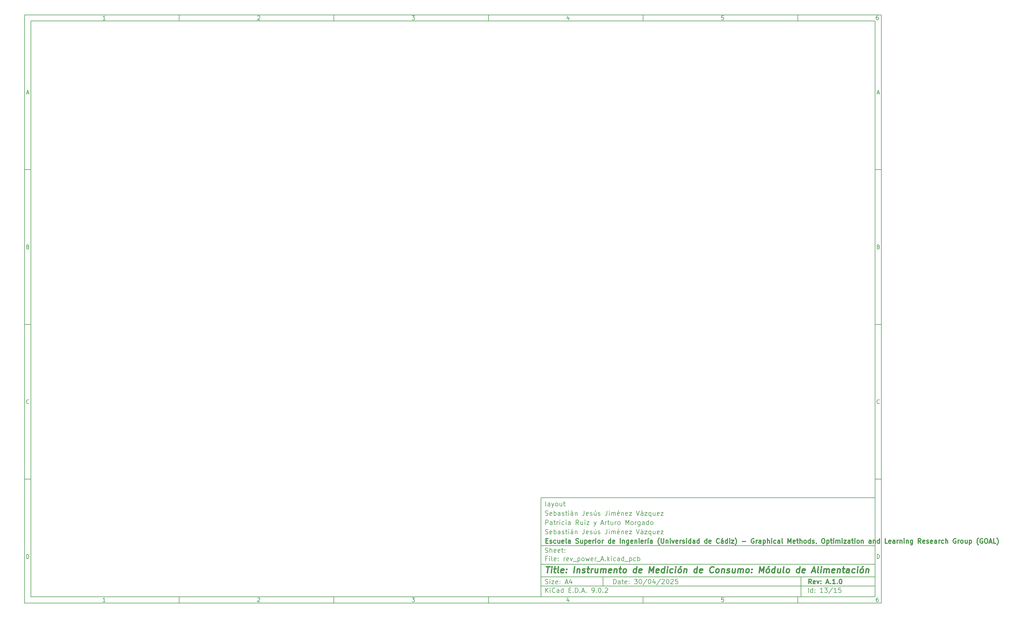
<source format=gbr>
%TF.GenerationSoftware,KiCad,Pcbnew,9.0.2*%
%TF.CreationDate,2025-11-09T23:00:08+01:00*%
%TF.ProjectId,rev_power_A,7265765f-706f-4776-9572-5f412e6b6963,A.1.0*%
%TF.SameCoordinates,Original*%
%TF.FileFunction,Other,User*%
%FSLAX46Y46*%
G04 Gerber Fmt 4.6, Leading zero omitted, Abs format (unit mm)*
G04 Created by KiCad (PCBNEW 9.0.2) date 2025-11-09 23:00:08*
%MOMM*%
%LPD*%
G01*
G04 APERTURE LIST*
%ADD10C,0.100000*%
%ADD11C,0.150000*%
%ADD12C,0.300000*%
%ADD13C,0.400000*%
G04 APERTURE END LIST*
D10*
D11*
X177002200Y-166007200D02*
X285002200Y-166007200D01*
X285002200Y-198007200D01*
X177002200Y-198007200D01*
X177002200Y-166007200D01*
D10*
D11*
X10000000Y-10000000D02*
X287002200Y-10000000D01*
X287002200Y-200007200D01*
X10000000Y-200007200D01*
X10000000Y-10000000D01*
D10*
D11*
X12000000Y-12000000D02*
X285002200Y-12000000D01*
X285002200Y-198007200D01*
X12000000Y-198007200D01*
X12000000Y-12000000D01*
D10*
D11*
X60000000Y-12000000D02*
X60000000Y-10000000D01*
D10*
D11*
X110000000Y-12000000D02*
X110000000Y-10000000D01*
D10*
D11*
X160000000Y-12000000D02*
X160000000Y-10000000D01*
D10*
D11*
X210000000Y-12000000D02*
X210000000Y-10000000D01*
D10*
D11*
X260000000Y-12000000D02*
X260000000Y-10000000D01*
D10*
D11*
X36089160Y-11593604D02*
X35346303Y-11593604D01*
X35717731Y-11593604D02*
X35717731Y-10293604D01*
X35717731Y-10293604D02*
X35593922Y-10479319D01*
X35593922Y-10479319D02*
X35470112Y-10603128D01*
X35470112Y-10603128D02*
X35346303Y-10665033D01*
D10*
D11*
X85346303Y-10417414D02*
X85408207Y-10355509D01*
X85408207Y-10355509D02*
X85532017Y-10293604D01*
X85532017Y-10293604D02*
X85841541Y-10293604D01*
X85841541Y-10293604D02*
X85965350Y-10355509D01*
X85965350Y-10355509D02*
X86027255Y-10417414D01*
X86027255Y-10417414D02*
X86089160Y-10541223D01*
X86089160Y-10541223D02*
X86089160Y-10665033D01*
X86089160Y-10665033D02*
X86027255Y-10850747D01*
X86027255Y-10850747D02*
X85284398Y-11593604D01*
X85284398Y-11593604D02*
X86089160Y-11593604D01*
D10*
D11*
X135284398Y-10293604D02*
X136089160Y-10293604D01*
X136089160Y-10293604D02*
X135655826Y-10788842D01*
X135655826Y-10788842D02*
X135841541Y-10788842D01*
X135841541Y-10788842D02*
X135965350Y-10850747D01*
X135965350Y-10850747D02*
X136027255Y-10912652D01*
X136027255Y-10912652D02*
X136089160Y-11036461D01*
X136089160Y-11036461D02*
X136089160Y-11345985D01*
X136089160Y-11345985D02*
X136027255Y-11469795D01*
X136027255Y-11469795D02*
X135965350Y-11531700D01*
X135965350Y-11531700D02*
X135841541Y-11593604D01*
X135841541Y-11593604D02*
X135470112Y-11593604D01*
X135470112Y-11593604D02*
X135346303Y-11531700D01*
X135346303Y-11531700D02*
X135284398Y-11469795D01*
D10*
D11*
X185965350Y-10726938D02*
X185965350Y-11593604D01*
X185655826Y-10231700D02*
X185346303Y-11160271D01*
X185346303Y-11160271D02*
X186151064Y-11160271D01*
D10*
D11*
X236027255Y-10293604D02*
X235408207Y-10293604D01*
X235408207Y-10293604D02*
X235346303Y-10912652D01*
X235346303Y-10912652D02*
X235408207Y-10850747D01*
X235408207Y-10850747D02*
X235532017Y-10788842D01*
X235532017Y-10788842D02*
X235841541Y-10788842D01*
X235841541Y-10788842D02*
X235965350Y-10850747D01*
X235965350Y-10850747D02*
X236027255Y-10912652D01*
X236027255Y-10912652D02*
X236089160Y-11036461D01*
X236089160Y-11036461D02*
X236089160Y-11345985D01*
X236089160Y-11345985D02*
X236027255Y-11469795D01*
X236027255Y-11469795D02*
X235965350Y-11531700D01*
X235965350Y-11531700D02*
X235841541Y-11593604D01*
X235841541Y-11593604D02*
X235532017Y-11593604D01*
X235532017Y-11593604D02*
X235408207Y-11531700D01*
X235408207Y-11531700D02*
X235346303Y-11469795D01*
D10*
D11*
X285965350Y-10293604D02*
X285717731Y-10293604D01*
X285717731Y-10293604D02*
X285593922Y-10355509D01*
X285593922Y-10355509D02*
X285532017Y-10417414D01*
X285532017Y-10417414D02*
X285408207Y-10603128D01*
X285408207Y-10603128D02*
X285346303Y-10850747D01*
X285346303Y-10850747D02*
X285346303Y-11345985D01*
X285346303Y-11345985D02*
X285408207Y-11469795D01*
X285408207Y-11469795D02*
X285470112Y-11531700D01*
X285470112Y-11531700D02*
X285593922Y-11593604D01*
X285593922Y-11593604D02*
X285841541Y-11593604D01*
X285841541Y-11593604D02*
X285965350Y-11531700D01*
X285965350Y-11531700D02*
X286027255Y-11469795D01*
X286027255Y-11469795D02*
X286089160Y-11345985D01*
X286089160Y-11345985D02*
X286089160Y-11036461D01*
X286089160Y-11036461D02*
X286027255Y-10912652D01*
X286027255Y-10912652D02*
X285965350Y-10850747D01*
X285965350Y-10850747D02*
X285841541Y-10788842D01*
X285841541Y-10788842D02*
X285593922Y-10788842D01*
X285593922Y-10788842D02*
X285470112Y-10850747D01*
X285470112Y-10850747D02*
X285408207Y-10912652D01*
X285408207Y-10912652D02*
X285346303Y-11036461D01*
D10*
D11*
X60000000Y-198007200D02*
X60000000Y-200007200D01*
D10*
D11*
X110000000Y-198007200D02*
X110000000Y-200007200D01*
D10*
D11*
X160000000Y-198007200D02*
X160000000Y-200007200D01*
D10*
D11*
X210000000Y-198007200D02*
X210000000Y-200007200D01*
D10*
D11*
X260000000Y-198007200D02*
X260000000Y-200007200D01*
D10*
D11*
X36089160Y-199600804D02*
X35346303Y-199600804D01*
X35717731Y-199600804D02*
X35717731Y-198300804D01*
X35717731Y-198300804D02*
X35593922Y-198486519D01*
X35593922Y-198486519D02*
X35470112Y-198610328D01*
X35470112Y-198610328D02*
X35346303Y-198672233D01*
D10*
D11*
X85346303Y-198424614D02*
X85408207Y-198362709D01*
X85408207Y-198362709D02*
X85532017Y-198300804D01*
X85532017Y-198300804D02*
X85841541Y-198300804D01*
X85841541Y-198300804D02*
X85965350Y-198362709D01*
X85965350Y-198362709D02*
X86027255Y-198424614D01*
X86027255Y-198424614D02*
X86089160Y-198548423D01*
X86089160Y-198548423D02*
X86089160Y-198672233D01*
X86089160Y-198672233D02*
X86027255Y-198857947D01*
X86027255Y-198857947D02*
X85284398Y-199600804D01*
X85284398Y-199600804D02*
X86089160Y-199600804D01*
D10*
D11*
X135284398Y-198300804D02*
X136089160Y-198300804D01*
X136089160Y-198300804D02*
X135655826Y-198796042D01*
X135655826Y-198796042D02*
X135841541Y-198796042D01*
X135841541Y-198796042D02*
X135965350Y-198857947D01*
X135965350Y-198857947D02*
X136027255Y-198919852D01*
X136027255Y-198919852D02*
X136089160Y-199043661D01*
X136089160Y-199043661D02*
X136089160Y-199353185D01*
X136089160Y-199353185D02*
X136027255Y-199476995D01*
X136027255Y-199476995D02*
X135965350Y-199538900D01*
X135965350Y-199538900D02*
X135841541Y-199600804D01*
X135841541Y-199600804D02*
X135470112Y-199600804D01*
X135470112Y-199600804D02*
X135346303Y-199538900D01*
X135346303Y-199538900D02*
X135284398Y-199476995D01*
D10*
D11*
X185965350Y-198734138D02*
X185965350Y-199600804D01*
X185655826Y-198238900D02*
X185346303Y-199167471D01*
X185346303Y-199167471D02*
X186151064Y-199167471D01*
D10*
D11*
X236027255Y-198300804D02*
X235408207Y-198300804D01*
X235408207Y-198300804D02*
X235346303Y-198919852D01*
X235346303Y-198919852D02*
X235408207Y-198857947D01*
X235408207Y-198857947D02*
X235532017Y-198796042D01*
X235532017Y-198796042D02*
X235841541Y-198796042D01*
X235841541Y-198796042D02*
X235965350Y-198857947D01*
X235965350Y-198857947D02*
X236027255Y-198919852D01*
X236027255Y-198919852D02*
X236089160Y-199043661D01*
X236089160Y-199043661D02*
X236089160Y-199353185D01*
X236089160Y-199353185D02*
X236027255Y-199476995D01*
X236027255Y-199476995D02*
X235965350Y-199538900D01*
X235965350Y-199538900D02*
X235841541Y-199600804D01*
X235841541Y-199600804D02*
X235532017Y-199600804D01*
X235532017Y-199600804D02*
X235408207Y-199538900D01*
X235408207Y-199538900D02*
X235346303Y-199476995D01*
D10*
D11*
X285965350Y-198300804D02*
X285717731Y-198300804D01*
X285717731Y-198300804D02*
X285593922Y-198362709D01*
X285593922Y-198362709D02*
X285532017Y-198424614D01*
X285532017Y-198424614D02*
X285408207Y-198610328D01*
X285408207Y-198610328D02*
X285346303Y-198857947D01*
X285346303Y-198857947D02*
X285346303Y-199353185D01*
X285346303Y-199353185D02*
X285408207Y-199476995D01*
X285408207Y-199476995D02*
X285470112Y-199538900D01*
X285470112Y-199538900D02*
X285593922Y-199600804D01*
X285593922Y-199600804D02*
X285841541Y-199600804D01*
X285841541Y-199600804D02*
X285965350Y-199538900D01*
X285965350Y-199538900D02*
X286027255Y-199476995D01*
X286027255Y-199476995D02*
X286089160Y-199353185D01*
X286089160Y-199353185D02*
X286089160Y-199043661D01*
X286089160Y-199043661D02*
X286027255Y-198919852D01*
X286027255Y-198919852D02*
X285965350Y-198857947D01*
X285965350Y-198857947D02*
X285841541Y-198796042D01*
X285841541Y-198796042D02*
X285593922Y-198796042D01*
X285593922Y-198796042D02*
X285470112Y-198857947D01*
X285470112Y-198857947D02*
X285408207Y-198919852D01*
X285408207Y-198919852D02*
X285346303Y-199043661D01*
D10*
D11*
X10000000Y-60000000D02*
X12000000Y-60000000D01*
D10*
D11*
X10000000Y-110000000D02*
X12000000Y-110000000D01*
D10*
D11*
X10000000Y-160000000D02*
X12000000Y-160000000D01*
D10*
D11*
X10690476Y-35222176D02*
X11309523Y-35222176D01*
X10566666Y-35593604D02*
X10999999Y-34293604D01*
X10999999Y-34293604D02*
X11433333Y-35593604D01*
D10*
D11*
X11092857Y-84912652D02*
X11278571Y-84974557D01*
X11278571Y-84974557D02*
X11340476Y-85036461D01*
X11340476Y-85036461D02*
X11402380Y-85160271D01*
X11402380Y-85160271D02*
X11402380Y-85345985D01*
X11402380Y-85345985D02*
X11340476Y-85469795D01*
X11340476Y-85469795D02*
X11278571Y-85531700D01*
X11278571Y-85531700D02*
X11154761Y-85593604D01*
X11154761Y-85593604D02*
X10659523Y-85593604D01*
X10659523Y-85593604D02*
X10659523Y-84293604D01*
X10659523Y-84293604D02*
X11092857Y-84293604D01*
X11092857Y-84293604D02*
X11216666Y-84355509D01*
X11216666Y-84355509D02*
X11278571Y-84417414D01*
X11278571Y-84417414D02*
X11340476Y-84541223D01*
X11340476Y-84541223D02*
X11340476Y-84665033D01*
X11340476Y-84665033D02*
X11278571Y-84788842D01*
X11278571Y-84788842D02*
X11216666Y-84850747D01*
X11216666Y-84850747D02*
X11092857Y-84912652D01*
X11092857Y-84912652D02*
X10659523Y-84912652D01*
D10*
D11*
X11402380Y-135469795D02*
X11340476Y-135531700D01*
X11340476Y-135531700D02*
X11154761Y-135593604D01*
X11154761Y-135593604D02*
X11030952Y-135593604D01*
X11030952Y-135593604D02*
X10845238Y-135531700D01*
X10845238Y-135531700D02*
X10721428Y-135407890D01*
X10721428Y-135407890D02*
X10659523Y-135284080D01*
X10659523Y-135284080D02*
X10597619Y-135036461D01*
X10597619Y-135036461D02*
X10597619Y-134850747D01*
X10597619Y-134850747D02*
X10659523Y-134603128D01*
X10659523Y-134603128D02*
X10721428Y-134479319D01*
X10721428Y-134479319D02*
X10845238Y-134355509D01*
X10845238Y-134355509D02*
X11030952Y-134293604D01*
X11030952Y-134293604D02*
X11154761Y-134293604D01*
X11154761Y-134293604D02*
X11340476Y-134355509D01*
X11340476Y-134355509D02*
X11402380Y-134417414D01*
D10*
D11*
X10659523Y-185593604D02*
X10659523Y-184293604D01*
X10659523Y-184293604D02*
X10969047Y-184293604D01*
X10969047Y-184293604D02*
X11154761Y-184355509D01*
X11154761Y-184355509D02*
X11278571Y-184479319D01*
X11278571Y-184479319D02*
X11340476Y-184603128D01*
X11340476Y-184603128D02*
X11402380Y-184850747D01*
X11402380Y-184850747D02*
X11402380Y-185036461D01*
X11402380Y-185036461D02*
X11340476Y-185284080D01*
X11340476Y-185284080D02*
X11278571Y-185407890D01*
X11278571Y-185407890D02*
X11154761Y-185531700D01*
X11154761Y-185531700D02*
X10969047Y-185593604D01*
X10969047Y-185593604D02*
X10659523Y-185593604D01*
D10*
D11*
X287002200Y-60000000D02*
X285002200Y-60000000D01*
D10*
D11*
X287002200Y-110000000D02*
X285002200Y-110000000D01*
D10*
D11*
X287002200Y-160000000D02*
X285002200Y-160000000D01*
D10*
D11*
X285692676Y-35222176D02*
X286311723Y-35222176D01*
X285568866Y-35593604D02*
X286002199Y-34293604D01*
X286002199Y-34293604D02*
X286435533Y-35593604D01*
D10*
D11*
X286095057Y-84912652D02*
X286280771Y-84974557D01*
X286280771Y-84974557D02*
X286342676Y-85036461D01*
X286342676Y-85036461D02*
X286404580Y-85160271D01*
X286404580Y-85160271D02*
X286404580Y-85345985D01*
X286404580Y-85345985D02*
X286342676Y-85469795D01*
X286342676Y-85469795D02*
X286280771Y-85531700D01*
X286280771Y-85531700D02*
X286156961Y-85593604D01*
X286156961Y-85593604D02*
X285661723Y-85593604D01*
X285661723Y-85593604D02*
X285661723Y-84293604D01*
X285661723Y-84293604D02*
X286095057Y-84293604D01*
X286095057Y-84293604D02*
X286218866Y-84355509D01*
X286218866Y-84355509D02*
X286280771Y-84417414D01*
X286280771Y-84417414D02*
X286342676Y-84541223D01*
X286342676Y-84541223D02*
X286342676Y-84665033D01*
X286342676Y-84665033D02*
X286280771Y-84788842D01*
X286280771Y-84788842D02*
X286218866Y-84850747D01*
X286218866Y-84850747D02*
X286095057Y-84912652D01*
X286095057Y-84912652D02*
X285661723Y-84912652D01*
D10*
D11*
X286404580Y-135469795D02*
X286342676Y-135531700D01*
X286342676Y-135531700D02*
X286156961Y-135593604D01*
X286156961Y-135593604D02*
X286033152Y-135593604D01*
X286033152Y-135593604D02*
X285847438Y-135531700D01*
X285847438Y-135531700D02*
X285723628Y-135407890D01*
X285723628Y-135407890D02*
X285661723Y-135284080D01*
X285661723Y-135284080D02*
X285599819Y-135036461D01*
X285599819Y-135036461D02*
X285599819Y-134850747D01*
X285599819Y-134850747D02*
X285661723Y-134603128D01*
X285661723Y-134603128D02*
X285723628Y-134479319D01*
X285723628Y-134479319D02*
X285847438Y-134355509D01*
X285847438Y-134355509D02*
X286033152Y-134293604D01*
X286033152Y-134293604D02*
X286156961Y-134293604D01*
X286156961Y-134293604D02*
X286342676Y-134355509D01*
X286342676Y-134355509D02*
X286404580Y-134417414D01*
D10*
D11*
X285661723Y-185593604D02*
X285661723Y-184293604D01*
X285661723Y-184293604D02*
X285971247Y-184293604D01*
X285971247Y-184293604D02*
X286156961Y-184355509D01*
X286156961Y-184355509D02*
X286280771Y-184479319D01*
X286280771Y-184479319D02*
X286342676Y-184603128D01*
X286342676Y-184603128D02*
X286404580Y-184850747D01*
X286404580Y-184850747D02*
X286404580Y-185036461D01*
X286404580Y-185036461D02*
X286342676Y-185284080D01*
X286342676Y-185284080D02*
X286280771Y-185407890D01*
X286280771Y-185407890D02*
X286156961Y-185531700D01*
X286156961Y-185531700D02*
X285971247Y-185593604D01*
X285971247Y-185593604D02*
X285661723Y-185593604D01*
D10*
D11*
X200458026Y-193793328D02*
X200458026Y-192293328D01*
X200458026Y-192293328D02*
X200815169Y-192293328D01*
X200815169Y-192293328D02*
X201029455Y-192364757D01*
X201029455Y-192364757D02*
X201172312Y-192507614D01*
X201172312Y-192507614D02*
X201243741Y-192650471D01*
X201243741Y-192650471D02*
X201315169Y-192936185D01*
X201315169Y-192936185D02*
X201315169Y-193150471D01*
X201315169Y-193150471D02*
X201243741Y-193436185D01*
X201243741Y-193436185D02*
X201172312Y-193579042D01*
X201172312Y-193579042D02*
X201029455Y-193721900D01*
X201029455Y-193721900D02*
X200815169Y-193793328D01*
X200815169Y-193793328D02*
X200458026Y-193793328D01*
X202600884Y-193793328D02*
X202600884Y-193007614D01*
X202600884Y-193007614D02*
X202529455Y-192864757D01*
X202529455Y-192864757D02*
X202386598Y-192793328D01*
X202386598Y-192793328D02*
X202100884Y-192793328D01*
X202100884Y-192793328D02*
X201958026Y-192864757D01*
X202600884Y-193721900D02*
X202458026Y-193793328D01*
X202458026Y-193793328D02*
X202100884Y-193793328D01*
X202100884Y-193793328D02*
X201958026Y-193721900D01*
X201958026Y-193721900D02*
X201886598Y-193579042D01*
X201886598Y-193579042D02*
X201886598Y-193436185D01*
X201886598Y-193436185D02*
X201958026Y-193293328D01*
X201958026Y-193293328D02*
X202100884Y-193221900D01*
X202100884Y-193221900D02*
X202458026Y-193221900D01*
X202458026Y-193221900D02*
X202600884Y-193150471D01*
X203100884Y-192793328D02*
X203672312Y-192793328D01*
X203315169Y-192293328D02*
X203315169Y-193579042D01*
X203315169Y-193579042D02*
X203386598Y-193721900D01*
X203386598Y-193721900D02*
X203529455Y-193793328D01*
X203529455Y-193793328D02*
X203672312Y-193793328D01*
X204743741Y-193721900D02*
X204600884Y-193793328D01*
X204600884Y-193793328D02*
X204315170Y-193793328D01*
X204315170Y-193793328D02*
X204172312Y-193721900D01*
X204172312Y-193721900D02*
X204100884Y-193579042D01*
X204100884Y-193579042D02*
X204100884Y-193007614D01*
X204100884Y-193007614D02*
X204172312Y-192864757D01*
X204172312Y-192864757D02*
X204315170Y-192793328D01*
X204315170Y-192793328D02*
X204600884Y-192793328D01*
X204600884Y-192793328D02*
X204743741Y-192864757D01*
X204743741Y-192864757D02*
X204815170Y-193007614D01*
X204815170Y-193007614D02*
X204815170Y-193150471D01*
X204815170Y-193150471D02*
X204100884Y-193293328D01*
X205458026Y-193650471D02*
X205529455Y-193721900D01*
X205529455Y-193721900D02*
X205458026Y-193793328D01*
X205458026Y-193793328D02*
X205386598Y-193721900D01*
X205386598Y-193721900D02*
X205458026Y-193650471D01*
X205458026Y-193650471D02*
X205458026Y-193793328D01*
X205458026Y-192864757D02*
X205529455Y-192936185D01*
X205529455Y-192936185D02*
X205458026Y-193007614D01*
X205458026Y-193007614D02*
X205386598Y-192936185D01*
X205386598Y-192936185D02*
X205458026Y-192864757D01*
X205458026Y-192864757D02*
X205458026Y-193007614D01*
X207172312Y-192293328D02*
X208100884Y-192293328D01*
X208100884Y-192293328D02*
X207600884Y-192864757D01*
X207600884Y-192864757D02*
X207815169Y-192864757D01*
X207815169Y-192864757D02*
X207958027Y-192936185D01*
X207958027Y-192936185D02*
X208029455Y-193007614D01*
X208029455Y-193007614D02*
X208100884Y-193150471D01*
X208100884Y-193150471D02*
X208100884Y-193507614D01*
X208100884Y-193507614D02*
X208029455Y-193650471D01*
X208029455Y-193650471D02*
X207958027Y-193721900D01*
X207958027Y-193721900D02*
X207815169Y-193793328D01*
X207815169Y-193793328D02*
X207386598Y-193793328D01*
X207386598Y-193793328D02*
X207243741Y-193721900D01*
X207243741Y-193721900D02*
X207172312Y-193650471D01*
X209029455Y-192293328D02*
X209172312Y-192293328D01*
X209172312Y-192293328D02*
X209315169Y-192364757D01*
X209315169Y-192364757D02*
X209386598Y-192436185D01*
X209386598Y-192436185D02*
X209458026Y-192579042D01*
X209458026Y-192579042D02*
X209529455Y-192864757D01*
X209529455Y-192864757D02*
X209529455Y-193221900D01*
X209529455Y-193221900D02*
X209458026Y-193507614D01*
X209458026Y-193507614D02*
X209386598Y-193650471D01*
X209386598Y-193650471D02*
X209315169Y-193721900D01*
X209315169Y-193721900D02*
X209172312Y-193793328D01*
X209172312Y-193793328D02*
X209029455Y-193793328D01*
X209029455Y-193793328D02*
X208886598Y-193721900D01*
X208886598Y-193721900D02*
X208815169Y-193650471D01*
X208815169Y-193650471D02*
X208743740Y-193507614D01*
X208743740Y-193507614D02*
X208672312Y-193221900D01*
X208672312Y-193221900D02*
X208672312Y-192864757D01*
X208672312Y-192864757D02*
X208743740Y-192579042D01*
X208743740Y-192579042D02*
X208815169Y-192436185D01*
X208815169Y-192436185D02*
X208886598Y-192364757D01*
X208886598Y-192364757D02*
X209029455Y-192293328D01*
X211243740Y-192221900D02*
X209958026Y-194150471D01*
X212029455Y-192293328D02*
X212172312Y-192293328D01*
X212172312Y-192293328D02*
X212315169Y-192364757D01*
X212315169Y-192364757D02*
X212386598Y-192436185D01*
X212386598Y-192436185D02*
X212458026Y-192579042D01*
X212458026Y-192579042D02*
X212529455Y-192864757D01*
X212529455Y-192864757D02*
X212529455Y-193221900D01*
X212529455Y-193221900D02*
X212458026Y-193507614D01*
X212458026Y-193507614D02*
X212386598Y-193650471D01*
X212386598Y-193650471D02*
X212315169Y-193721900D01*
X212315169Y-193721900D02*
X212172312Y-193793328D01*
X212172312Y-193793328D02*
X212029455Y-193793328D01*
X212029455Y-193793328D02*
X211886598Y-193721900D01*
X211886598Y-193721900D02*
X211815169Y-193650471D01*
X211815169Y-193650471D02*
X211743740Y-193507614D01*
X211743740Y-193507614D02*
X211672312Y-193221900D01*
X211672312Y-193221900D02*
X211672312Y-192864757D01*
X211672312Y-192864757D02*
X211743740Y-192579042D01*
X211743740Y-192579042D02*
X211815169Y-192436185D01*
X211815169Y-192436185D02*
X211886598Y-192364757D01*
X211886598Y-192364757D02*
X212029455Y-192293328D01*
X213815169Y-192793328D02*
X213815169Y-193793328D01*
X213458026Y-192221900D02*
X213100883Y-193293328D01*
X213100883Y-193293328D02*
X214029454Y-193293328D01*
X215672311Y-192221900D02*
X214386597Y-194150471D01*
X216100883Y-192436185D02*
X216172311Y-192364757D01*
X216172311Y-192364757D02*
X216315169Y-192293328D01*
X216315169Y-192293328D02*
X216672311Y-192293328D01*
X216672311Y-192293328D02*
X216815169Y-192364757D01*
X216815169Y-192364757D02*
X216886597Y-192436185D01*
X216886597Y-192436185D02*
X216958026Y-192579042D01*
X216958026Y-192579042D02*
X216958026Y-192721900D01*
X216958026Y-192721900D02*
X216886597Y-192936185D01*
X216886597Y-192936185D02*
X216029454Y-193793328D01*
X216029454Y-193793328D02*
X216958026Y-193793328D01*
X217886597Y-192293328D02*
X218029454Y-192293328D01*
X218029454Y-192293328D02*
X218172311Y-192364757D01*
X218172311Y-192364757D02*
X218243740Y-192436185D01*
X218243740Y-192436185D02*
X218315168Y-192579042D01*
X218315168Y-192579042D02*
X218386597Y-192864757D01*
X218386597Y-192864757D02*
X218386597Y-193221900D01*
X218386597Y-193221900D02*
X218315168Y-193507614D01*
X218315168Y-193507614D02*
X218243740Y-193650471D01*
X218243740Y-193650471D02*
X218172311Y-193721900D01*
X218172311Y-193721900D02*
X218029454Y-193793328D01*
X218029454Y-193793328D02*
X217886597Y-193793328D01*
X217886597Y-193793328D02*
X217743740Y-193721900D01*
X217743740Y-193721900D02*
X217672311Y-193650471D01*
X217672311Y-193650471D02*
X217600882Y-193507614D01*
X217600882Y-193507614D02*
X217529454Y-193221900D01*
X217529454Y-193221900D02*
X217529454Y-192864757D01*
X217529454Y-192864757D02*
X217600882Y-192579042D01*
X217600882Y-192579042D02*
X217672311Y-192436185D01*
X217672311Y-192436185D02*
X217743740Y-192364757D01*
X217743740Y-192364757D02*
X217886597Y-192293328D01*
X218958025Y-192436185D02*
X219029453Y-192364757D01*
X219029453Y-192364757D02*
X219172311Y-192293328D01*
X219172311Y-192293328D02*
X219529453Y-192293328D01*
X219529453Y-192293328D02*
X219672311Y-192364757D01*
X219672311Y-192364757D02*
X219743739Y-192436185D01*
X219743739Y-192436185D02*
X219815168Y-192579042D01*
X219815168Y-192579042D02*
X219815168Y-192721900D01*
X219815168Y-192721900D02*
X219743739Y-192936185D01*
X219743739Y-192936185D02*
X218886596Y-193793328D01*
X218886596Y-193793328D02*
X219815168Y-193793328D01*
X221172310Y-192293328D02*
X220458024Y-192293328D01*
X220458024Y-192293328D02*
X220386596Y-193007614D01*
X220386596Y-193007614D02*
X220458024Y-192936185D01*
X220458024Y-192936185D02*
X220600882Y-192864757D01*
X220600882Y-192864757D02*
X220958024Y-192864757D01*
X220958024Y-192864757D02*
X221100882Y-192936185D01*
X221100882Y-192936185D02*
X221172310Y-193007614D01*
X221172310Y-193007614D02*
X221243739Y-193150471D01*
X221243739Y-193150471D02*
X221243739Y-193507614D01*
X221243739Y-193507614D02*
X221172310Y-193650471D01*
X221172310Y-193650471D02*
X221100882Y-193721900D01*
X221100882Y-193721900D02*
X220958024Y-193793328D01*
X220958024Y-193793328D02*
X220600882Y-193793328D01*
X220600882Y-193793328D02*
X220458024Y-193721900D01*
X220458024Y-193721900D02*
X220386596Y-193650471D01*
D10*
D11*
X177002200Y-194507200D02*
X285002200Y-194507200D01*
D10*
D11*
X178458026Y-196593328D02*
X178458026Y-195093328D01*
X179315169Y-196593328D02*
X178672312Y-195736185D01*
X179315169Y-195093328D02*
X178458026Y-195950471D01*
X179958026Y-196593328D02*
X179958026Y-195593328D01*
X179958026Y-195093328D02*
X179886598Y-195164757D01*
X179886598Y-195164757D02*
X179958026Y-195236185D01*
X179958026Y-195236185D02*
X180029455Y-195164757D01*
X180029455Y-195164757D02*
X179958026Y-195093328D01*
X179958026Y-195093328D02*
X179958026Y-195236185D01*
X181529455Y-196450471D02*
X181458027Y-196521900D01*
X181458027Y-196521900D02*
X181243741Y-196593328D01*
X181243741Y-196593328D02*
X181100884Y-196593328D01*
X181100884Y-196593328D02*
X180886598Y-196521900D01*
X180886598Y-196521900D02*
X180743741Y-196379042D01*
X180743741Y-196379042D02*
X180672312Y-196236185D01*
X180672312Y-196236185D02*
X180600884Y-195950471D01*
X180600884Y-195950471D02*
X180600884Y-195736185D01*
X180600884Y-195736185D02*
X180672312Y-195450471D01*
X180672312Y-195450471D02*
X180743741Y-195307614D01*
X180743741Y-195307614D02*
X180886598Y-195164757D01*
X180886598Y-195164757D02*
X181100884Y-195093328D01*
X181100884Y-195093328D02*
X181243741Y-195093328D01*
X181243741Y-195093328D02*
X181458027Y-195164757D01*
X181458027Y-195164757D02*
X181529455Y-195236185D01*
X182815170Y-196593328D02*
X182815170Y-195807614D01*
X182815170Y-195807614D02*
X182743741Y-195664757D01*
X182743741Y-195664757D02*
X182600884Y-195593328D01*
X182600884Y-195593328D02*
X182315170Y-195593328D01*
X182315170Y-195593328D02*
X182172312Y-195664757D01*
X182815170Y-196521900D02*
X182672312Y-196593328D01*
X182672312Y-196593328D02*
X182315170Y-196593328D01*
X182315170Y-196593328D02*
X182172312Y-196521900D01*
X182172312Y-196521900D02*
X182100884Y-196379042D01*
X182100884Y-196379042D02*
X182100884Y-196236185D01*
X182100884Y-196236185D02*
X182172312Y-196093328D01*
X182172312Y-196093328D02*
X182315170Y-196021900D01*
X182315170Y-196021900D02*
X182672312Y-196021900D01*
X182672312Y-196021900D02*
X182815170Y-195950471D01*
X184172313Y-196593328D02*
X184172313Y-195093328D01*
X184172313Y-196521900D02*
X184029455Y-196593328D01*
X184029455Y-196593328D02*
X183743741Y-196593328D01*
X183743741Y-196593328D02*
X183600884Y-196521900D01*
X183600884Y-196521900D02*
X183529455Y-196450471D01*
X183529455Y-196450471D02*
X183458027Y-196307614D01*
X183458027Y-196307614D02*
X183458027Y-195879042D01*
X183458027Y-195879042D02*
X183529455Y-195736185D01*
X183529455Y-195736185D02*
X183600884Y-195664757D01*
X183600884Y-195664757D02*
X183743741Y-195593328D01*
X183743741Y-195593328D02*
X184029455Y-195593328D01*
X184029455Y-195593328D02*
X184172313Y-195664757D01*
X186029455Y-195807614D02*
X186529455Y-195807614D01*
X186743741Y-196593328D02*
X186029455Y-196593328D01*
X186029455Y-196593328D02*
X186029455Y-195093328D01*
X186029455Y-195093328D02*
X186743741Y-195093328D01*
X187386598Y-196450471D02*
X187458027Y-196521900D01*
X187458027Y-196521900D02*
X187386598Y-196593328D01*
X187386598Y-196593328D02*
X187315170Y-196521900D01*
X187315170Y-196521900D02*
X187386598Y-196450471D01*
X187386598Y-196450471D02*
X187386598Y-196593328D01*
X188100884Y-196593328D02*
X188100884Y-195093328D01*
X188100884Y-195093328D02*
X188458027Y-195093328D01*
X188458027Y-195093328D02*
X188672313Y-195164757D01*
X188672313Y-195164757D02*
X188815170Y-195307614D01*
X188815170Y-195307614D02*
X188886599Y-195450471D01*
X188886599Y-195450471D02*
X188958027Y-195736185D01*
X188958027Y-195736185D02*
X188958027Y-195950471D01*
X188958027Y-195950471D02*
X188886599Y-196236185D01*
X188886599Y-196236185D02*
X188815170Y-196379042D01*
X188815170Y-196379042D02*
X188672313Y-196521900D01*
X188672313Y-196521900D02*
X188458027Y-196593328D01*
X188458027Y-196593328D02*
X188100884Y-196593328D01*
X189600884Y-196450471D02*
X189672313Y-196521900D01*
X189672313Y-196521900D02*
X189600884Y-196593328D01*
X189600884Y-196593328D02*
X189529456Y-196521900D01*
X189529456Y-196521900D02*
X189600884Y-196450471D01*
X189600884Y-196450471D02*
X189600884Y-196593328D01*
X190243742Y-196164757D02*
X190958028Y-196164757D01*
X190100885Y-196593328D02*
X190600885Y-195093328D01*
X190600885Y-195093328D02*
X191100885Y-196593328D01*
X191600884Y-196450471D02*
X191672313Y-196521900D01*
X191672313Y-196521900D02*
X191600884Y-196593328D01*
X191600884Y-196593328D02*
X191529456Y-196521900D01*
X191529456Y-196521900D02*
X191600884Y-196450471D01*
X191600884Y-196450471D02*
X191600884Y-196593328D01*
X193529456Y-196593328D02*
X193815170Y-196593328D01*
X193815170Y-196593328D02*
X193958027Y-196521900D01*
X193958027Y-196521900D02*
X194029456Y-196450471D01*
X194029456Y-196450471D02*
X194172313Y-196236185D01*
X194172313Y-196236185D02*
X194243742Y-195950471D01*
X194243742Y-195950471D02*
X194243742Y-195379042D01*
X194243742Y-195379042D02*
X194172313Y-195236185D01*
X194172313Y-195236185D02*
X194100885Y-195164757D01*
X194100885Y-195164757D02*
X193958027Y-195093328D01*
X193958027Y-195093328D02*
X193672313Y-195093328D01*
X193672313Y-195093328D02*
X193529456Y-195164757D01*
X193529456Y-195164757D02*
X193458027Y-195236185D01*
X193458027Y-195236185D02*
X193386599Y-195379042D01*
X193386599Y-195379042D02*
X193386599Y-195736185D01*
X193386599Y-195736185D02*
X193458027Y-195879042D01*
X193458027Y-195879042D02*
X193529456Y-195950471D01*
X193529456Y-195950471D02*
X193672313Y-196021900D01*
X193672313Y-196021900D02*
X193958027Y-196021900D01*
X193958027Y-196021900D02*
X194100885Y-195950471D01*
X194100885Y-195950471D02*
X194172313Y-195879042D01*
X194172313Y-195879042D02*
X194243742Y-195736185D01*
X194886598Y-196450471D02*
X194958027Y-196521900D01*
X194958027Y-196521900D02*
X194886598Y-196593328D01*
X194886598Y-196593328D02*
X194815170Y-196521900D01*
X194815170Y-196521900D02*
X194886598Y-196450471D01*
X194886598Y-196450471D02*
X194886598Y-196593328D01*
X195886599Y-195093328D02*
X196029456Y-195093328D01*
X196029456Y-195093328D02*
X196172313Y-195164757D01*
X196172313Y-195164757D02*
X196243742Y-195236185D01*
X196243742Y-195236185D02*
X196315170Y-195379042D01*
X196315170Y-195379042D02*
X196386599Y-195664757D01*
X196386599Y-195664757D02*
X196386599Y-196021900D01*
X196386599Y-196021900D02*
X196315170Y-196307614D01*
X196315170Y-196307614D02*
X196243742Y-196450471D01*
X196243742Y-196450471D02*
X196172313Y-196521900D01*
X196172313Y-196521900D02*
X196029456Y-196593328D01*
X196029456Y-196593328D02*
X195886599Y-196593328D01*
X195886599Y-196593328D02*
X195743742Y-196521900D01*
X195743742Y-196521900D02*
X195672313Y-196450471D01*
X195672313Y-196450471D02*
X195600884Y-196307614D01*
X195600884Y-196307614D02*
X195529456Y-196021900D01*
X195529456Y-196021900D02*
X195529456Y-195664757D01*
X195529456Y-195664757D02*
X195600884Y-195379042D01*
X195600884Y-195379042D02*
X195672313Y-195236185D01*
X195672313Y-195236185D02*
X195743742Y-195164757D01*
X195743742Y-195164757D02*
X195886599Y-195093328D01*
X197029455Y-196450471D02*
X197100884Y-196521900D01*
X197100884Y-196521900D02*
X197029455Y-196593328D01*
X197029455Y-196593328D02*
X196958027Y-196521900D01*
X196958027Y-196521900D02*
X197029455Y-196450471D01*
X197029455Y-196450471D02*
X197029455Y-196593328D01*
X197672313Y-195236185D02*
X197743741Y-195164757D01*
X197743741Y-195164757D02*
X197886599Y-195093328D01*
X197886599Y-195093328D02*
X198243741Y-195093328D01*
X198243741Y-195093328D02*
X198386599Y-195164757D01*
X198386599Y-195164757D02*
X198458027Y-195236185D01*
X198458027Y-195236185D02*
X198529456Y-195379042D01*
X198529456Y-195379042D02*
X198529456Y-195521900D01*
X198529456Y-195521900D02*
X198458027Y-195736185D01*
X198458027Y-195736185D02*
X197600884Y-196593328D01*
X197600884Y-196593328D02*
X198529456Y-196593328D01*
D10*
D11*
X177002200Y-191507200D02*
X285002200Y-191507200D01*
D10*
D12*
X264413853Y-193785528D02*
X263913853Y-193071242D01*
X263556710Y-193785528D02*
X263556710Y-192285528D01*
X263556710Y-192285528D02*
X264128139Y-192285528D01*
X264128139Y-192285528D02*
X264270996Y-192356957D01*
X264270996Y-192356957D02*
X264342425Y-192428385D01*
X264342425Y-192428385D02*
X264413853Y-192571242D01*
X264413853Y-192571242D02*
X264413853Y-192785528D01*
X264413853Y-192785528D02*
X264342425Y-192928385D01*
X264342425Y-192928385D02*
X264270996Y-192999814D01*
X264270996Y-192999814D02*
X264128139Y-193071242D01*
X264128139Y-193071242D02*
X263556710Y-193071242D01*
X265628139Y-193714100D02*
X265485282Y-193785528D01*
X265485282Y-193785528D02*
X265199568Y-193785528D01*
X265199568Y-193785528D02*
X265056710Y-193714100D01*
X265056710Y-193714100D02*
X264985282Y-193571242D01*
X264985282Y-193571242D02*
X264985282Y-192999814D01*
X264985282Y-192999814D02*
X265056710Y-192856957D01*
X265056710Y-192856957D02*
X265199568Y-192785528D01*
X265199568Y-192785528D02*
X265485282Y-192785528D01*
X265485282Y-192785528D02*
X265628139Y-192856957D01*
X265628139Y-192856957D02*
X265699568Y-192999814D01*
X265699568Y-192999814D02*
X265699568Y-193142671D01*
X265699568Y-193142671D02*
X264985282Y-193285528D01*
X266199567Y-192785528D02*
X266556710Y-193785528D01*
X266556710Y-193785528D02*
X266913853Y-192785528D01*
X267485281Y-193642671D02*
X267556710Y-193714100D01*
X267556710Y-193714100D02*
X267485281Y-193785528D01*
X267485281Y-193785528D02*
X267413853Y-193714100D01*
X267413853Y-193714100D02*
X267485281Y-193642671D01*
X267485281Y-193642671D02*
X267485281Y-193785528D01*
X267485281Y-192856957D02*
X267556710Y-192928385D01*
X267556710Y-192928385D02*
X267485281Y-192999814D01*
X267485281Y-192999814D02*
X267413853Y-192928385D01*
X267413853Y-192928385D02*
X267485281Y-192856957D01*
X267485281Y-192856957D02*
X267485281Y-192999814D01*
X269270996Y-193356957D02*
X269985282Y-193356957D01*
X269128139Y-193785528D02*
X269628139Y-192285528D01*
X269628139Y-192285528D02*
X270128139Y-193785528D01*
X270628138Y-193642671D02*
X270699567Y-193714100D01*
X270699567Y-193714100D02*
X270628138Y-193785528D01*
X270628138Y-193785528D02*
X270556710Y-193714100D01*
X270556710Y-193714100D02*
X270628138Y-193642671D01*
X270628138Y-193642671D02*
X270628138Y-193785528D01*
X272128139Y-193785528D02*
X271270996Y-193785528D01*
X271699567Y-193785528D02*
X271699567Y-192285528D01*
X271699567Y-192285528D02*
X271556710Y-192499814D01*
X271556710Y-192499814D02*
X271413853Y-192642671D01*
X271413853Y-192642671D02*
X271270996Y-192714100D01*
X272770995Y-193642671D02*
X272842424Y-193714100D01*
X272842424Y-193714100D02*
X272770995Y-193785528D01*
X272770995Y-193785528D02*
X272699567Y-193714100D01*
X272699567Y-193714100D02*
X272770995Y-193642671D01*
X272770995Y-193642671D02*
X272770995Y-193785528D01*
X273770996Y-192285528D02*
X273913853Y-192285528D01*
X273913853Y-192285528D02*
X274056710Y-192356957D01*
X274056710Y-192356957D02*
X274128139Y-192428385D01*
X274128139Y-192428385D02*
X274199567Y-192571242D01*
X274199567Y-192571242D02*
X274270996Y-192856957D01*
X274270996Y-192856957D02*
X274270996Y-193214100D01*
X274270996Y-193214100D02*
X274199567Y-193499814D01*
X274199567Y-193499814D02*
X274128139Y-193642671D01*
X274128139Y-193642671D02*
X274056710Y-193714100D01*
X274056710Y-193714100D02*
X273913853Y-193785528D01*
X273913853Y-193785528D02*
X273770996Y-193785528D01*
X273770996Y-193785528D02*
X273628139Y-193714100D01*
X273628139Y-193714100D02*
X273556710Y-193642671D01*
X273556710Y-193642671D02*
X273485281Y-193499814D01*
X273485281Y-193499814D02*
X273413853Y-193214100D01*
X273413853Y-193214100D02*
X273413853Y-192856957D01*
X273413853Y-192856957D02*
X273485281Y-192571242D01*
X273485281Y-192571242D02*
X273556710Y-192428385D01*
X273556710Y-192428385D02*
X273628139Y-192356957D01*
X273628139Y-192356957D02*
X273770996Y-192285528D01*
D10*
D11*
X178386598Y-193721900D02*
X178600884Y-193793328D01*
X178600884Y-193793328D02*
X178958026Y-193793328D01*
X178958026Y-193793328D02*
X179100884Y-193721900D01*
X179100884Y-193721900D02*
X179172312Y-193650471D01*
X179172312Y-193650471D02*
X179243741Y-193507614D01*
X179243741Y-193507614D02*
X179243741Y-193364757D01*
X179243741Y-193364757D02*
X179172312Y-193221900D01*
X179172312Y-193221900D02*
X179100884Y-193150471D01*
X179100884Y-193150471D02*
X178958026Y-193079042D01*
X178958026Y-193079042D02*
X178672312Y-193007614D01*
X178672312Y-193007614D02*
X178529455Y-192936185D01*
X178529455Y-192936185D02*
X178458026Y-192864757D01*
X178458026Y-192864757D02*
X178386598Y-192721900D01*
X178386598Y-192721900D02*
X178386598Y-192579042D01*
X178386598Y-192579042D02*
X178458026Y-192436185D01*
X178458026Y-192436185D02*
X178529455Y-192364757D01*
X178529455Y-192364757D02*
X178672312Y-192293328D01*
X178672312Y-192293328D02*
X179029455Y-192293328D01*
X179029455Y-192293328D02*
X179243741Y-192364757D01*
X179886597Y-193793328D02*
X179886597Y-192793328D01*
X179886597Y-192293328D02*
X179815169Y-192364757D01*
X179815169Y-192364757D02*
X179886597Y-192436185D01*
X179886597Y-192436185D02*
X179958026Y-192364757D01*
X179958026Y-192364757D02*
X179886597Y-192293328D01*
X179886597Y-192293328D02*
X179886597Y-192436185D01*
X180458026Y-192793328D02*
X181243741Y-192793328D01*
X181243741Y-192793328D02*
X180458026Y-193793328D01*
X180458026Y-193793328D02*
X181243741Y-193793328D01*
X182386598Y-193721900D02*
X182243741Y-193793328D01*
X182243741Y-193793328D02*
X181958027Y-193793328D01*
X181958027Y-193793328D02*
X181815169Y-193721900D01*
X181815169Y-193721900D02*
X181743741Y-193579042D01*
X181743741Y-193579042D02*
X181743741Y-193007614D01*
X181743741Y-193007614D02*
X181815169Y-192864757D01*
X181815169Y-192864757D02*
X181958027Y-192793328D01*
X181958027Y-192793328D02*
X182243741Y-192793328D01*
X182243741Y-192793328D02*
X182386598Y-192864757D01*
X182386598Y-192864757D02*
X182458027Y-193007614D01*
X182458027Y-193007614D02*
X182458027Y-193150471D01*
X182458027Y-193150471D02*
X181743741Y-193293328D01*
X183100883Y-193650471D02*
X183172312Y-193721900D01*
X183172312Y-193721900D02*
X183100883Y-193793328D01*
X183100883Y-193793328D02*
X183029455Y-193721900D01*
X183029455Y-193721900D02*
X183100883Y-193650471D01*
X183100883Y-193650471D02*
X183100883Y-193793328D01*
X183100883Y-192864757D02*
X183172312Y-192936185D01*
X183172312Y-192936185D02*
X183100883Y-193007614D01*
X183100883Y-193007614D02*
X183029455Y-192936185D01*
X183029455Y-192936185D02*
X183100883Y-192864757D01*
X183100883Y-192864757D02*
X183100883Y-193007614D01*
X184886598Y-193364757D02*
X185600884Y-193364757D01*
X184743741Y-193793328D02*
X185243741Y-192293328D01*
X185243741Y-192293328D02*
X185743741Y-193793328D01*
X186886598Y-192793328D02*
X186886598Y-193793328D01*
X186529455Y-192221900D02*
X186172312Y-193293328D01*
X186172312Y-193293328D02*
X187100883Y-193293328D01*
D10*
D11*
X263458026Y-196593328D02*
X263458026Y-195093328D01*
X264815170Y-196593328D02*
X264815170Y-195093328D01*
X264815170Y-196521900D02*
X264672312Y-196593328D01*
X264672312Y-196593328D02*
X264386598Y-196593328D01*
X264386598Y-196593328D02*
X264243741Y-196521900D01*
X264243741Y-196521900D02*
X264172312Y-196450471D01*
X264172312Y-196450471D02*
X264100884Y-196307614D01*
X264100884Y-196307614D02*
X264100884Y-195879042D01*
X264100884Y-195879042D02*
X264172312Y-195736185D01*
X264172312Y-195736185D02*
X264243741Y-195664757D01*
X264243741Y-195664757D02*
X264386598Y-195593328D01*
X264386598Y-195593328D02*
X264672312Y-195593328D01*
X264672312Y-195593328D02*
X264815170Y-195664757D01*
X265529455Y-196450471D02*
X265600884Y-196521900D01*
X265600884Y-196521900D02*
X265529455Y-196593328D01*
X265529455Y-196593328D02*
X265458027Y-196521900D01*
X265458027Y-196521900D02*
X265529455Y-196450471D01*
X265529455Y-196450471D02*
X265529455Y-196593328D01*
X265529455Y-195664757D02*
X265600884Y-195736185D01*
X265600884Y-195736185D02*
X265529455Y-195807614D01*
X265529455Y-195807614D02*
X265458027Y-195736185D01*
X265458027Y-195736185D02*
X265529455Y-195664757D01*
X265529455Y-195664757D02*
X265529455Y-195807614D01*
X268172313Y-196593328D02*
X267315170Y-196593328D01*
X267743741Y-196593328D02*
X267743741Y-195093328D01*
X267743741Y-195093328D02*
X267600884Y-195307614D01*
X267600884Y-195307614D02*
X267458027Y-195450471D01*
X267458027Y-195450471D02*
X267315170Y-195521900D01*
X268672312Y-195093328D02*
X269600884Y-195093328D01*
X269600884Y-195093328D02*
X269100884Y-195664757D01*
X269100884Y-195664757D02*
X269315169Y-195664757D01*
X269315169Y-195664757D02*
X269458027Y-195736185D01*
X269458027Y-195736185D02*
X269529455Y-195807614D01*
X269529455Y-195807614D02*
X269600884Y-195950471D01*
X269600884Y-195950471D02*
X269600884Y-196307614D01*
X269600884Y-196307614D02*
X269529455Y-196450471D01*
X269529455Y-196450471D02*
X269458027Y-196521900D01*
X269458027Y-196521900D02*
X269315169Y-196593328D01*
X269315169Y-196593328D02*
X268886598Y-196593328D01*
X268886598Y-196593328D02*
X268743741Y-196521900D01*
X268743741Y-196521900D02*
X268672312Y-196450471D01*
X271315169Y-195021900D02*
X270029455Y-196950471D01*
X272600884Y-196593328D02*
X271743741Y-196593328D01*
X272172312Y-196593328D02*
X272172312Y-195093328D01*
X272172312Y-195093328D02*
X272029455Y-195307614D01*
X272029455Y-195307614D02*
X271886598Y-195450471D01*
X271886598Y-195450471D02*
X271743741Y-195521900D01*
X273958026Y-195093328D02*
X273243740Y-195093328D01*
X273243740Y-195093328D02*
X273172312Y-195807614D01*
X273172312Y-195807614D02*
X273243740Y-195736185D01*
X273243740Y-195736185D02*
X273386598Y-195664757D01*
X273386598Y-195664757D02*
X273743740Y-195664757D01*
X273743740Y-195664757D02*
X273886598Y-195736185D01*
X273886598Y-195736185D02*
X273958026Y-195807614D01*
X273958026Y-195807614D02*
X274029455Y-195950471D01*
X274029455Y-195950471D02*
X274029455Y-196307614D01*
X274029455Y-196307614D02*
X273958026Y-196450471D01*
X273958026Y-196450471D02*
X273886598Y-196521900D01*
X273886598Y-196521900D02*
X273743740Y-196593328D01*
X273743740Y-196593328D02*
X273386598Y-196593328D01*
X273386598Y-196593328D02*
X273243740Y-196521900D01*
X273243740Y-196521900D02*
X273172312Y-196450471D01*
D10*
D11*
X177002200Y-187507200D02*
X285002200Y-187507200D01*
D10*
D13*
X178693928Y-188211638D02*
X179836785Y-188211638D01*
X179015357Y-190211638D02*
X179265357Y-188211638D01*
X180253452Y-190211638D02*
X180420119Y-188878304D01*
X180503452Y-188211638D02*
X180396309Y-188306876D01*
X180396309Y-188306876D02*
X180479643Y-188402114D01*
X180479643Y-188402114D02*
X180586786Y-188306876D01*
X180586786Y-188306876D02*
X180503452Y-188211638D01*
X180503452Y-188211638D02*
X180479643Y-188402114D01*
X181086786Y-188878304D02*
X181848690Y-188878304D01*
X181455833Y-188211638D02*
X181241548Y-189925923D01*
X181241548Y-189925923D02*
X181312976Y-190116400D01*
X181312976Y-190116400D02*
X181491548Y-190211638D01*
X181491548Y-190211638D02*
X181682024Y-190211638D01*
X182634405Y-190211638D02*
X182455833Y-190116400D01*
X182455833Y-190116400D02*
X182384405Y-189925923D01*
X182384405Y-189925923D02*
X182598690Y-188211638D01*
X184170119Y-190116400D02*
X183967738Y-190211638D01*
X183967738Y-190211638D02*
X183586785Y-190211638D01*
X183586785Y-190211638D02*
X183408214Y-190116400D01*
X183408214Y-190116400D02*
X183336785Y-189925923D01*
X183336785Y-189925923D02*
X183432024Y-189164019D01*
X183432024Y-189164019D02*
X183551071Y-188973542D01*
X183551071Y-188973542D02*
X183753452Y-188878304D01*
X183753452Y-188878304D02*
X184134404Y-188878304D01*
X184134404Y-188878304D02*
X184312976Y-188973542D01*
X184312976Y-188973542D02*
X184384404Y-189164019D01*
X184384404Y-189164019D02*
X184360595Y-189354495D01*
X184360595Y-189354495D02*
X183384404Y-189544971D01*
X185134405Y-190021161D02*
X185217738Y-190116400D01*
X185217738Y-190116400D02*
X185110595Y-190211638D01*
X185110595Y-190211638D02*
X185027262Y-190116400D01*
X185027262Y-190116400D02*
X185134405Y-190021161D01*
X185134405Y-190021161D02*
X185110595Y-190211638D01*
X185265357Y-188973542D02*
X185348690Y-189068780D01*
X185348690Y-189068780D02*
X185241548Y-189164019D01*
X185241548Y-189164019D02*
X185158214Y-189068780D01*
X185158214Y-189068780D02*
X185265357Y-188973542D01*
X185265357Y-188973542D02*
X185241548Y-189164019D01*
X187586786Y-190211638D02*
X187836786Y-188211638D01*
X188705834Y-188878304D02*
X188539167Y-190211638D01*
X188682024Y-189068780D02*
X188789167Y-188973542D01*
X188789167Y-188973542D02*
X188991548Y-188878304D01*
X188991548Y-188878304D02*
X189277262Y-188878304D01*
X189277262Y-188878304D02*
X189455834Y-188973542D01*
X189455834Y-188973542D02*
X189527262Y-189164019D01*
X189527262Y-189164019D02*
X189396310Y-190211638D01*
X190265358Y-190116400D02*
X190443929Y-190211638D01*
X190443929Y-190211638D02*
X190824882Y-190211638D01*
X190824882Y-190211638D02*
X191027263Y-190116400D01*
X191027263Y-190116400D02*
X191146310Y-189925923D01*
X191146310Y-189925923D02*
X191158215Y-189830685D01*
X191158215Y-189830685D02*
X191086786Y-189640209D01*
X191086786Y-189640209D02*
X190908215Y-189544971D01*
X190908215Y-189544971D02*
X190622501Y-189544971D01*
X190622501Y-189544971D02*
X190443929Y-189449733D01*
X190443929Y-189449733D02*
X190372501Y-189259257D01*
X190372501Y-189259257D02*
X190384406Y-189164019D01*
X190384406Y-189164019D02*
X190503453Y-188973542D01*
X190503453Y-188973542D02*
X190705834Y-188878304D01*
X190705834Y-188878304D02*
X190991548Y-188878304D01*
X190991548Y-188878304D02*
X191170120Y-188973542D01*
X191848692Y-188878304D02*
X192610596Y-188878304D01*
X192217739Y-188211638D02*
X192003454Y-189925923D01*
X192003454Y-189925923D02*
X192074882Y-190116400D01*
X192074882Y-190116400D02*
X192253454Y-190211638D01*
X192253454Y-190211638D02*
X192443930Y-190211638D01*
X193110596Y-190211638D02*
X193277263Y-188878304D01*
X193229644Y-189259257D02*
X193348691Y-189068780D01*
X193348691Y-189068780D02*
X193455834Y-188973542D01*
X193455834Y-188973542D02*
X193658215Y-188878304D01*
X193658215Y-188878304D02*
X193848691Y-188878304D01*
X195372501Y-188878304D02*
X195205834Y-190211638D01*
X194515358Y-188878304D02*
X194384406Y-189925923D01*
X194384406Y-189925923D02*
X194455834Y-190116400D01*
X194455834Y-190116400D02*
X194634406Y-190211638D01*
X194634406Y-190211638D02*
X194920120Y-190211638D01*
X194920120Y-190211638D02*
X195122501Y-190116400D01*
X195122501Y-190116400D02*
X195229644Y-190021161D01*
X196158215Y-190211638D02*
X196324882Y-188878304D01*
X196301072Y-189068780D02*
X196408215Y-188973542D01*
X196408215Y-188973542D02*
X196610596Y-188878304D01*
X196610596Y-188878304D02*
X196896310Y-188878304D01*
X196896310Y-188878304D02*
X197074882Y-188973542D01*
X197074882Y-188973542D02*
X197146310Y-189164019D01*
X197146310Y-189164019D02*
X197015358Y-190211638D01*
X197146310Y-189164019D02*
X197265358Y-188973542D01*
X197265358Y-188973542D02*
X197467739Y-188878304D01*
X197467739Y-188878304D02*
X197753453Y-188878304D01*
X197753453Y-188878304D02*
X197932025Y-188973542D01*
X197932025Y-188973542D02*
X198003453Y-189164019D01*
X198003453Y-189164019D02*
X197872501Y-190211638D01*
X199598692Y-190116400D02*
X199396311Y-190211638D01*
X199396311Y-190211638D02*
X199015358Y-190211638D01*
X199015358Y-190211638D02*
X198836787Y-190116400D01*
X198836787Y-190116400D02*
X198765358Y-189925923D01*
X198765358Y-189925923D02*
X198860597Y-189164019D01*
X198860597Y-189164019D02*
X198979644Y-188973542D01*
X198979644Y-188973542D02*
X199182025Y-188878304D01*
X199182025Y-188878304D02*
X199562977Y-188878304D01*
X199562977Y-188878304D02*
X199741549Y-188973542D01*
X199741549Y-188973542D02*
X199812977Y-189164019D01*
X199812977Y-189164019D02*
X199789168Y-189354495D01*
X199789168Y-189354495D02*
X198812977Y-189544971D01*
X200705835Y-188878304D02*
X200539168Y-190211638D01*
X200682025Y-189068780D02*
X200789168Y-188973542D01*
X200789168Y-188973542D02*
X200991549Y-188878304D01*
X200991549Y-188878304D02*
X201277263Y-188878304D01*
X201277263Y-188878304D02*
X201455835Y-188973542D01*
X201455835Y-188973542D02*
X201527263Y-189164019D01*
X201527263Y-189164019D02*
X201396311Y-190211638D01*
X202229645Y-188878304D02*
X202991549Y-188878304D01*
X202598692Y-188211638D02*
X202384407Y-189925923D01*
X202384407Y-189925923D02*
X202455835Y-190116400D01*
X202455835Y-190116400D02*
X202634407Y-190211638D01*
X202634407Y-190211638D02*
X202824883Y-190211638D01*
X203777264Y-190211638D02*
X203598692Y-190116400D01*
X203598692Y-190116400D02*
X203515359Y-190021161D01*
X203515359Y-190021161D02*
X203443930Y-189830685D01*
X203443930Y-189830685D02*
X203515359Y-189259257D01*
X203515359Y-189259257D02*
X203634406Y-189068780D01*
X203634406Y-189068780D02*
X203741549Y-188973542D01*
X203741549Y-188973542D02*
X203943930Y-188878304D01*
X203943930Y-188878304D02*
X204229644Y-188878304D01*
X204229644Y-188878304D02*
X204408216Y-188973542D01*
X204408216Y-188973542D02*
X204491549Y-189068780D01*
X204491549Y-189068780D02*
X204562978Y-189259257D01*
X204562978Y-189259257D02*
X204491549Y-189830685D01*
X204491549Y-189830685D02*
X204372502Y-190021161D01*
X204372502Y-190021161D02*
X204265359Y-190116400D01*
X204265359Y-190116400D02*
X204062978Y-190211638D01*
X204062978Y-190211638D02*
X203777264Y-190211638D01*
X207682026Y-190211638D02*
X207932026Y-188211638D01*
X207693931Y-190116400D02*
X207491550Y-190211638D01*
X207491550Y-190211638D02*
X207110598Y-190211638D01*
X207110598Y-190211638D02*
X206932026Y-190116400D01*
X206932026Y-190116400D02*
X206848693Y-190021161D01*
X206848693Y-190021161D02*
X206777264Y-189830685D01*
X206777264Y-189830685D02*
X206848693Y-189259257D01*
X206848693Y-189259257D02*
X206967740Y-189068780D01*
X206967740Y-189068780D02*
X207074883Y-188973542D01*
X207074883Y-188973542D02*
X207277264Y-188878304D01*
X207277264Y-188878304D02*
X207658217Y-188878304D01*
X207658217Y-188878304D02*
X207836788Y-188973542D01*
X209408217Y-190116400D02*
X209205836Y-190211638D01*
X209205836Y-190211638D02*
X208824883Y-190211638D01*
X208824883Y-190211638D02*
X208646312Y-190116400D01*
X208646312Y-190116400D02*
X208574883Y-189925923D01*
X208574883Y-189925923D02*
X208670122Y-189164019D01*
X208670122Y-189164019D02*
X208789169Y-188973542D01*
X208789169Y-188973542D02*
X208991550Y-188878304D01*
X208991550Y-188878304D02*
X209372502Y-188878304D01*
X209372502Y-188878304D02*
X209551074Y-188973542D01*
X209551074Y-188973542D02*
X209622502Y-189164019D01*
X209622502Y-189164019D02*
X209598693Y-189354495D01*
X209598693Y-189354495D02*
X208622502Y-189544971D01*
X211872503Y-190211638D02*
X212122503Y-188211638D01*
X212122503Y-188211638D02*
X212610598Y-189640209D01*
X212610598Y-189640209D02*
X213455837Y-188211638D01*
X213455837Y-188211638D02*
X213205837Y-190211638D01*
X214932027Y-190116400D02*
X214729646Y-190211638D01*
X214729646Y-190211638D02*
X214348693Y-190211638D01*
X214348693Y-190211638D02*
X214170122Y-190116400D01*
X214170122Y-190116400D02*
X214098693Y-189925923D01*
X214098693Y-189925923D02*
X214193932Y-189164019D01*
X214193932Y-189164019D02*
X214312979Y-188973542D01*
X214312979Y-188973542D02*
X214515360Y-188878304D01*
X214515360Y-188878304D02*
X214896312Y-188878304D01*
X214896312Y-188878304D02*
X215074884Y-188973542D01*
X215074884Y-188973542D02*
X215146312Y-189164019D01*
X215146312Y-189164019D02*
X215122503Y-189354495D01*
X215122503Y-189354495D02*
X214146312Y-189544971D01*
X216729646Y-190211638D02*
X216979646Y-188211638D01*
X216741551Y-190116400D02*
X216539170Y-190211638D01*
X216539170Y-190211638D02*
X216158218Y-190211638D01*
X216158218Y-190211638D02*
X215979646Y-190116400D01*
X215979646Y-190116400D02*
X215896313Y-190021161D01*
X215896313Y-190021161D02*
X215824884Y-189830685D01*
X215824884Y-189830685D02*
X215896313Y-189259257D01*
X215896313Y-189259257D02*
X216015360Y-189068780D01*
X216015360Y-189068780D02*
X216122503Y-188973542D01*
X216122503Y-188973542D02*
X216324884Y-188878304D01*
X216324884Y-188878304D02*
X216705837Y-188878304D01*
X216705837Y-188878304D02*
X216884408Y-188973542D01*
X217682027Y-190211638D02*
X217848694Y-188878304D01*
X217932027Y-188211638D02*
X217824884Y-188306876D01*
X217824884Y-188306876D02*
X217908218Y-188402114D01*
X217908218Y-188402114D02*
X218015361Y-188306876D01*
X218015361Y-188306876D02*
X217932027Y-188211638D01*
X217932027Y-188211638D02*
X217908218Y-188402114D01*
X219503456Y-190116400D02*
X219301075Y-190211638D01*
X219301075Y-190211638D02*
X218920123Y-190211638D01*
X218920123Y-190211638D02*
X218741551Y-190116400D01*
X218741551Y-190116400D02*
X218658218Y-190021161D01*
X218658218Y-190021161D02*
X218586789Y-189830685D01*
X218586789Y-189830685D02*
X218658218Y-189259257D01*
X218658218Y-189259257D02*
X218777265Y-189068780D01*
X218777265Y-189068780D02*
X218884408Y-188973542D01*
X218884408Y-188973542D02*
X219086789Y-188878304D01*
X219086789Y-188878304D02*
X219467742Y-188878304D01*
X219467742Y-188878304D02*
X219646313Y-188973542D01*
X220348694Y-190211638D02*
X220515361Y-188878304D01*
X220598694Y-188211638D02*
X220491551Y-188306876D01*
X220491551Y-188306876D02*
X220574885Y-188402114D01*
X220574885Y-188402114D02*
X220682028Y-188306876D01*
X220682028Y-188306876D02*
X220598694Y-188211638D01*
X220598694Y-188211638D02*
X220574885Y-188402114D01*
X221586790Y-190211638D02*
X221408218Y-190116400D01*
X221408218Y-190116400D02*
X221324885Y-190021161D01*
X221324885Y-190021161D02*
X221253456Y-189830685D01*
X221253456Y-189830685D02*
X221324885Y-189259257D01*
X221324885Y-189259257D02*
X221443932Y-189068780D01*
X221443932Y-189068780D02*
X221551075Y-188973542D01*
X221551075Y-188973542D02*
X221753456Y-188878304D01*
X221753456Y-188878304D02*
X222039170Y-188878304D01*
X222039170Y-188878304D02*
X222217742Y-188973542D01*
X222217742Y-188973542D02*
X222301075Y-189068780D01*
X222301075Y-189068780D02*
X222372504Y-189259257D01*
X222372504Y-189259257D02*
X222301075Y-189830685D01*
X222301075Y-189830685D02*
X222182028Y-190021161D01*
X222182028Y-190021161D02*
X222074885Y-190116400D01*
X222074885Y-190116400D02*
X221872504Y-190211638D01*
X221872504Y-190211638D02*
X221586790Y-190211638D01*
X222229647Y-188116400D02*
X221908218Y-188402114D01*
X223277266Y-188878304D02*
X223110599Y-190211638D01*
X223253456Y-189068780D02*
X223360599Y-188973542D01*
X223360599Y-188973542D02*
X223562980Y-188878304D01*
X223562980Y-188878304D02*
X223848694Y-188878304D01*
X223848694Y-188878304D02*
X224027266Y-188973542D01*
X224027266Y-188973542D02*
X224098694Y-189164019D01*
X224098694Y-189164019D02*
X223967742Y-190211638D01*
X227301076Y-190211638D02*
X227551076Y-188211638D01*
X227312981Y-190116400D02*
X227110600Y-190211638D01*
X227110600Y-190211638D02*
X226729648Y-190211638D01*
X226729648Y-190211638D02*
X226551076Y-190116400D01*
X226551076Y-190116400D02*
X226467743Y-190021161D01*
X226467743Y-190021161D02*
X226396314Y-189830685D01*
X226396314Y-189830685D02*
X226467743Y-189259257D01*
X226467743Y-189259257D02*
X226586790Y-189068780D01*
X226586790Y-189068780D02*
X226693933Y-188973542D01*
X226693933Y-188973542D02*
X226896314Y-188878304D01*
X226896314Y-188878304D02*
X227277267Y-188878304D01*
X227277267Y-188878304D02*
X227455838Y-188973542D01*
X229027267Y-190116400D02*
X228824886Y-190211638D01*
X228824886Y-190211638D02*
X228443933Y-190211638D01*
X228443933Y-190211638D02*
X228265362Y-190116400D01*
X228265362Y-190116400D02*
X228193933Y-189925923D01*
X228193933Y-189925923D02*
X228289172Y-189164019D01*
X228289172Y-189164019D02*
X228408219Y-188973542D01*
X228408219Y-188973542D02*
X228610600Y-188878304D01*
X228610600Y-188878304D02*
X228991552Y-188878304D01*
X228991552Y-188878304D02*
X229170124Y-188973542D01*
X229170124Y-188973542D02*
X229241552Y-189164019D01*
X229241552Y-189164019D02*
X229217743Y-189354495D01*
X229217743Y-189354495D02*
X228241552Y-189544971D01*
X232658220Y-190021161D02*
X232551077Y-190116400D01*
X232551077Y-190116400D02*
X232253458Y-190211638D01*
X232253458Y-190211638D02*
X232062982Y-190211638D01*
X232062982Y-190211638D02*
X231789172Y-190116400D01*
X231789172Y-190116400D02*
X231622506Y-189925923D01*
X231622506Y-189925923D02*
X231551077Y-189735447D01*
X231551077Y-189735447D02*
X231503458Y-189354495D01*
X231503458Y-189354495D02*
X231539172Y-189068780D01*
X231539172Y-189068780D02*
X231682029Y-188687828D01*
X231682029Y-188687828D02*
X231801077Y-188497352D01*
X231801077Y-188497352D02*
X232015363Y-188306876D01*
X232015363Y-188306876D02*
X232312982Y-188211638D01*
X232312982Y-188211638D02*
X232503458Y-188211638D01*
X232503458Y-188211638D02*
X232777268Y-188306876D01*
X232777268Y-188306876D02*
X232860601Y-188402114D01*
X233777268Y-190211638D02*
X233598696Y-190116400D01*
X233598696Y-190116400D02*
X233515363Y-190021161D01*
X233515363Y-190021161D02*
X233443934Y-189830685D01*
X233443934Y-189830685D02*
X233515363Y-189259257D01*
X233515363Y-189259257D02*
X233634410Y-189068780D01*
X233634410Y-189068780D02*
X233741553Y-188973542D01*
X233741553Y-188973542D02*
X233943934Y-188878304D01*
X233943934Y-188878304D02*
X234229648Y-188878304D01*
X234229648Y-188878304D02*
X234408220Y-188973542D01*
X234408220Y-188973542D02*
X234491553Y-189068780D01*
X234491553Y-189068780D02*
X234562982Y-189259257D01*
X234562982Y-189259257D02*
X234491553Y-189830685D01*
X234491553Y-189830685D02*
X234372506Y-190021161D01*
X234372506Y-190021161D02*
X234265363Y-190116400D01*
X234265363Y-190116400D02*
X234062982Y-190211638D01*
X234062982Y-190211638D02*
X233777268Y-190211638D01*
X235467744Y-188878304D02*
X235301077Y-190211638D01*
X235443934Y-189068780D02*
X235551077Y-188973542D01*
X235551077Y-188973542D02*
X235753458Y-188878304D01*
X235753458Y-188878304D02*
X236039172Y-188878304D01*
X236039172Y-188878304D02*
X236217744Y-188973542D01*
X236217744Y-188973542D02*
X236289172Y-189164019D01*
X236289172Y-189164019D02*
X236158220Y-190211638D01*
X237027268Y-190116400D02*
X237205839Y-190211638D01*
X237205839Y-190211638D02*
X237586792Y-190211638D01*
X237586792Y-190211638D02*
X237789173Y-190116400D01*
X237789173Y-190116400D02*
X237908220Y-189925923D01*
X237908220Y-189925923D02*
X237920125Y-189830685D01*
X237920125Y-189830685D02*
X237848696Y-189640209D01*
X237848696Y-189640209D02*
X237670125Y-189544971D01*
X237670125Y-189544971D02*
X237384411Y-189544971D01*
X237384411Y-189544971D02*
X237205839Y-189449733D01*
X237205839Y-189449733D02*
X237134411Y-189259257D01*
X237134411Y-189259257D02*
X237146316Y-189164019D01*
X237146316Y-189164019D02*
X237265363Y-188973542D01*
X237265363Y-188973542D02*
X237467744Y-188878304D01*
X237467744Y-188878304D02*
X237753458Y-188878304D01*
X237753458Y-188878304D02*
X237932030Y-188973542D01*
X239753459Y-188878304D02*
X239586792Y-190211638D01*
X238896316Y-188878304D02*
X238765364Y-189925923D01*
X238765364Y-189925923D02*
X238836792Y-190116400D01*
X238836792Y-190116400D02*
X239015364Y-190211638D01*
X239015364Y-190211638D02*
X239301078Y-190211638D01*
X239301078Y-190211638D02*
X239503459Y-190116400D01*
X239503459Y-190116400D02*
X239610602Y-190021161D01*
X240539173Y-190211638D02*
X240705840Y-188878304D01*
X240682030Y-189068780D02*
X240789173Y-188973542D01*
X240789173Y-188973542D02*
X240991554Y-188878304D01*
X240991554Y-188878304D02*
X241277268Y-188878304D01*
X241277268Y-188878304D02*
X241455840Y-188973542D01*
X241455840Y-188973542D02*
X241527268Y-189164019D01*
X241527268Y-189164019D02*
X241396316Y-190211638D01*
X241527268Y-189164019D02*
X241646316Y-188973542D01*
X241646316Y-188973542D02*
X241848697Y-188878304D01*
X241848697Y-188878304D02*
X242134411Y-188878304D01*
X242134411Y-188878304D02*
X242312983Y-188973542D01*
X242312983Y-188973542D02*
X242384411Y-189164019D01*
X242384411Y-189164019D02*
X242253459Y-190211638D01*
X243491555Y-190211638D02*
X243312983Y-190116400D01*
X243312983Y-190116400D02*
X243229650Y-190021161D01*
X243229650Y-190021161D02*
X243158221Y-189830685D01*
X243158221Y-189830685D02*
X243229650Y-189259257D01*
X243229650Y-189259257D02*
X243348697Y-189068780D01*
X243348697Y-189068780D02*
X243455840Y-188973542D01*
X243455840Y-188973542D02*
X243658221Y-188878304D01*
X243658221Y-188878304D02*
X243943935Y-188878304D01*
X243943935Y-188878304D02*
X244122507Y-188973542D01*
X244122507Y-188973542D02*
X244205840Y-189068780D01*
X244205840Y-189068780D02*
X244277269Y-189259257D01*
X244277269Y-189259257D02*
X244205840Y-189830685D01*
X244205840Y-189830685D02*
X244086793Y-190021161D01*
X244086793Y-190021161D02*
X243979650Y-190116400D01*
X243979650Y-190116400D02*
X243777269Y-190211638D01*
X243777269Y-190211638D02*
X243491555Y-190211638D01*
X245039174Y-190021161D02*
X245122507Y-190116400D01*
X245122507Y-190116400D02*
X245015364Y-190211638D01*
X245015364Y-190211638D02*
X244932031Y-190116400D01*
X244932031Y-190116400D02*
X245039174Y-190021161D01*
X245039174Y-190021161D02*
X245015364Y-190211638D01*
X245170126Y-188973542D02*
X245253459Y-189068780D01*
X245253459Y-189068780D02*
X245146317Y-189164019D01*
X245146317Y-189164019D02*
X245062983Y-189068780D01*
X245062983Y-189068780D02*
X245170126Y-188973542D01*
X245170126Y-188973542D02*
X245146317Y-189164019D01*
X247491555Y-190211638D02*
X247741555Y-188211638D01*
X247741555Y-188211638D02*
X248229650Y-189640209D01*
X248229650Y-189640209D02*
X249074889Y-188211638D01*
X249074889Y-188211638D02*
X248824889Y-190211638D01*
X250062984Y-190211638D02*
X249884412Y-190116400D01*
X249884412Y-190116400D02*
X249801079Y-190021161D01*
X249801079Y-190021161D02*
X249729650Y-189830685D01*
X249729650Y-189830685D02*
X249801079Y-189259257D01*
X249801079Y-189259257D02*
X249920126Y-189068780D01*
X249920126Y-189068780D02*
X250027269Y-188973542D01*
X250027269Y-188973542D02*
X250229650Y-188878304D01*
X250229650Y-188878304D02*
X250515364Y-188878304D01*
X250515364Y-188878304D02*
X250693936Y-188973542D01*
X250693936Y-188973542D02*
X250777269Y-189068780D01*
X250777269Y-189068780D02*
X250848698Y-189259257D01*
X250848698Y-189259257D02*
X250777269Y-189830685D01*
X250777269Y-189830685D02*
X250658222Y-190021161D01*
X250658222Y-190021161D02*
X250551079Y-190116400D01*
X250551079Y-190116400D02*
X250348698Y-190211638D01*
X250348698Y-190211638D02*
X250062984Y-190211638D01*
X250705841Y-188116400D02*
X250384412Y-188402114D01*
X252443936Y-190211638D02*
X252693936Y-188211638D01*
X252455841Y-190116400D02*
X252253460Y-190211638D01*
X252253460Y-190211638D02*
X251872508Y-190211638D01*
X251872508Y-190211638D02*
X251693936Y-190116400D01*
X251693936Y-190116400D02*
X251610603Y-190021161D01*
X251610603Y-190021161D02*
X251539174Y-189830685D01*
X251539174Y-189830685D02*
X251610603Y-189259257D01*
X251610603Y-189259257D02*
X251729650Y-189068780D01*
X251729650Y-189068780D02*
X251836793Y-188973542D01*
X251836793Y-188973542D02*
X252039174Y-188878304D01*
X252039174Y-188878304D02*
X252420127Y-188878304D01*
X252420127Y-188878304D02*
X252598698Y-188973542D01*
X254420127Y-188878304D02*
X254253460Y-190211638D01*
X253562984Y-188878304D02*
X253432032Y-189925923D01*
X253432032Y-189925923D02*
X253503460Y-190116400D01*
X253503460Y-190116400D02*
X253682032Y-190211638D01*
X253682032Y-190211638D02*
X253967746Y-190211638D01*
X253967746Y-190211638D02*
X254170127Y-190116400D01*
X254170127Y-190116400D02*
X254277270Y-190021161D01*
X255491556Y-190211638D02*
X255312984Y-190116400D01*
X255312984Y-190116400D02*
X255241556Y-189925923D01*
X255241556Y-189925923D02*
X255455841Y-188211638D01*
X256539175Y-190211638D02*
X256360603Y-190116400D01*
X256360603Y-190116400D02*
X256277270Y-190021161D01*
X256277270Y-190021161D02*
X256205841Y-189830685D01*
X256205841Y-189830685D02*
X256277270Y-189259257D01*
X256277270Y-189259257D02*
X256396317Y-189068780D01*
X256396317Y-189068780D02*
X256503460Y-188973542D01*
X256503460Y-188973542D02*
X256705841Y-188878304D01*
X256705841Y-188878304D02*
X256991555Y-188878304D01*
X256991555Y-188878304D02*
X257170127Y-188973542D01*
X257170127Y-188973542D02*
X257253460Y-189068780D01*
X257253460Y-189068780D02*
X257324889Y-189259257D01*
X257324889Y-189259257D02*
X257253460Y-189830685D01*
X257253460Y-189830685D02*
X257134413Y-190021161D01*
X257134413Y-190021161D02*
X257027270Y-190116400D01*
X257027270Y-190116400D02*
X256824889Y-190211638D01*
X256824889Y-190211638D02*
X256539175Y-190211638D01*
X260443937Y-190211638D02*
X260693937Y-188211638D01*
X260455842Y-190116400D02*
X260253461Y-190211638D01*
X260253461Y-190211638D02*
X259872509Y-190211638D01*
X259872509Y-190211638D02*
X259693937Y-190116400D01*
X259693937Y-190116400D02*
X259610604Y-190021161D01*
X259610604Y-190021161D02*
X259539175Y-189830685D01*
X259539175Y-189830685D02*
X259610604Y-189259257D01*
X259610604Y-189259257D02*
X259729651Y-189068780D01*
X259729651Y-189068780D02*
X259836794Y-188973542D01*
X259836794Y-188973542D02*
X260039175Y-188878304D01*
X260039175Y-188878304D02*
X260420128Y-188878304D01*
X260420128Y-188878304D02*
X260598699Y-188973542D01*
X262170128Y-190116400D02*
X261967747Y-190211638D01*
X261967747Y-190211638D02*
X261586794Y-190211638D01*
X261586794Y-190211638D02*
X261408223Y-190116400D01*
X261408223Y-190116400D02*
X261336794Y-189925923D01*
X261336794Y-189925923D02*
X261432033Y-189164019D01*
X261432033Y-189164019D02*
X261551080Y-188973542D01*
X261551080Y-188973542D02*
X261753461Y-188878304D01*
X261753461Y-188878304D02*
X262134413Y-188878304D01*
X262134413Y-188878304D02*
X262312985Y-188973542D01*
X262312985Y-188973542D02*
X262384413Y-189164019D01*
X262384413Y-189164019D02*
X262360604Y-189354495D01*
X262360604Y-189354495D02*
X261384413Y-189544971D01*
X264610605Y-189640209D02*
X265562986Y-189640209D01*
X264348700Y-190211638D02*
X265265367Y-188211638D01*
X265265367Y-188211638D02*
X265682033Y-190211638D01*
X266634415Y-190211638D02*
X266455843Y-190116400D01*
X266455843Y-190116400D02*
X266384415Y-189925923D01*
X266384415Y-189925923D02*
X266598700Y-188211638D01*
X267396319Y-190211638D02*
X267562986Y-188878304D01*
X267646319Y-188211638D02*
X267539176Y-188306876D01*
X267539176Y-188306876D02*
X267622510Y-188402114D01*
X267622510Y-188402114D02*
X267729653Y-188306876D01*
X267729653Y-188306876D02*
X267646319Y-188211638D01*
X267646319Y-188211638D02*
X267622510Y-188402114D01*
X268348700Y-190211638D02*
X268515367Y-188878304D01*
X268491557Y-189068780D02*
X268598700Y-188973542D01*
X268598700Y-188973542D02*
X268801081Y-188878304D01*
X268801081Y-188878304D02*
X269086795Y-188878304D01*
X269086795Y-188878304D02*
X269265367Y-188973542D01*
X269265367Y-188973542D02*
X269336795Y-189164019D01*
X269336795Y-189164019D02*
X269205843Y-190211638D01*
X269336795Y-189164019D02*
X269455843Y-188973542D01*
X269455843Y-188973542D02*
X269658224Y-188878304D01*
X269658224Y-188878304D02*
X269943938Y-188878304D01*
X269943938Y-188878304D02*
X270122510Y-188973542D01*
X270122510Y-188973542D02*
X270193938Y-189164019D01*
X270193938Y-189164019D02*
X270062986Y-190211638D01*
X271789177Y-190116400D02*
X271586796Y-190211638D01*
X271586796Y-190211638D02*
X271205843Y-190211638D01*
X271205843Y-190211638D02*
X271027272Y-190116400D01*
X271027272Y-190116400D02*
X270955843Y-189925923D01*
X270955843Y-189925923D02*
X271051082Y-189164019D01*
X271051082Y-189164019D02*
X271170129Y-188973542D01*
X271170129Y-188973542D02*
X271372510Y-188878304D01*
X271372510Y-188878304D02*
X271753462Y-188878304D01*
X271753462Y-188878304D02*
X271932034Y-188973542D01*
X271932034Y-188973542D02*
X272003462Y-189164019D01*
X272003462Y-189164019D02*
X271979653Y-189354495D01*
X271979653Y-189354495D02*
X271003462Y-189544971D01*
X272896320Y-188878304D02*
X272729653Y-190211638D01*
X272872510Y-189068780D02*
X272979653Y-188973542D01*
X272979653Y-188973542D02*
X273182034Y-188878304D01*
X273182034Y-188878304D02*
X273467748Y-188878304D01*
X273467748Y-188878304D02*
X273646320Y-188973542D01*
X273646320Y-188973542D02*
X273717748Y-189164019D01*
X273717748Y-189164019D02*
X273586796Y-190211638D01*
X274420130Y-188878304D02*
X275182034Y-188878304D01*
X274789177Y-188211638D02*
X274574892Y-189925923D01*
X274574892Y-189925923D02*
X274646320Y-190116400D01*
X274646320Y-190116400D02*
X274824892Y-190211638D01*
X274824892Y-190211638D02*
X275015368Y-190211638D01*
X276539177Y-190211638D02*
X276670129Y-189164019D01*
X276670129Y-189164019D02*
X276598701Y-188973542D01*
X276598701Y-188973542D02*
X276420129Y-188878304D01*
X276420129Y-188878304D02*
X276039177Y-188878304D01*
X276039177Y-188878304D02*
X275836796Y-188973542D01*
X276551082Y-190116400D02*
X276348701Y-190211638D01*
X276348701Y-190211638D02*
X275872510Y-190211638D01*
X275872510Y-190211638D02*
X275693939Y-190116400D01*
X275693939Y-190116400D02*
X275622510Y-189925923D01*
X275622510Y-189925923D02*
X275646320Y-189735447D01*
X275646320Y-189735447D02*
X275765368Y-189544971D01*
X275765368Y-189544971D02*
X275967749Y-189449733D01*
X275967749Y-189449733D02*
X276443939Y-189449733D01*
X276443939Y-189449733D02*
X276646320Y-189354495D01*
X278360606Y-190116400D02*
X278158225Y-190211638D01*
X278158225Y-190211638D02*
X277777273Y-190211638D01*
X277777273Y-190211638D02*
X277598701Y-190116400D01*
X277598701Y-190116400D02*
X277515368Y-190021161D01*
X277515368Y-190021161D02*
X277443939Y-189830685D01*
X277443939Y-189830685D02*
X277515368Y-189259257D01*
X277515368Y-189259257D02*
X277634415Y-189068780D01*
X277634415Y-189068780D02*
X277741558Y-188973542D01*
X277741558Y-188973542D02*
X277943939Y-188878304D01*
X277943939Y-188878304D02*
X278324892Y-188878304D01*
X278324892Y-188878304D02*
X278503463Y-188973542D01*
X279205844Y-190211638D02*
X279372511Y-188878304D01*
X279455844Y-188211638D02*
X279348701Y-188306876D01*
X279348701Y-188306876D02*
X279432035Y-188402114D01*
X279432035Y-188402114D02*
X279539178Y-188306876D01*
X279539178Y-188306876D02*
X279455844Y-188211638D01*
X279455844Y-188211638D02*
X279432035Y-188402114D01*
X280443940Y-190211638D02*
X280265368Y-190116400D01*
X280265368Y-190116400D02*
X280182035Y-190021161D01*
X280182035Y-190021161D02*
X280110606Y-189830685D01*
X280110606Y-189830685D02*
X280182035Y-189259257D01*
X280182035Y-189259257D02*
X280301082Y-189068780D01*
X280301082Y-189068780D02*
X280408225Y-188973542D01*
X280408225Y-188973542D02*
X280610606Y-188878304D01*
X280610606Y-188878304D02*
X280896320Y-188878304D01*
X280896320Y-188878304D02*
X281074892Y-188973542D01*
X281074892Y-188973542D02*
X281158225Y-189068780D01*
X281158225Y-189068780D02*
X281229654Y-189259257D01*
X281229654Y-189259257D02*
X281158225Y-189830685D01*
X281158225Y-189830685D02*
X281039178Y-190021161D01*
X281039178Y-190021161D02*
X280932035Y-190116400D01*
X280932035Y-190116400D02*
X280729654Y-190211638D01*
X280729654Y-190211638D02*
X280443940Y-190211638D01*
X281086797Y-188116400D02*
X280765368Y-188402114D01*
X282134416Y-188878304D02*
X281967749Y-190211638D01*
X282110606Y-189068780D02*
X282217749Y-188973542D01*
X282217749Y-188973542D02*
X282420130Y-188878304D01*
X282420130Y-188878304D02*
X282705844Y-188878304D01*
X282705844Y-188878304D02*
X282884416Y-188973542D01*
X282884416Y-188973542D02*
X282955844Y-189164019D01*
X282955844Y-189164019D02*
X282824892Y-190211638D01*
D10*
D11*
X178958026Y-185607614D02*
X178458026Y-185607614D01*
X178458026Y-186393328D02*
X178458026Y-184893328D01*
X178458026Y-184893328D02*
X179172312Y-184893328D01*
X179743740Y-186393328D02*
X179743740Y-185393328D01*
X179743740Y-184893328D02*
X179672312Y-184964757D01*
X179672312Y-184964757D02*
X179743740Y-185036185D01*
X179743740Y-185036185D02*
X179815169Y-184964757D01*
X179815169Y-184964757D02*
X179743740Y-184893328D01*
X179743740Y-184893328D02*
X179743740Y-185036185D01*
X180672312Y-186393328D02*
X180529455Y-186321900D01*
X180529455Y-186321900D02*
X180458026Y-186179042D01*
X180458026Y-186179042D02*
X180458026Y-184893328D01*
X181815169Y-186321900D02*
X181672312Y-186393328D01*
X181672312Y-186393328D02*
X181386598Y-186393328D01*
X181386598Y-186393328D02*
X181243740Y-186321900D01*
X181243740Y-186321900D02*
X181172312Y-186179042D01*
X181172312Y-186179042D02*
X181172312Y-185607614D01*
X181172312Y-185607614D02*
X181243740Y-185464757D01*
X181243740Y-185464757D02*
X181386598Y-185393328D01*
X181386598Y-185393328D02*
X181672312Y-185393328D01*
X181672312Y-185393328D02*
X181815169Y-185464757D01*
X181815169Y-185464757D02*
X181886598Y-185607614D01*
X181886598Y-185607614D02*
X181886598Y-185750471D01*
X181886598Y-185750471D02*
X181172312Y-185893328D01*
X182529454Y-186250471D02*
X182600883Y-186321900D01*
X182600883Y-186321900D02*
X182529454Y-186393328D01*
X182529454Y-186393328D02*
X182458026Y-186321900D01*
X182458026Y-186321900D02*
X182529454Y-186250471D01*
X182529454Y-186250471D02*
X182529454Y-186393328D01*
X182529454Y-185464757D02*
X182600883Y-185536185D01*
X182600883Y-185536185D02*
X182529454Y-185607614D01*
X182529454Y-185607614D02*
X182458026Y-185536185D01*
X182458026Y-185536185D02*
X182529454Y-185464757D01*
X182529454Y-185464757D02*
X182529454Y-185607614D01*
X184386597Y-186393328D02*
X184386597Y-185393328D01*
X184386597Y-185679042D02*
X184458026Y-185536185D01*
X184458026Y-185536185D02*
X184529455Y-185464757D01*
X184529455Y-185464757D02*
X184672312Y-185393328D01*
X184672312Y-185393328D02*
X184815169Y-185393328D01*
X185886597Y-186321900D02*
X185743740Y-186393328D01*
X185743740Y-186393328D02*
X185458026Y-186393328D01*
X185458026Y-186393328D02*
X185315168Y-186321900D01*
X185315168Y-186321900D02*
X185243740Y-186179042D01*
X185243740Y-186179042D02*
X185243740Y-185607614D01*
X185243740Y-185607614D02*
X185315168Y-185464757D01*
X185315168Y-185464757D02*
X185458026Y-185393328D01*
X185458026Y-185393328D02*
X185743740Y-185393328D01*
X185743740Y-185393328D02*
X185886597Y-185464757D01*
X185886597Y-185464757D02*
X185958026Y-185607614D01*
X185958026Y-185607614D02*
X185958026Y-185750471D01*
X185958026Y-185750471D02*
X185243740Y-185893328D01*
X186458025Y-185393328D02*
X186815168Y-186393328D01*
X186815168Y-186393328D02*
X187172311Y-185393328D01*
X187386597Y-186536185D02*
X188529454Y-186536185D01*
X188886596Y-185393328D02*
X188886596Y-186893328D01*
X188886596Y-185464757D02*
X189029454Y-185393328D01*
X189029454Y-185393328D02*
X189315168Y-185393328D01*
X189315168Y-185393328D02*
X189458025Y-185464757D01*
X189458025Y-185464757D02*
X189529454Y-185536185D01*
X189529454Y-185536185D02*
X189600882Y-185679042D01*
X189600882Y-185679042D02*
X189600882Y-186107614D01*
X189600882Y-186107614D02*
X189529454Y-186250471D01*
X189529454Y-186250471D02*
X189458025Y-186321900D01*
X189458025Y-186321900D02*
X189315168Y-186393328D01*
X189315168Y-186393328D02*
X189029454Y-186393328D01*
X189029454Y-186393328D02*
X188886596Y-186321900D01*
X190458025Y-186393328D02*
X190315168Y-186321900D01*
X190315168Y-186321900D02*
X190243739Y-186250471D01*
X190243739Y-186250471D02*
X190172311Y-186107614D01*
X190172311Y-186107614D02*
X190172311Y-185679042D01*
X190172311Y-185679042D02*
X190243739Y-185536185D01*
X190243739Y-185536185D02*
X190315168Y-185464757D01*
X190315168Y-185464757D02*
X190458025Y-185393328D01*
X190458025Y-185393328D02*
X190672311Y-185393328D01*
X190672311Y-185393328D02*
X190815168Y-185464757D01*
X190815168Y-185464757D02*
X190886597Y-185536185D01*
X190886597Y-185536185D02*
X190958025Y-185679042D01*
X190958025Y-185679042D02*
X190958025Y-186107614D01*
X190958025Y-186107614D02*
X190886597Y-186250471D01*
X190886597Y-186250471D02*
X190815168Y-186321900D01*
X190815168Y-186321900D02*
X190672311Y-186393328D01*
X190672311Y-186393328D02*
X190458025Y-186393328D01*
X191458025Y-185393328D02*
X191743740Y-186393328D01*
X191743740Y-186393328D02*
X192029454Y-185679042D01*
X192029454Y-185679042D02*
X192315168Y-186393328D01*
X192315168Y-186393328D02*
X192600882Y-185393328D01*
X193743740Y-186321900D02*
X193600883Y-186393328D01*
X193600883Y-186393328D02*
X193315169Y-186393328D01*
X193315169Y-186393328D02*
X193172311Y-186321900D01*
X193172311Y-186321900D02*
X193100883Y-186179042D01*
X193100883Y-186179042D02*
X193100883Y-185607614D01*
X193100883Y-185607614D02*
X193172311Y-185464757D01*
X193172311Y-185464757D02*
X193315169Y-185393328D01*
X193315169Y-185393328D02*
X193600883Y-185393328D01*
X193600883Y-185393328D02*
X193743740Y-185464757D01*
X193743740Y-185464757D02*
X193815169Y-185607614D01*
X193815169Y-185607614D02*
X193815169Y-185750471D01*
X193815169Y-185750471D02*
X193100883Y-185893328D01*
X194458025Y-186393328D02*
X194458025Y-185393328D01*
X194458025Y-185679042D02*
X194529454Y-185536185D01*
X194529454Y-185536185D02*
X194600883Y-185464757D01*
X194600883Y-185464757D02*
X194743740Y-185393328D01*
X194743740Y-185393328D02*
X194886597Y-185393328D01*
X195029454Y-186536185D02*
X196172311Y-186536185D01*
X196458025Y-185964757D02*
X197172311Y-185964757D01*
X196315168Y-186393328D02*
X196815168Y-184893328D01*
X196815168Y-184893328D02*
X197315168Y-186393328D01*
X197815167Y-186250471D02*
X197886596Y-186321900D01*
X197886596Y-186321900D02*
X197815167Y-186393328D01*
X197815167Y-186393328D02*
X197743739Y-186321900D01*
X197743739Y-186321900D02*
X197815167Y-186250471D01*
X197815167Y-186250471D02*
X197815167Y-186393328D01*
X198529453Y-186393328D02*
X198529453Y-184893328D01*
X198672311Y-185821900D02*
X199100882Y-186393328D01*
X199100882Y-185393328D02*
X198529453Y-185964757D01*
X199743739Y-186393328D02*
X199743739Y-185393328D01*
X199743739Y-184893328D02*
X199672311Y-184964757D01*
X199672311Y-184964757D02*
X199743739Y-185036185D01*
X199743739Y-185036185D02*
X199815168Y-184964757D01*
X199815168Y-184964757D02*
X199743739Y-184893328D01*
X199743739Y-184893328D02*
X199743739Y-185036185D01*
X201100883Y-186321900D02*
X200958025Y-186393328D01*
X200958025Y-186393328D02*
X200672311Y-186393328D01*
X200672311Y-186393328D02*
X200529454Y-186321900D01*
X200529454Y-186321900D02*
X200458025Y-186250471D01*
X200458025Y-186250471D02*
X200386597Y-186107614D01*
X200386597Y-186107614D02*
X200386597Y-185679042D01*
X200386597Y-185679042D02*
X200458025Y-185536185D01*
X200458025Y-185536185D02*
X200529454Y-185464757D01*
X200529454Y-185464757D02*
X200672311Y-185393328D01*
X200672311Y-185393328D02*
X200958025Y-185393328D01*
X200958025Y-185393328D02*
X201100883Y-185464757D01*
X202386597Y-186393328D02*
X202386597Y-185607614D01*
X202386597Y-185607614D02*
X202315168Y-185464757D01*
X202315168Y-185464757D02*
X202172311Y-185393328D01*
X202172311Y-185393328D02*
X201886597Y-185393328D01*
X201886597Y-185393328D02*
X201743739Y-185464757D01*
X202386597Y-186321900D02*
X202243739Y-186393328D01*
X202243739Y-186393328D02*
X201886597Y-186393328D01*
X201886597Y-186393328D02*
X201743739Y-186321900D01*
X201743739Y-186321900D02*
X201672311Y-186179042D01*
X201672311Y-186179042D02*
X201672311Y-186036185D01*
X201672311Y-186036185D02*
X201743739Y-185893328D01*
X201743739Y-185893328D02*
X201886597Y-185821900D01*
X201886597Y-185821900D02*
X202243739Y-185821900D01*
X202243739Y-185821900D02*
X202386597Y-185750471D01*
X203743740Y-186393328D02*
X203743740Y-184893328D01*
X203743740Y-186321900D02*
X203600882Y-186393328D01*
X203600882Y-186393328D02*
X203315168Y-186393328D01*
X203315168Y-186393328D02*
X203172311Y-186321900D01*
X203172311Y-186321900D02*
X203100882Y-186250471D01*
X203100882Y-186250471D02*
X203029454Y-186107614D01*
X203029454Y-186107614D02*
X203029454Y-185679042D01*
X203029454Y-185679042D02*
X203100882Y-185536185D01*
X203100882Y-185536185D02*
X203172311Y-185464757D01*
X203172311Y-185464757D02*
X203315168Y-185393328D01*
X203315168Y-185393328D02*
X203600882Y-185393328D01*
X203600882Y-185393328D02*
X203743740Y-185464757D01*
X204100883Y-186536185D02*
X205243740Y-186536185D01*
X205600882Y-185393328D02*
X205600882Y-186893328D01*
X205600882Y-185464757D02*
X205743740Y-185393328D01*
X205743740Y-185393328D02*
X206029454Y-185393328D01*
X206029454Y-185393328D02*
X206172311Y-185464757D01*
X206172311Y-185464757D02*
X206243740Y-185536185D01*
X206243740Y-185536185D02*
X206315168Y-185679042D01*
X206315168Y-185679042D02*
X206315168Y-186107614D01*
X206315168Y-186107614D02*
X206243740Y-186250471D01*
X206243740Y-186250471D02*
X206172311Y-186321900D01*
X206172311Y-186321900D02*
X206029454Y-186393328D01*
X206029454Y-186393328D02*
X205743740Y-186393328D01*
X205743740Y-186393328D02*
X205600882Y-186321900D01*
X207600883Y-186321900D02*
X207458025Y-186393328D01*
X207458025Y-186393328D02*
X207172311Y-186393328D01*
X207172311Y-186393328D02*
X207029454Y-186321900D01*
X207029454Y-186321900D02*
X206958025Y-186250471D01*
X206958025Y-186250471D02*
X206886597Y-186107614D01*
X206886597Y-186107614D02*
X206886597Y-185679042D01*
X206886597Y-185679042D02*
X206958025Y-185536185D01*
X206958025Y-185536185D02*
X207029454Y-185464757D01*
X207029454Y-185464757D02*
X207172311Y-185393328D01*
X207172311Y-185393328D02*
X207458025Y-185393328D01*
X207458025Y-185393328D02*
X207600883Y-185464757D01*
X208243739Y-186393328D02*
X208243739Y-184893328D01*
X208243739Y-185464757D02*
X208386597Y-185393328D01*
X208386597Y-185393328D02*
X208672311Y-185393328D01*
X208672311Y-185393328D02*
X208815168Y-185464757D01*
X208815168Y-185464757D02*
X208886597Y-185536185D01*
X208886597Y-185536185D02*
X208958025Y-185679042D01*
X208958025Y-185679042D02*
X208958025Y-186107614D01*
X208958025Y-186107614D02*
X208886597Y-186250471D01*
X208886597Y-186250471D02*
X208815168Y-186321900D01*
X208815168Y-186321900D02*
X208672311Y-186393328D01*
X208672311Y-186393328D02*
X208386597Y-186393328D01*
X208386597Y-186393328D02*
X208243739Y-186321900D01*
D10*
D11*
X177002200Y-181507200D02*
X285002200Y-181507200D01*
D10*
D11*
X178386598Y-183621900D02*
X178600884Y-183693328D01*
X178600884Y-183693328D02*
X178958026Y-183693328D01*
X178958026Y-183693328D02*
X179100884Y-183621900D01*
X179100884Y-183621900D02*
X179172312Y-183550471D01*
X179172312Y-183550471D02*
X179243741Y-183407614D01*
X179243741Y-183407614D02*
X179243741Y-183264757D01*
X179243741Y-183264757D02*
X179172312Y-183121900D01*
X179172312Y-183121900D02*
X179100884Y-183050471D01*
X179100884Y-183050471D02*
X178958026Y-182979042D01*
X178958026Y-182979042D02*
X178672312Y-182907614D01*
X178672312Y-182907614D02*
X178529455Y-182836185D01*
X178529455Y-182836185D02*
X178458026Y-182764757D01*
X178458026Y-182764757D02*
X178386598Y-182621900D01*
X178386598Y-182621900D02*
X178386598Y-182479042D01*
X178386598Y-182479042D02*
X178458026Y-182336185D01*
X178458026Y-182336185D02*
X178529455Y-182264757D01*
X178529455Y-182264757D02*
X178672312Y-182193328D01*
X178672312Y-182193328D02*
X179029455Y-182193328D01*
X179029455Y-182193328D02*
X179243741Y-182264757D01*
X179886597Y-183693328D02*
X179886597Y-182193328D01*
X180529455Y-183693328D02*
X180529455Y-182907614D01*
X180529455Y-182907614D02*
X180458026Y-182764757D01*
X180458026Y-182764757D02*
X180315169Y-182693328D01*
X180315169Y-182693328D02*
X180100883Y-182693328D01*
X180100883Y-182693328D02*
X179958026Y-182764757D01*
X179958026Y-182764757D02*
X179886597Y-182836185D01*
X181815169Y-183621900D02*
X181672312Y-183693328D01*
X181672312Y-183693328D02*
X181386598Y-183693328D01*
X181386598Y-183693328D02*
X181243740Y-183621900D01*
X181243740Y-183621900D02*
X181172312Y-183479042D01*
X181172312Y-183479042D02*
X181172312Y-182907614D01*
X181172312Y-182907614D02*
X181243740Y-182764757D01*
X181243740Y-182764757D02*
X181386598Y-182693328D01*
X181386598Y-182693328D02*
X181672312Y-182693328D01*
X181672312Y-182693328D02*
X181815169Y-182764757D01*
X181815169Y-182764757D02*
X181886598Y-182907614D01*
X181886598Y-182907614D02*
X181886598Y-183050471D01*
X181886598Y-183050471D02*
X181172312Y-183193328D01*
X183100883Y-183621900D02*
X182958026Y-183693328D01*
X182958026Y-183693328D02*
X182672312Y-183693328D01*
X182672312Y-183693328D02*
X182529454Y-183621900D01*
X182529454Y-183621900D02*
X182458026Y-183479042D01*
X182458026Y-183479042D02*
X182458026Y-182907614D01*
X182458026Y-182907614D02*
X182529454Y-182764757D01*
X182529454Y-182764757D02*
X182672312Y-182693328D01*
X182672312Y-182693328D02*
X182958026Y-182693328D01*
X182958026Y-182693328D02*
X183100883Y-182764757D01*
X183100883Y-182764757D02*
X183172312Y-182907614D01*
X183172312Y-182907614D02*
X183172312Y-183050471D01*
X183172312Y-183050471D02*
X182458026Y-183193328D01*
X183600883Y-182693328D02*
X184172311Y-182693328D01*
X183815168Y-182193328D02*
X183815168Y-183479042D01*
X183815168Y-183479042D02*
X183886597Y-183621900D01*
X183886597Y-183621900D02*
X184029454Y-183693328D01*
X184029454Y-183693328D02*
X184172311Y-183693328D01*
X184672311Y-183550471D02*
X184743740Y-183621900D01*
X184743740Y-183621900D02*
X184672311Y-183693328D01*
X184672311Y-183693328D02*
X184600883Y-183621900D01*
X184600883Y-183621900D02*
X184672311Y-183550471D01*
X184672311Y-183550471D02*
X184672311Y-183693328D01*
X184672311Y-182764757D02*
X184743740Y-182836185D01*
X184743740Y-182836185D02*
X184672311Y-182907614D01*
X184672311Y-182907614D02*
X184600883Y-182836185D01*
X184600883Y-182836185D02*
X184672311Y-182764757D01*
X184672311Y-182764757D02*
X184672311Y-182907614D01*
D10*
D12*
X178556710Y-179899814D02*
X179056710Y-179899814D01*
X179270996Y-180685528D02*
X178556710Y-180685528D01*
X178556710Y-180685528D02*
X178556710Y-179185528D01*
X178556710Y-179185528D02*
X179270996Y-179185528D01*
X179842425Y-180614100D02*
X179985282Y-180685528D01*
X179985282Y-180685528D02*
X180270996Y-180685528D01*
X180270996Y-180685528D02*
X180413853Y-180614100D01*
X180413853Y-180614100D02*
X180485282Y-180471242D01*
X180485282Y-180471242D02*
X180485282Y-180399814D01*
X180485282Y-180399814D02*
X180413853Y-180256957D01*
X180413853Y-180256957D02*
X180270996Y-180185528D01*
X180270996Y-180185528D02*
X180056711Y-180185528D01*
X180056711Y-180185528D02*
X179913853Y-180114100D01*
X179913853Y-180114100D02*
X179842425Y-179971242D01*
X179842425Y-179971242D02*
X179842425Y-179899814D01*
X179842425Y-179899814D02*
X179913853Y-179756957D01*
X179913853Y-179756957D02*
X180056711Y-179685528D01*
X180056711Y-179685528D02*
X180270996Y-179685528D01*
X180270996Y-179685528D02*
X180413853Y-179756957D01*
X181770997Y-180614100D02*
X181628139Y-180685528D01*
X181628139Y-180685528D02*
X181342425Y-180685528D01*
X181342425Y-180685528D02*
X181199568Y-180614100D01*
X181199568Y-180614100D02*
X181128139Y-180542671D01*
X181128139Y-180542671D02*
X181056711Y-180399814D01*
X181056711Y-180399814D02*
X181056711Y-179971242D01*
X181056711Y-179971242D02*
X181128139Y-179828385D01*
X181128139Y-179828385D02*
X181199568Y-179756957D01*
X181199568Y-179756957D02*
X181342425Y-179685528D01*
X181342425Y-179685528D02*
X181628139Y-179685528D01*
X181628139Y-179685528D02*
X181770997Y-179756957D01*
X183056711Y-179685528D02*
X183056711Y-180685528D01*
X182413853Y-179685528D02*
X182413853Y-180471242D01*
X182413853Y-180471242D02*
X182485282Y-180614100D01*
X182485282Y-180614100D02*
X182628139Y-180685528D01*
X182628139Y-180685528D02*
X182842425Y-180685528D01*
X182842425Y-180685528D02*
X182985282Y-180614100D01*
X182985282Y-180614100D02*
X183056711Y-180542671D01*
X184342425Y-180614100D02*
X184199568Y-180685528D01*
X184199568Y-180685528D02*
X183913854Y-180685528D01*
X183913854Y-180685528D02*
X183770996Y-180614100D01*
X183770996Y-180614100D02*
X183699568Y-180471242D01*
X183699568Y-180471242D02*
X183699568Y-179899814D01*
X183699568Y-179899814D02*
X183770996Y-179756957D01*
X183770996Y-179756957D02*
X183913854Y-179685528D01*
X183913854Y-179685528D02*
X184199568Y-179685528D01*
X184199568Y-179685528D02*
X184342425Y-179756957D01*
X184342425Y-179756957D02*
X184413854Y-179899814D01*
X184413854Y-179899814D02*
X184413854Y-180042671D01*
X184413854Y-180042671D02*
X183699568Y-180185528D01*
X185270996Y-180685528D02*
X185128139Y-180614100D01*
X185128139Y-180614100D02*
X185056710Y-180471242D01*
X185056710Y-180471242D02*
X185056710Y-179185528D01*
X186485282Y-180685528D02*
X186485282Y-179899814D01*
X186485282Y-179899814D02*
X186413853Y-179756957D01*
X186413853Y-179756957D02*
X186270996Y-179685528D01*
X186270996Y-179685528D02*
X185985282Y-179685528D01*
X185985282Y-179685528D02*
X185842424Y-179756957D01*
X186485282Y-180614100D02*
X186342424Y-180685528D01*
X186342424Y-180685528D02*
X185985282Y-180685528D01*
X185985282Y-180685528D02*
X185842424Y-180614100D01*
X185842424Y-180614100D02*
X185770996Y-180471242D01*
X185770996Y-180471242D02*
X185770996Y-180328385D01*
X185770996Y-180328385D02*
X185842424Y-180185528D01*
X185842424Y-180185528D02*
X185985282Y-180114100D01*
X185985282Y-180114100D02*
X186342424Y-180114100D01*
X186342424Y-180114100D02*
X186485282Y-180042671D01*
X188270996Y-180614100D02*
X188485282Y-180685528D01*
X188485282Y-180685528D02*
X188842424Y-180685528D01*
X188842424Y-180685528D02*
X188985282Y-180614100D01*
X188985282Y-180614100D02*
X189056710Y-180542671D01*
X189056710Y-180542671D02*
X189128139Y-180399814D01*
X189128139Y-180399814D02*
X189128139Y-180256957D01*
X189128139Y-180256957D02*
X189056710Y-180114100D01*
X189056710Y-180114100D02*
X188985282Y-180042671D01*
X188985282Y-180042671D02*
X188842424Y-179971242D01*
X188842424Y-179971242D02*
X188556710Y-179899814D01*
X188556710Y-179899814D02*
X188413853Y-179828385D01*
X188413853Y-179828385D02*
X188342424Y-179756957D01*
X188342424Y-179756957D02*
X188270996Y-179614100D01*
X188270996Y-179614100D02*
X188270996Y-179471242D01*
X188270996Y-179471242D02*
X188342424Y-179328385D01*
X188342424Y-179328385D02*
X188413853Y-179256957D01*
X188413853Y-179256957D02*
X188556710Y-179185528D01*
X188556710Y-179185528D02*
X188913853Y-179185528D01*
X188913853Y-179185528D02*
X189128139Y-179256957D01*
X190413853Y-179685528D02*
X190413853Y-180685528D01*
X189770995Y-179685528D02*
X189770995Y-180471242D01*
X189770995Y-180471242D02*
X189842424Y-180614100D01*
X189842424Y-180614100D02*
X189985281Y-180685528D01*
X189985281Y-180685528D02*
X190199567Y-180685528D01*
X190199567Y-180685528D02*
X190342424Y-180614100D01*
X190342424Y-180614100D02*
X190413853Y-180542671D01*
X191128138Y-179685528D02*
X191128138Y-181185528D01*
X191128138Y-179756957D02*
X191270996Y-179685528D01*
X191270996Y-179685528D02*
X191556710Y-179685528D01*
X191556710Y-179685528D02*
X191699567Y-179756957D01*
X191699567Y-179756957D02*
X191770996Y-179828385D01*
X191770996Y-179828385D02*
X191842424Y-179971242D01*
X191842424Y-179971242D02*
X191842424Y-180399814D01*
X191842424Y-180399814D02*
X191770996Y-180542671D01*
X191770996Y-180542671D02*
X191699567Y-180614100D01*
X191699567Y-180614100D02*
X191556710Y-180685528D01*
X191556710Y-180685528D02*
X191270996Y-180685528D01*
X191270996Y-180685528D02*
X191128138Y-180614100D01*
X193056710Y-180614100D02*
X192913853Y-180685528D01*
X192913853Y-180685528D02*
X192628139Y-180685528D01*
X192628139Y-180685528D02*
X192485281Y-180614100D01*
X192485281Y-180614100D02*
X192413853Y-180471242D01*
X192413853Y-180471242D02*
X192413853Y-179899814D01*
X192413853Y-179899814D02*
X192485281Y-179756957D01*
X192485281Y-179756957D02*
X192628139Y-179685528D01*
X192628139Y-179685528D02*
X192913853Y-179685528D01*
X192913853Y-179685528D02*
X193056710Y-179756957D01*
X193056710Y-179756957D02*
X193128139Y-179899814D01*
X193128139Y-179899814D02*
X193128139Y-180042671D01*
X193128139Y-180042671D02*
X192413853Y-180185528D01*
X193770995Y-180685528D02*
X193770995Y-179685528D01*
X193770995Y-179971242D02*
X193842424Y-179828385D01*
X193842424Y-179828385D02*
X193913853Y-179756957D01*
X193913853Y-179756957D02*
X194056710Y-179685528D01*
X194056710Y-179685528D02*
X194199567Y-179685528D01*
X194699566Y-180685528D02*
X194699566Y-179685528D01*
X194699566Y-179185528D02*
X194628138Y-179256957D01*
X194628138Y-179256957D02*
X194699566Y-179328385D01*
X194699566Y-179328385D02*
X194770995Y-179256957D01*
X194770995Y-179256957D02*
X194699566Y-179185528D01*
X194699566Y-179185528D02*
X194699566Y-179328385D01*
X195628138Y-180685528D02*
X195485281Y-180614100D01*
X195485281Y-180614100D02*
X195413852Y-180542671D01*
X195413852Y-180542671D02*
X195342424Y-180399814D01*
X195342424Y-180399814D02*
X195342424Y-179971242D01*
X195342424Y-179971242D02*
X195413852Y-179828385D01*
X195413852Y-179828385D02*
X195485281Y-179756957D01*
X195485281Y-179756957D02*
X195628138Y-179685528D01*
X195628138Y-179685528D02*
X195842424Y-179685528D01*
X195842424Y-179685528D02*
X195985281Y-179756957D01*
X195985281Y-179756957D02*
X196056710Y-179828385D01*
X196056710Y-179828385D02*
X196128138Y-179971242D01*
X196128138Y-179971242D02*
X196128138Y-180399814D01*
X196128138Y-180399814D02*
X196056710Y-180542671D01*
X196056710Y-180542671D02*
X195985281Y-180614100D01*
X195985281Y-180614100D02*
X195842424Y-180685528D01*
X195842424Y-180685528D02*
X195628138Y-180685528D01*
X196770995Y-180685528D02*
X196770995Y-179685528D01*
X196770995Y-179971242D02*
X196842424Y-179828385D01*
X196842424Y-179828385D02*
X196913853Y-179756957D01*
X196913853Y-179756957D02*
X197056710Y-179685528D01*
X197056710Y-179685528D02*
X197199567Y-179685528D01*
X199485281Y-180685528D02*
X199485281Y-179185528D01*
X199485281Y-180614100D02*
X199342423Y-180685528D01*
X199342423Y-180685528D02*
X199056709Y-180685528D01*
X199056709Y-180685528D02*
X198913852Y-180614100D01*
X198913852Y-180614100D02*
X198842423Y-180542671D01*
X198842423Y-180542671D02*
X198770995Y-180399814D01*
X198770995Y-180399814D02*
X198770995Y-179971242D01*
X198770995Y-179971242D02*
X198842423Y-179828385D01*
X198842423Y-179828385D02*
X198913852Y-179756957D01*
X198913852Y-179756957D02*
X199056709Y-179685528D01*
X199056709Y-179685528D02*
X199342423Y-179685528D01*
X199342423Y-179685528D02*
X199485281Y-179756957D01*
X200770995Y-180614100D02*
X200628138Y-180685528D01*
X200628138Y-180685528D02*
X200342424Y-180685528D01*
X200342424Y-180685528D02*
X200199566Y-180614100D01*
X200199566Y-180614100D02*
X200128138Y-180471242D01*
X200128138Y-180471242D02*
X200128138Y-179899814D01*
X200128138Y-179899814D02*
X200199566Y-179756957D01*
X200199566Y-179756957D02*
X200342424Y-179685528D01*
X200342424Y-179685528D02*
X200628138Y-179685528D01*
X200628138Y-179685528D02*
X200770995Y-179756957D01*
X200770995Y-179756957D02*
X200842424Y-179899814D01*
X200842424Y-179899814D02*
X200842424Y-180042671D01*
X200842424Y-180042671D02*
X200128138Y-180185528D01*
X202628137Y-180685528D02*
X202628137Y-179185528D01*
X203342423Y-179685528D02*
X203342423Y-180685528D01*
X203342423Y-179828385D02*
X203413852Y-179756957D01*
X203413852Y-179756957D02*
X203556709Y-179685528D01*
X203556709Y-179685528D02*
X203770995Y-179685528D01*
X203770995Y-179685528D02*
X203913852Y-179756957D01*
X203913852Y-179756957D02*
X203985281Y-179899814D01*
X203985281Y-179899814D02*
X203985281Y-180685528D01*
X205342424Y-179685528D02*
X205342424Y-180899814D01*
X205342424Y-180899814D02*
X205270995Y-181042671D01*
X205270995Y-181042671D02*
X205199566Y-181114100D01*
X205199566Y-181114100D02*
X205056709Y-181185528D01*
X205056709Y-181185528D02*
X204842424Y-181185528D01*
X204842424Y-181185528D02*
X204699566Y-181114100D01*
X205342424Y-180614100D02*
X205199566Y-180685528D01*
X205199566Y-180685528D02*
X204913852Y-180685528D01*
X204913852Y-180685528D02*
X204770995Y-180614100D01*
X204770995Y-180614100D02*
X204699566Y-180542671D01*
X204699566Y-180542671D02*
X204628138Y-180399814D01*
X204628138Y-180399814D02*
X204628138Y-179971242D01*
X204628138Y-179971242D02*
X204699566Y-179828385D01*
X204699566Y-179828385D02*
X204770995Y-179756957D01*
X204770995Y-179756957D02*
X204913852Y-179685528D01*
X204913852Y-179685528D02*
X205199566Y-179685528D01*
X205199566Y-179685528D02*
X205342424Y-179756957D01*
X206628138Y-180614100D02*
X206485281Y-180685528D01*
X206485281Y-180685528D02*
X206199567Y-180685528D01*
X206199567Y-180685528D02*
X206056709Y-180614100D01*
X206056709Y-180614100D02*
X205985281Y-180471242D01*
X205985281Y-180471242D02*
X205985281Y-179899814D01*
X205985281Y-179899814D02*
X206056709Y-179756957D01*
X206056709Y-179756957D02*
X206199567Y-179685528D01*
X206199567Y-179685528D02*
X206485281Y-179685528D01*
X206485281Y-179685528D02*
X206628138Y-179756957D01*
X206628138Y-179756957D02*
X206699567Y-179899814D01*
X206699567Y-179899814D02*
X206699567Y-180042671D01*
X206699567Y-180042671D02*
X205985281Y-180185528D01*
X207342423Y-179685528D02*
X207342423Y-180685528D01*
X207342423Y-179828385D02*
X207413852Y-179756957D01*
X207413852Y-179756957D02*
X207556709Y-179685528D01*
X207556709Y-179685528D02*
X207770995Y-179685528D01*
X207770995Y-179685528D02*
X207913852Y-179756957D01*
X207913852Y-179756957D02*
X207985281Y-179899814D01*
X207985281Y-179899814D02*
X207985281Y-180685528D01*
X208699566Y-180685528D02*
X208699566Y-179685528D01*
X208699566Y-179185528D02*
X208628138Y-179256957D01*
X208628138Y-179256957D02*
X208699566Y-179328385D01*
X208699566Y-179328385D02*
X208770995Y-179256957D01*
X208770995Y-179256957D02*
X208699566Y-179185528D01*
X208699566Y-179185528D02*
X208699566Y-179328385D01*
X209985281Y-180614100D02*
X209842424Y-180685528D01*
X209842424Y-180685528D02*
X209556710Y-180685528D01*
X209556710Y-180685528D02*
X209413852Y-180614100D01*
X209413852Y-180614100D02*
X209342424Y-180471242D01*
X209342424Y-180471242D02*
X209342424Y-179899814D01*
X209342424Y-179899814D02*
X209413852Y-179756957D01*
X209413852Y-179756957D02*
X209556710Y-179685528D01*
X209556710Y-179685528D02*
X209842424Y-179685528D01*
X209842424Y-179685528D02*
X209985281Y-179756957D01*
X209985281Y-179756957D02*
X210056710Y-179899814D01*
X210056710Y-179899814D02*
X210056710Y-180042671D01*
X210056710Y-180042671D02*
X209342424Y-180185528D01*
X210699566Y-180685528D02*
X210699566Y-179685528D01*
X210699566Y-179971242D02*
X210770995Y-179828385D01*
X210770995Y-179828385D02*
X210842424Y-179756957D01*
X210842424Y-179756957D02*
X210985281Y-179685528D01*
X210985281Y-179685528D02*
X211128138Y-179685528D01*
X211628137Y-180685528D02*
X211628137Y-179685528D01*
X211770995Y-179114100D02*
X211556709Y-179328385D01*
X212985281Y-180685528D02*
X212985281Y-179899814D01*
X212985281Y-179899814D02*
X212913852Y-179756957D01*
X212913852Y-179756957D02*
X212770995Y-179685528D01*
X212770995Y-179685528D02*
X212485281Y-179685528D01*
X212485281Y-179685528D02*
X212342423Y-179756957D01*
X212985281Y-180614100D02*
X212842423Y-180685528D01*
X212842423Y-180685528D02*
X212485281Y-180685528D01*
X212485281Y-180685528D02*
X212342423Y-180614100D01*
X212342423Y-180614100D02*
X212270995Y-180471242D01*
X212270995Y-180471242D02*
X212270995Y-180328385D01*
X212270995Y-180328385D02*
X212342423Y-180185528D01*
X212342423Y-180185528D02*
X212485281Y-180114100D01*
X212485281Y-180114100D02*
X212842423Y-180114100D01*
X212842423Y-180114100D02*
X212985281Y-180042671D01*
X215270995Y-181256957D02*
X215199566Y-181185528D01*
X215199566Y-181185528D02*
X215056709Y-180971242D01*
X215056709Y-180971242D02*
X214985281Y-180828385D01*
X214985281Y-180828385D02*
X214913852Y-180614100D01*
X214913852Y-180614100D02*
X214842423Y-180256957D01*
X214842423Y-180256957D02*
X214842423Y-179971242D01*
X214842423Y-179971242D02*
X214913852Y-179614100D01*
X214913852Y-179614100D02*
X214985281Y-179399814D01*
X214985281Y-179399814D02*
X215056709Y-179256957D01*
X215056709Y-179256957D02*
X215199566Y-179042671D01*
X215199566Y-179042671D02*
X215270995Y-178971242D01*
X215842423Y-179185528D02*
X215842423Y-180399814D01*
X215842423Y-180399814D02*
X215913852Y-180542671D01*
X215913852Y-180542671D02*
X215985281Y-180614100D01*
X215985281Y-180614100D02*
X216128138Y-180685528D01*
X216128138Y-180685528D02*
X216413852Y-180685528D01*
X216413852Y-180685528D02*
X216556709Y-180614100D01*
X216556709Y-180614100D02*
X216628138Y-180542671D01*
X216628138Y-180542671D02*
X216699566Y-180399814D01*
X216699566Y-180399814D02*
X216699566Y-179185528D01*
X217413852Y-179685528D02*
X217413852Y-180685528D01*
X217413852Y-179828385D02*
X217485281Y-179756957D01*
X217485281Y-179756957D02*
X217628138Y-179685528D01*
X217628138Y-179685528D02*
X217842424Y-179685528D01*
X217842424Y-179685528D02*
X217985281Y-179756957D01*
X217985281Y-179756957D02*
X218056710Y-179899814D01*
X218056710Y-179899814D02*
X218056710Y-180685528D01*
X218770995Y-180685528D02*
X218770995Y-179685528D01*
X218770995Y-179185528D02*
X218699567Y-179256957D01*
X218699567Y-179256957D02*
X218770995Y-179328385D01*
X218770995Y-179328385D02*
X218842424Y-179256957D01*
X218842424Y-179256957D02*
X218770995Y-179185528D01*
X218770995Y-179185528D02*
X218770995Y-179328385D01*
X219342424Y-179685528D02*
X219699567Y-180685528D01*
X219699567Y-180685528D02*
X220056710Y-179685528D01*
X221199567Y-180614100D02*
X221056710Y-180685528D01*
X221056710Y-180685528D02*
X220770996Y-180685528D01*
X220770996Y-180685528D02*
X220628138Y-180614100D01*
X220628138Y-180614100D02*
X220556710Y-180471242D01*
X220556710Y-180471242D02*
X220556710Y-179899814D01*
X220556710Y-179899814D02*
X220628138Y-179756957D01*
X220628138Y-179756957D02*
X220770996Y-179685528D01*
X220770996Y-179685528D02*
X221056710Y-179685528D01*
X221056710Y-179685528D02*
X221199567Y-179756957D01*
X221199567Y-179756957D02*
X221270996Y-179899814D01*
X221270996Y-179899814D02*
X221270996Y-180042671D01*
X221270996Y-180042671D02*
X220556710Y-180185528D01*
X221913852Y-180685528D02*
X221913852Y-179685528D01*
X221913852Y-179971242D02*
X221985281Y-179828385D01*
X221985281Y-179828385D02*
X222056710Y-179756957D01*
X222056710Y-179756957D02*
X222199567Y-179685528D01*
X222199567Y-179685528D02*
X222342424Y-179685528D01*
X222770995Y-180614100D02*
X222913852Y-180685528D01*
X222913852Y-180685528D02*
X223199566Y-180685528D01*
X223199566Y-180685528D02*
X223342423Y-180614100D01*
X223342423Y-180614100D02*
X223413852Y-180471242D01*
X223413852Y-180471242D02*
X223413852Y-180399814D01*
X223413852Y-180399814D02*
X223342423Y-180256957D01*
X223342423Y-180256957D02*
X223199566Y-180185528D01*
X223199566Y-180185528D02*
X222985281Y-180185528D01*
X222985281Y-180185528D02*
X222842423Y-180114100D01*
X222842423Y-180114100D02*
X222770995Y-179971242D01*
X222770995Y-179971242D02*
X222770995Y-179899814D01*
X222770995Y-179899814D02*
X222842423Y-179756957D01*
X222842423Y-179756957D02*
X222985281Y-179685528D01*
X222985281Y-179685528D02*
X223199566Y-179685528D01*
X223199566Y-179685528D02*
X223342423Y-179756957D01*
X224056709Y-180685528D02*
X224056709Y-179685528D01*
X224056709Y-179185528D02*
X223985281Y-179256957D01*
X223985281Y-179256957D02*
X224056709Y-179328385D01*
X224056709Y-179328385D02*
X224128138Y-179256957D01*
X224128138Y-179256957D02*
X224056709Y-179185528D01*
X224056709Y-179185528D02*
X224056709Y-179328385D01*
X225413853Y-180685528D02*
X225413853Y-179185528D01*
X225413853Y-180614100D02*
X225270995Y-180685528D01*
X225270995Y-180685528D02*
X224985281Y-180685528D01*
X224985281Y-180685528D02*
X224842424Y-180614100D01*
X224842424Y-180614100D02*
X224770995Y-180542671D01*
X224770995Y-180542671D02*
X224699567Y-180399814D01*
X224699567Y-180399814D02*
X224699567Y-179971242D01*
X224699567Y-179971242D02*
X224770995Y-179828385D01*
X224770995Y-179828385D02*
X224842424Y-179756957D01*
X224842424Y-179756957D02*
X224985281Y-179685528D01*
X224985281Y-179685528D02*
X225270995Y-179685528D01*
X225270995Y-179685528D02*
X225413853Y-179756957D01*
X226770996Y-180685528D02*
X226770996Y-179899814D01*
X226770996Y-179899814D02*
X226699567Y-179756957D01*
X226699567Y-179756957D02*
X226556710Y-179685528D01*
X226556710Y-179685528D02*
X226270996Y-179685528D01*
X226270996Y-179685528D02*
X226128138Y-179756957D01*
X226770996Y-180614100D02*
X226628138Y-180685528D01*
X226628138Y-180685528D02*
X226270996Y-180685528D01*
X226270996Y-180685528D02*
X226128138Y-180614100D01*
X226128138Y-180614100D02*
X226056710Y-180471242D01*
X226056710Y-180471242D02*
X226056710Y-180328385D01*
X226056710Y-180328385D02*
X226128138Y-180185528D01*
X226128138Y-180185528D02*
X226270996Y-180114100D01*
X226270996Y-180114100D02*
X226628138Y-180114100D01*
X226628138Y-180114100D02*
X226770996Y-180042671D01*
X228128139Y-180685528D02*
X228128139Y-179185528D01*
X228128139Y-180614100D02*
X227985281Y-180685528D01*
X227985281Y-180685528D02*
X227699567Y-180685528D01*
X227699567Y-180685528D02*
X227556710Y-180614100D01*
X227556710Y-180614100D02*
X227485281Y-180542671D01*
X227485281Y-180542671D02*
X227413853Y-180399814D01*
X227413853Y-180399814D02*
X227413853Y-179971242D01*
X227413853Y-179971242D02*
X227485281Y-179828385D01*
X227485281Y-179828385D02*
X227556710Y-179756957D01*
X227556710Y-179756957D02*
X227699567Y-179685528D01*
X227699567Y-179685528D02*
X227985281Y-179685528D01*
X227985281Y-179685528D02*
X228128139Y-179756957D01*
X230628139Y-180685528D02*
X230628139Y-179185528D01*
X230628139Y-180614100D02*
X230485281Y-180685528D01*
X230485281Y-180685528D02*
X230199567Y-180685528D01*
X230199567Y-180685528D02*
X230056710Y-180614100D01*
X230056710Y-180614100D02*
X229985281Y-180542671D01*
X229985281Y-180542671D02*
X229913853Y-180399814D01*
X229913853Y-180399814D02*
X229913853Y-179971242D01*
X229913853Y-179971242D02*
X229985281Y-179828385D01*
X229985281Y-179828385D02*
X230056710Y-179756957D01*
X230056710Y-179756957D02*
X230199567Y-179685528D01*
X230199567Y-179685528D02*
X230485281Y-179685528D01*
X230485281Y-179685528D02*
X230628139Y-179756957D01*
X231913853Y-180614100D02*
X231770996Y-180685528D01*
X231770996Y-180685528D02*
X231485282Y-180685528D01*
X231485282Y-180685528D02*
X231342424Y-180614100D01*
X231342424Y-180614100D02*
X231270996Y-180471242D01*
X231270996Y-180471242D02*
X231270996Y-179899814D01*
X231270996Y-179899814D02*
X231342424Y-179756957D01*
X231342424Y-179756957D02*
X231485282Y-179685528D01*
X231485282Y-179685528D02*
X231770996Y-179685528D01*
X231770996Y-179685528D02*
X231913853Y-179756957D01*
X231913853Y-179756957D02*
X231985282Y-179899814D01*
X231985282Y-179899814D02*
X231985282Y-180042671D01*
X231985282Y-180042671D02*
X231270996Y-180185528D01*
X234628138Y-180542671D02*
X234556710Y-180614100D01*
X234556710Y-180614100D02*
X234342424Y-180685528D01*
X234342424Y-180685528D02*
X234199567Y-180685528D01*
X234199567Y-180685528D02*
X233985281Y-180614100D01*
X233985281Y-180614100D02*
X233842424Y-180471242D01*
X233842424Y-180471242D02*
X233770995Y-180328385D01*
X233770995Y-180328385D02*
X233699567Y-180042671D01*
X233699567Y-180042671D02*
X233699567Y-179828385D01*
X233699567Y-179828385D02*
X233770995Y-179542671D01*
X233770995Y-179542671D02*
X233842424Y-179399814D01*
X233842424Y-179399814D02*
X233985281Y-179256957D01*
X233985281Y-179256957D02*
X234199567Y-179185528D01*
X234199567Y-179185528D02*
X234342424Y-179185528D01*
X234342424Y-179185528D02*
X234556710Y-179256957D01*
X234556710Y-179256957D02*
X234628138Y-179328385D01*
X235913853Y-180685528D02*
X235913853Y-179899814D01*
X235913853Y-179899814D02*
X235842424Y-179756957D01*
X235842424Y-179756957D02*
X235699567Y-179685528D01*
X235699567Y-179685528D02*
X235413853Y-179685528D01*
X235413853Y-179685528D02*
X235270995Y-179756957D01*
X235913853Y-180614100D02*
X235770995Y-180685528D01*
X235770995Y-180685528D02*
X235413853Y-180685528D01*
X235413853Y-180685528D02*
X235270995Y-180614100D01*
X235270995Y-180614100D02*
X235199567Y-180471242D01*
X235199567Y-180471242D02*
X235199567Y-180328385D01*
X235199567Y-180328385D02*
X235270995Y-180185528D01*
X235270995Y-180185528D02*
X235413853Y-180114100D01*
X235413853Y-180114100D02*
X235770995Y-180114100D01*
X235770995Y-180114100D02*
X235913853Y-180042671D01*
X235699567Y-179114100D02*
X235485281Y-179328385D01*
X237270996Y-180685528D02*
X237270996Y-179185528D01*
X237270996Y-180614100D02*
X237128138Y-180685528D01*
X237128138Y-180685528D02*
X236842424Y-180685528D01*
X236842424Y-180685528D02*
X236699567Y-180614100D01*
X236699567Y-180614100D02*
X236628138Y-180542671D01*
X236628138Y-180542671D02*
X236556710Y-180399814D01*
X236556710Y-180399814D02*
X236556710Y-179971242D01*
X236556710Y-179971242D02*
X236628138Y-179828385D01*
X236628138Y-179828385D02*
X236699567Y-179756957D01*
X236699567Y-179756957D02*
X236842424Y-179685528D01*
X236842424Y-179685528D02*
X237128138Y-179685528D01*
X237128138Y-179685528D02*
X237270996Y-179756957D01*
X237985281Y-180685528D02*
X237985281Y-179685528D01*
X237985281Y-179185528D02*
X237913853Y-179256957D01*
X237913853Y-179256957D02*
X237985281Y-179328385D01*
X237985281Y-179328385D02*
X238056710Y-179256957D01*
X238056710Y-179256957D02*
X237985281Y-179185528D01*
X237985281Y-179185528D02*
X237985281Y-179328385D01*
X238556710Y-179685528D02*
X239342425Y-179685528D01*
X239342425Y-179685528D02*
X238556710Y-180685528D01*
X238556710Y-180685528D02*
X239342425Y-180685528D01*
X239770996Y-181256957D02*
X239842425Y-181185528D01*
X239842425Y-181185528D02*
X239985282Y-180971242D01*
X239985282Y-180971242D02*
X240056711Y-180828385D01*
X240056711Y-180828385D02*
X240128139Y-180614100D01*
X240128139Y-180614100D02*
X240199568Y-180256957D01*
X240199568Y-180256957D02*
X240199568Y-179971242D01*
X240199568Y-179971242D02*
X240128139Y-179614100D01*
X240128139Y-179614100D02*
X240056711Y-179399814D01*
X240056711Y-179399814D02*
X239985282Y-179256957D01*
X239985282Y-179256957D02*
X239842425Y-179042671D01*
X239842425Y-179042671D02*
X239770996Y-178971242D01*
X242056710Y-180114100D02*
X243199568Y-180114100D01*
X245842425Y-179256957D02*
X245699568Y-179185528D01*
X245699568Y-179185528D02*
X245485282Y-179185528D01*
X245485282Y-179185528D02*
X245270996Y-179256957D01*
X245270996Y-179256957D02*
X245128139Y-179399814D01*
X245128139Y-179399814D02*
X245056710Y-179542671D01*
X245056710Y-179542671D02*
X244985282Y-179828385D01*
X244985282Y-179828385D02*
X244985282Y-180042671D01*
X244985282Y-180042671D02*
X245056710Y-180328385D01*
X245056710Y-180328385D02*
X245128139Y-180471242D01*
X245128139Y-180471242D02*
X245270996Y-180614100D01*
X245270996Y-180614100D02*
X245485282Y-180685528D01*
X245485282Y-180685528D02*
X245628139Y-180685528D01*
X245628139Y-180685528D02*
X245842425Y-180614100D01*
X245842425Y-180614100D02*
X245913853Y-180542671D01*
X245913853Y-180542671D02*
X245913853Y-180042671D01*
X245913853Y-180042671D02*
X245628139Y-180042671D01*
X246556710Y-180685528D02*
X246556710Y-179685528D01*
X246556710Y-179971242D02*
X246628139Y-179828385D01*
X246628139Y-179828385D02*
X246699568Y-179756957D01*
X246699568Y-179756957D02*
X246842425Y-179685528D01*
X246842425Y-179685528D02*
X246985282Y-179685528D01*
X248128139Y-180685528D02*
X248128139Y-179899814D01*
X248128139Y-179899814D02*
X248056710Y-179756957D01*
X248056710Y-179756957D02*
X247913853Y-179685528D01*
X247913853Y-179685528D02*
X247628139Y-179685528D01*
X247628139Y-179685528D02*
X247485281Y-179756957D01*
X248128139Y-180614100D02*
X247985281Y-180685528D01*
X247985281Y-180685528D02*
X247628139Y-180685528D01*
X247628139Y-180685528D02*
X247485281Y-180614100D01*
X247485281Y-180614100D02*
X247413853Y-180471242D01*
X247413853Y-180471242D02*
X247413853Y-180328385D01*
X247413853Y-180328385D02*
X247485281Y-180185528D01*
X247485281Y-180185528D02*
X247628139Y-180114100D01*
X247628139Y-180114100D02*
X247985281Y-180114100D01*
X247985281Y-180114100D02*
X248128139Y-180042671D01*
X248842424Y-179685528D02*
X248842424Y-181185528D01*
X248842424Y-179756957D02*
X248985282Y-179685528D01*
X248985282Y-179685528D02*
X249270996Y-179685528D01*
X249270996Y-179685528D02*
X249413853Y-179756957D01*
X249413853Y-179756957D02*
X249485282Y-179828385D01*
X249485282Y-179828385D02*
X249556710Y-179971242D01*
X249556710Y-179971242D02*
X249556710Y-180399814D01*
X249556710Y-180399814D02*
X249485282Y-180542671D01*
X249485282Y-180542671D02*
X249413853Y-180614100D01*
X249413853Y-180614100D02*
X249270996Y-180685528D01*
X249270996Y-180685528D02*
X248985282Y-180685528D01*
X248985282Y-180685528D02*
X248842424Y-180614100D01*
X250199567Y-180685528D02*
X250199567Y-179185528D01*
X250842425Y-180685528D02*
X250842425Y-179899814D01*
X250842425Y-179899814D02*
X250770996Y-179756957D01*
X250770996Y-179756957D02*
X250628139Y-179685528D01*
X250628139Y-179685528D02*
X250413853Y-179685528D01*
X250413853Y-179685528D02*
X250270996Y-179756957D01*
X250270996Y-179756957D02*
X250199567Y-179828385D01*
X251556710Y-180685528D02*
X251556710Y-179685528D01*
X251556710Y-179185528D02*
X251485282Y-179256957D01*
X251485282Y-179256957D02*
X251556710Y-179328385D01*
X251556710Y-179328385D02*
X251628139Y-179256957D01*
X251628139Y-179256957D02*
X251556710Y-179185528D01*
X251556710Y-179185528D02*
X251556710Y-179328385D01*
X252913854Y-180614100D02*
X252770996Y-180685528D01*
X252770996Y-180685528D02*
X252485282Y-180685528D01*
X252485282Y-180685528D02*
X252342425Y-180614100D01*
X252342425Y-180614100D02*
X252270996Y-180542671D01*
X252270996Y-180542671D02*
X252199568Y-180399814D01*
X252199568Y-180399814D02*
X252199568Y-179971242D01*
X252199568Y-179971242D02*
X252270996Y-179828385D01*
X252270996Y-179828385D02*
X252342425Y-179756957D01*
X252342425Y-179756957D02*
X252485282Y-179685528D01*
X252485282Y-179685528D02*
X252770996Y-179685528D01*
X252770996Y-179685528D02*
X252913854Y-179756957D01*
X254199568Y-180685528D02*
X254199568Y-179899814D01*
X254199568Y-179899814D02*
X254128139Y-179756957D01*
X254128139Y-179756957D02*
X253985282Y-179685528D01*
X253985282Y-179685528D02*
X253699568Y-179685528D01*
X253699568Y-179685528D02*
X253556710Y-179756957D01*
X254199568Y-180614100D02*
X254056710Y-180685528D01*
X254056710Y-180685528D02*
X253699568Y-180685528D01*
X253699568Y-180685528D02*
X253556710Y-180614100D01*
X253556710Y-180614100D02*
X253485282Y-180471242D01*
X253485282Y-180471242D02*
X253485282Y-180328385D01*
X253485282Y-180328385D02*
X253556710Y-180185528D01*
X253556710Y-180185528D02*
X253699568Y-180114100D01*
X253699568Y-180114100D02*
X254056710Y-180114100D01*
X254056710Y-180114100D02*
X254199568Y-180042671D01*
X255128139Y-180685528D02*
X254985282Y-180614100D01*
X254985282Y-180614100D02*
X254913853Y-180471242D01*
X254913853Y-180471242D02*
X254913853Y-179185528D01*
X256842424Y-180685528D02*
X256842424Y-179185528D01*
X256842424Y-179185528D02*
X257342424Y-180256957D01*
X257342424Y-180256957D02*
X257842424Y-179185528D01*
X257842424Y-179185528D02*
X257842424Y-180685528D01*
X259128139Y-180614100D02*
X258985282Y-180685528D01*
X258985282Y-180685528D02*
X258699568Y-180685528D01*
X258699568Y-180685528D02*
X258556710Y-180614100D01*
X258556710Y-180614100D02*
X258485282Y-180471242D01*
X258485282Y-180471242D02*
X258485282Y-179899814D01*
X258485282Y-179899814D02*
X258556710Y-179756957D01*
X258556710Y-179756957D02*
X258699568Y-179685528D01*
X258699568Y-179685528D02*
X258985282Y-179685528D01*
X258985282Y-179685528D02*
X259128139Y-179756957D01*
X259128139Y-179756957D02*
X259199568Y-179899814D01*
X259199568Y-179899814D02*
X259199568Y-180042671D01*
X259199568Y-180042671D02*
X258485282Y-180185528D01*
X259628139Y-179685528D02*
X260199567Y-179685528D01*
X259842424Y-179185528D02*
X259842424Y-180471242D01*
X259842424Y-180471242D02*
X259913853Y-180614100D01*
X259913853Y-180614100D02*
X260056710Y-180685528D01*
X260056710Y-180685528D02*
X260199567Y-180685528D01*
X260699567Y-180685528D02*
X260699567Y-179185528D01*
X261342425Y-180685528D02*
X261342425Y-179899814D01*
X261342425Y-179899814D02*
X261270996Y-179756957D01*
X261270996Y-179756957D02*
X261128139Y-179685528D01*
X261128139Y-179685528D02*
X260913853Y-179685528D01*
X260913853Y-179685528D02*
X260770996Y-179756957D01*
X260770996Y-179756957D02*
X260699567Y-179828385D01*
X262270996Y-180685528D02*
X262128139Y-180614100D01*
X262128139Y-180614100D02*
X262056710Y-180542671D01*
X262056710Y-180542671D02*
X261985282Y-180399814D01*
X261985282Y-180399814D02*
X261985282Y-179971242D01*
X261985282Y-179971242D02*
X262056710Y-179828385D01*
X262056710Y-179828385D02*
X262128139Y-179756957D01*
X262128139Y-179756957D02*
X262270996Y-179685528D01*
X262270996Y-179685528D02*
X262485282Y-179685528D01*
X262485282Y-179685528D02*
X262628139Y-179756957D01*
X262628139Y-179756957D02*
X262699568Y-179828385D01*
X262699568Y-179828385D02*
X262770996Y-179971242D01*
X262770996Y-179971242D02*
X262770996Y-180399814D01*
X262770996Y-180399814D02*
X262699568Y-180542671D01*
X262699568Y-180542671D02*
X262628139Y-180614100D01*
X262628139Y-180614100D02*
X262485282Y-180685528D01*
X262485282Y-180685528D02*
X262270996Y-180685528D01*
X264056711Y-180685528D02*
X264056711Y-179185528D01*
X264056711Y-180614100D02*
X263913853Y-180685528D01*
X263913853Y-180685528D02*
X263628139Y-180685528D01*
X263628139Y-180685528D02*
X263485282Y-180614100D01*
X263485282Y-180614100D02*
X263413853Y-180542671D01*
X263413853Y-180542671D02*
X263342425Y-180399814D01*
X263342425Y-180399814D02*
X263342425Y-179971242D01*
X263342425Y-179971242D02*
X263413853Y-179828385D01*
X263413853Y-179828385D02*
X263485282Y-179756957D01*
X263485282Y-179756957D02*
X263628139Y-179685528D01*
X263628139Y-179685528D02*
X263913853Y-179685528D01*
X263913853Y-179685528D02*
X264056711Y-179756957D01*
X264699568Y-180614100D02*
X264842425Y-180685528D01*
X264842425Y-180685528D02*
X265128139Y-180685528D01*
X265128139Y-180685528D02*
X265270996Y-180614100D01*
X265270996Y-180614100D02*
X265342425Y-180471242D01*
X265342425Y-180471242D02*
X265342425Y-180399814D01*
X265342425Y-180399814D02*
X265270996Y-180256957D01*
X265270996Y-180256957D02*
X265128139Y-180185528D01*
X265128139Y-180185528D02*
X264913854Y-180185528D01*
X264913854Y-180185528D02*
X264770996Y-180114100D01*
X264770996Y-180114100D02*
X264699568Y-179971242D01*
X264699568Y-179971242D02*
X264699568Y-179899814D01*
X264699568Y-179899814D02*
X264770996Y-179756957D01*
X264770996Y-179756957D02*
X264913854Y-179685528D01*
X264913854Y-179685528D02*
X265128139Y-179685528D01*
X265128139Y-179685528D02*
X265270996Y-179756957D01*
X266056711Y-180614100D02*
X266056711Y-180685528D01*
X266056711Y-180685528D02*
X265985282Y-180828385D01*
X265985282Y-180828385D02*
X265913854Y-180899814D01*
X268128140Y-179185528D02*
X268413854Y-179185528D01*
X268413854Y-179185528D02*
X268556711Y-179256957D01*
X268556711Y-179256957D02*
X268699568Y-179399814D01*
X268699568Y-179399814D02*
X268770997Y-179685528D01*
X268770997Y-179685528D02*
X268770997Y-180185528D01*
X268770997Y-180185528D02*
X268699568Y-180471242D01*
X268699568Y-180471242D02*
X268556711Y-180614100D01*
X268556711Y-180614100D02*
X268413854Y-180685528D01*
X268413854Y-180685528D02*
X268128140Y-180685528D01*
X268128140Y-180685528D02*
X267985283Y-180614100D01*
X267985283Y-180614100D02*
X267842425Y-180471242D01*
X267842425Y-180471242D02*
X267770997Y-180185528D01*
X267770997Y-180185528D02*
X267770997Y-179685528D01*
X267770997Y-179685528D02*
X267842425Y-179399814D01*
X267842425Y-179399814D02*
X267985283Y-179256957D01*
X267985283Y-179256957D02*
X268128140Y-179185528D01*
X269413854Y-179685528D02*
X269413854Y-181185528D01*
X269413854Y-179756957D02*
X269556712Y-179685528D01*
X269556712Y-179685528D02*
X269842426Y-179685528D01*
X269842426Y-179685528D02*
X269985283Y-179756957D01*
X269985283Y-179756957D02*
X270056712Y-179828385D01*
X270056712Y-179828385D02*
X270128140Y-179971242D01*
X270128140Y-179971242D02*
X270128140Y-180399814D01*
X270128140Y-180399814D02*
X270056712Y-180542671D01*
X270056712Y-180542671D02*
X269985283Y-180614100D01*
X269985283Y-180614100D02*
X269842426Y-180685528D01*
X269842426Y-180685528D02*
X269556712Y-180685528D01*
X269556712Y-180685528D02*
X269413854Y-180614100D01*
X270556712Y-179685528D02*
X271128140Y-179685528D01*
X270770997Y-179185528D02*
X270770997Y-180471242D01*
X270770997Y-180471242D02*
X270842426Y-180614100D01*
X270842426Y-180614100D02*
X270985283Y-180685528D01*
X270985283Y-180685528D02*
X271128140Y-180685528D01*
X271628140Y-180685528D02*
X271628140Y-179685528D01*
X271628140Y-179185528D02*
X271556712Y-179256957D01*
X271556712Y-179256957D02*
X271628140Y-179328385D01*
X271628140Y-179328385D02*
X271699569Y-179256957D01*
X271699569Y-179256957D02*
X271628140Y-179185528D01*
X271628140Y-179185528D02*
X271628140Y-179328385D01*
X272342426Y-180685528D02*
X272342426Y-179685528D01*
X272342426Y-179828385D02*
X272413855Y-179756957D01*
X272413855Y-179756957D02*
X272556712Y-179685528D01*
X272556712Y-179685528D02*
X272770998Y-179685528D01*
X272770998Y-179685528D02*
X272913855Y-179756957D01*
X272913855Y-179756957D02*
X272985284Y-179899814D01*
X272985284Y-179899814D02*
X272985284Y-180685528D01*
X272985284Y-179899814D02*
X273056712Y-179756957D01*
X273056712Y-179756957D02*
X273199569Y-179685528D01*
X273199569Y-179685528D02*
X273413855Y-179685528D01*
X273413855Y-179685528D02*
X273556712Y-179756957D01*
X273556712Y-179756957D02*
X273628141Y-179899814D01*
X273628141Y-179899814D02*
X273628141Y-180685528D01*
X274342426Y-180685528D02*
X274342426Y-179685528D01*
X274342426Y-179185528D02*
X274270998Y-179256957D01*
X274270998Y-179256957D02*
X274342426Y-179328385D01*
X274342426Y-179328385D02*
X274413855Y-179256957D01*
X274413855Y-179256957D02*
X274342426Y-179185528D01*
X274342426Y-179185528D02*
X274342426Y-179328385D01*
X274913855Y-179685528D02*
X275699570Y-179685528D01*
X275699570Y-179685528D02*
X274913855Y-180685528D01*
X274913855Y-180685528D02*
X275699570Y-180685528D01*
X276913856Y-180685528D02*
X276913856Y-179899814D01*
X276913856Y-179899814D02*
X276842427Y-179756957D01*
X276842427Y-179756957D02*
X276699570Y-179685528D01*
X276699570Y-179685528D02*
X276413856Y-179685528D01*
X276413856Y-179685528D02*
X276270998Y-179756957D01*
X276913856Y-180614100D02*
X276770998Y-180685528D01*
X276770998Y-180685528D02*
X276413856Y-180685528D01*
X276413856Y-180685528D02*
X276270998Y-180614100D01*
X276270998Y-180614100D02*
X276199570Y-180471242D01*
X276199570Y-180471242D02*
X276199570Y-180328385D01*
X276199570Y-180328385D02*
X276270998Y-180185528D01*
X276270998Y-180185528D02*
X276413856Y-180114100D01*
X276413856Y-180114100D02*
X276770998Y-180114100D01*
X276770998Y-180114100D02*
X276913856Y-180042671D01*
X277413856Y-179685528D02*
X277985284Y-179685528D01*
X277628141Y-179185528D02*
X277628141Y-180471242D01*
X277628141Y-180471242D02*
X277699570Y-180614100D01*
X277699570Y-180614100D02*
X277842427Y-180685528D01*
X277842427Y-180685528D02*
X277985284Y-180685528D01*
X278485284Y-180685528D02*
X278485284Y-179685528D01*
X278485284Y-179185528D02*
X278413856Y-179256957D01*
X278413856Y-179256957D02*
X278485284Y-179328385D01*
X278485284Y-179328385D02*
X278556713Y-179256957D01*
X278556713Y-179256957D02*
X278485284Y-179185528D01*
X278485284Y-179185528D02*
X278485284Y-179328385D01*
X279413856Y-180685528D02*
X279270999Y-180614100D01*
X279270999Y-180614100D02*
X279199570Y-180542671D01*
X279199570Y-180542671D02*
X279128142Y-180399814D01*
X279128142Y-180399814D02*
X279128142Y-179971242D01*
X279128142Y-179971242D02*
X279199570Y-179828385D01*
X279199570Y-179828385D02*
X279270999Y-179756957D01*
X279270999Y-179756957D02*
X279413856Y-179685528D01*
X279413856Y-179685528D02*
X279628142Y-179685528D01*
X279628142Y-179685528D02*
X279770999Y-179756957D01*
X279770999Y-179756957D02*
X279842428Y-179828385D01*
X279842428Y-179828385D02*
X279913856Y-179971242D01*
X279913856Y-179971242D02*
X279913856Y-180399814D01*
X279913856Y-180399814D02*
X279842428Y-180542671D01*
X279842428Y-180542671D02*
X279770999Y-180614100D01*
X279770999Y-180614100D02*
X279628142Y-180685528D01*
X279628142Y-180685528D02*
X279413856Y-180685528D01*
X280556713Y-179685528D02*
X280556713Y-180685528D01*
X280556713Y-179828385D02*
X280628142Y-179756957D01*
X280628142Y-179756957D02*
X280770999Y-179685528D01*
X280770999Y-179685528D02*
X280985285Y-179685528D01*
X280985285Y-179685528D02*
X281128142Y-179756957D01*
X281128142Y-179756957D02*
X281199571Y-179899814D01*
X281199571Y-179899814D02*
X281199571Y-180685528D01*
X283699571Y-180685528D02*
X283699571Y-179899814D01*
X283699571Y-179899814D02*
X283628142Y-179756957D01*
X283628142Y-179756957D02*
X283485285Y-179685528D01*
X283485285Y-179685528D02*
X283199571Y-179685528D01*
X283199571Y-179685528D02*
X283056713Y-179756957D01*
X283699571Y-180614100D02*
X283556713Y-180685528D01*
X283556713Y-180685528D02*
X283199571Y-180685528D01*
X283199571Y-180685528D02*
X283056713Y-180614100D01*
X283056713Y-180614100D02*
X282985285Y-180471242D01*
X282985285Y-180471242D02*
X282985285Y-180328385D01*
X282985285Y-180328385D02*
X283056713Y-180185528D01*
X283056713Y-180185528D02*
X283199571Y-180114100D01*
X283199571Y-180114100D02*
X283556713Y-180114100D01*
X283556713Y-180114100D02*
X283699571Y-180042671D01*
X284413856Y-179685528D02*
X284413856Y-180685528D01*
X284413856Y-179828385D02*
X284485285Y-179756957D01*
X284485285Y-179756957D02*
X284628142Y-179685528D01*
X284628142Y-179685528D02*
X284842428Y-179685528D01*
X284842428Y-179685528D02*
X284985285Y-179756957D01*
X284985285Y-179756957D02*
X285056714Y-179899814D01*
X285056714Y-179899814D02*
X285056714Y-180685528D01*
X286413857Y-180685528D02*
X286413857Y-179185528D01*
X286413857Y-180614100D02*
X286270999Y-180685528D01*
X286270999Y-180685528D02*
X285985285Y-180685528D01*
X285985285Y-180685528D02*
X285842428Y-180614100D01*
X285842428Y-180614100D02*
X285770999Y-180542671D01*
X285770999Y-180542671D02*
X285699571Y-180399814D01*
X285699571Y-180399814D02*
X285699571Y-179971242D01*
X285699571Y-179971242D02*
X285770999Y-179828385D01*
X285770999Y-179828385D02*
X285842428Y-179756957D01*
X285842428Y-179756957D02*
X285985285Y-179685528D01*
X285985285Y-179685528D02*
X286270999Y-179685528D01*
X286270999Y-179685528D02*
X286413857Y-179756957D01*
X288985285Y-180685528D02*
X288270999Y-180685528D01*
X288270999Y-180685528D02*
X288270999Y-179185528D01*
X290056714Y-180614100D02*
X289913857Y-180685528D01*
X289913857Y-180685528D02*
X289628143Y-180685528D01*
X289628143Y-180685528D02*
X289485285Y-180614100D01*
X289485285Y-180614100D02*
X289413857Y-180471242D01*
X289413857Y-180471242D02*
X289413857Y-179899814D01*
X289413857Y-179899814D02*
X289485285Y-179756957D01*
X289485285Y-179756957D02*
X289628143Y-179685528D01*
X289628143Y-179685528D02*
X289913857Y-179685528D01*
X289913857Y-179685528D02*
X290056714Y-179756957D01*
X290056714Y-179756957D02*
X290128143Y-179899814D01*
X290128143Y-179899814D02*
X290128143Y-180042671D01*
X290128143Y-180042671D02*
X289413857Y-180185528D01*
X291413857Y-180685528D02*
X291413857Y-179899814D01*
X291413857Y-179899814D02*
X291342428Y-179756957D01*
X291342428Y-179756957D02*
X291199571Y-179685528D01*
X291199571Y-179685528D02*
X290913857Y-179685528D01*
X290913857Y-179685528D02*
X290770999Y-179756957D01*
X291413857Y-180614100D02*
X291270999Y-180685528D01*
X291270999Y-180685528D02*
X290913857Y-180685528D01*
X290913857Y-180685528D02*
X290770999Y-180614100D01*
X290770999Y-180614100D02*
X290699571Y-180471242D01*
X290699571Y-180471242D02*
X290699571Y-180328385D01*
X290699571Y-180328385D02*
X290770999Y-180185528D01*
X290770999Y-180185528D02*
X290913857Y-180114100D01*
X290913857Y-180114100D02*
X291270999Y-180114100D01*
X291270999Y-180114100D02*
X291413857Y-180042671D01*
X292128142Y-180685528D02*
X292128142Y-179685528D01*
X292128142Y-179971242D02*
X292199571Y-179828385D01*
X292199571Y-179828385D02*
X292271000Y-179756957D01*
X292271000Y-179756957D02*
X292413857Y-179685528D01*
X292413857Y-179685528D02*
X292556714Y-179685528D01*
X293056713Y-179685528D02*
X293056713Y-180685528D01*
X293056713Y-179828385D02*
X293128142Y-179756957D01*
X293128142Y-179756957D02*
X293270999Y-179685528D01*
X293270999Y-179685528D02*
X293485285Y-179685528D01*
X293485285Y-179685528D02*
X293628142Y-179756957D01*
X293628142Y-179756957D02*
X293699571Y-179899814D01*
X293699571Y-179899814D02*
X293699571Y-180685528D01*
X294413856Y-180685528D02*
X294413856Y-179685528D01*
X294413856Y-179185528D02*
X294342428Y-179256957D01*
X294342428Y-179256957D02*
X294413856Y-179328385D01*
X294413856Y-179328385D02*
X294485285Y-179256957D01*
X294485285Y-179256957D02*
X294413856Y-179185528D01*
X294413856Y-179185528D02*
X294413856Y-179328385D01*
X295128142Y-179685528D02*
X295128142Y-180685528D01*
X295128142Y-179828385D02*
X295199571Y-179756957D01*
X295199571Y-179756957D02*
X295342428Y-179685528D01*
X295342428Y-179685528D02*
X295556714Y-179685528D01*
X295556714Y-179685528D02*
X295699571Y-179756957D01*
X295699571Y-179756957D02*
X295771000Y-179899814D01*
X295771000Y-179899814D02*
X295771000Y-180685528D01*
X297128143Y-179685528D02*
X297128143Y-180899814D01*
X297128143Y-180899814D02*
X297056714Y-181042671D01*
X297056714Y-181042671D02*
X296985285Y-181114100D01*
X296985285Y-181114100D02*
X296842428Y-181185528D01*
X296842428Y-181185528D02*
X296628143Y-181185528D01*
X296628143Y-181185528D02*
X296485285Y-181114100D01*
X297128143Y-180614100D02*
X296985285Y-180685528D01*
X296985285Y-180685528D02*
X296699571Y-180685528D01*
X296699571Y-180685528D02*
X296556714Y-180614100D01*
X296556714Y-180614100D02*
X296485285Y-180542671D01*
X296485285Y-180542671D02*
X296413857Y-180399814D01*
X296413857Y-180399814D02*
X296413857Y-179971242D01*
X296413857Y-179971242D02*
X296485285Y-179828385D01*
X296485285Y-179828385D02*
X296556714Y-179756957D01*
X296556714Y-179756957D02*
X296699571Y-179685528D01*
X296699571Y-179685528D02*
X296985285Y-179685528D01*
X296985285Y-179685528D02*
X297128143Y-179756957D01*
X299842428Y-180685528D02*
X299342428Y-179971242D01*
X298985285Y-180685528D02*
X298985285Y-179185528D01*
X298985285Y-179185528D02*
X299556714Y-179185528D01*
X299556714Y-179185528D02*
X299699571Y-179256957D01*
X299699571Y-179256957D02*
X299771000Y-179328385D01*
X299771000Y-179328385D02*
X299842428Y-179471242D01*
X299842428Y-179471242D02*
X299842428Y-179685528D01*
X299842428Y-179685528D02*
X299771000Y-179828385D01*
X299771000Y-179828385D02*
X299699571Y-179899814D01*
X299699571Y-179899814D02*
X299556714Y-179971242D01*
X299556714Y-179971242D02*
X298985285Y-179971242D01*
X301056714Y-180614100D02*
X300913857Y-180685528D01*
X300913857Y-180685528D02*
X300628143Y-180685528D01*
X300628143Y-180685528D02*
X300485285Y-180614100D01*
X300485285Y-180614100D02*
X300413857Y-180471242D01*
X300413857Y-180471242D02*
X300413857Y-179899814D01*
X300413857Y-179899814D02*
X300485285Y-179756957D01*
X300485285Y-179756957D02*
X300628143Y-179685528D01*
X300628143Y-179685528D02*
X300913857Y-179685528D01*
X300913857Y-179685528D02*
X301056714Y-179756957D01*
X301056714Y-179756957D02*
X301128143Y-179899814D01*
X301128143Y-179899814D02*
X301128143Y-180042671D01*
X301128143Y-180042671D02*
X300413857Y-180185528D01*
X301699571Y-180614100D02*
X301842428Y-180685528D01*
X301842428Y-180685528D02*
X302128142Y-180685528D01*
X302128142Y-180685528D02*
X302270999Y-180614100D01*
X302270999Y-180614100D02*
X302342428Y-180471242D01*
X302342428Y-180471242D02*
X302342428Y-180399814D01*
X302342428Y-180399814D02*
X302270999Y-180256957D01*
X302270999Y-180256957D02*
X302128142Y-180185528D01*
X302128142Y-180185528D02*
X301913857Y-180185528D01*
X301913857Y-180185528D02*
X301770999Y-180114100D01*
X301770999Y-180114100D02*
X301699571Y-179971242D01*
X301699571Y-179971242D02*
X301699571Y-179899814D01*
X301699571Y-179899814D02*
X301770999Y-179756957D01*
X301770999Y-179756957D02*
X301913857Y-179685528D01*
X301913857Y-179685528D02*
X302128142Y-179685528D01*
X302128142Y-179685528D02*
X302270999Y-179756957D01*
X303556714Y-180614100D02*
X303413857Y-180685528D01*
X303413857Y-180685528D02*
X303128143Y-180685528D01*
X303128143Y-180685528D02*
X302985285Y-180614100D01*
X302985285Y-180614100D02*
X302913857Y-180471242D01*
X302913857Y-180471242D02*
X302913857Y-179899814D01*
X302913857Y-179899814D02*
X302985285Y-179756957D01*
X302985285Y-179756957D02*
X303128143Y-179685528D01*
X303128143Y-179685528D02*
X303413857Y-179685528D01*
X303413857Y-179685528D02*
X303556714Y-179756957D01*
X303556714Y-179756957D02*
X303628143Y-179899814D01*
X303628143Y-179899814D02*
X303628143Y-180042671D01*
X303628143Y-180042671D02*
X302913857Y-180185528D01*
X304913857Y-180685528D02*
X304913857Y-179899814D01*
X304913857Y-179899814D02*
X304842428Y-179756957D01*
X304842428Y-179756957D02*
X304699571Y-179685528D01*
X304699571Y-179685528D02*
X304413857Y-179685528D01*
X304413857Y-179685528D02*
X304270999Y-179756957D01*
X304913857Y-180614100D02*
X304770999Y-180685528D01*
X304770999Y-180685528D02*
X304413857Y-180685528D01*
X304413857Y-180685528D02*
X304270999Y-180614100D01*
X304270999Y-180614100D02*
X304199571Y-180471242D01*
X304199571Y-180471242D02*
X304199571Y-180328385D01*
X304199571Y-180328385D02*
X304270999Y-180185528D01*
X304270999Y-180185528D02*
X304413857Y-180114100D01*
X304413857Y-180114100D02*
X304770999Y-180114100D01*
X304770999Y-180114100D02*
X304913857Y-180042671D01*
X305628142Y-180685528D02*
X305628142Y-179685528D01*
X305628142Y-179971242D02*
X305699571Y-179828385D01*
X305699571Y-179828385D02*
X305771000Y-179756957D01*
X305771000Y-179756957D02*
X305913857Y-179685528D01*
X305913857Y-179685528D02*
X306056714Y-179685528D01*
X307199571Y-180614100D02*
X307056713Y-180685528D01*
X307056713Y-180685528D02*
X306770999Y-180685528D01*
X306770999Y-180685528D02*
X306628142Y-180614100D01*
X306628142Y-180614100D02*
X306556713Y-180542671D01*
X306556713Y-180542671D02*
X306485285Y-180399814D01*
X306485285Y-180399814D02*
X306485285Y-179971242D01*
X306485285Y-179971242D02*
X306556713Y-179828385D01*
X306556713Y-179828385D02*
X306628142Y-179756957D01*
X306628142Y-179756957D02*
X306770999Y-179685528D01*
X306770999Y-179685528D02*
X307056713Y-179685528D01*
X307056713Y-179685528D02*
X307199571Y-179756957D01*
X307842427Y-180685528D02*
X307842427Y-179185528D01*
X308485285Y-180685528D02*
X308485285Y-179899814D01*
X308485285Y-179899814D02*
X308413856Y-179756957D01*
X308413856Y-179756957D02*
X308270999Y-179685528D01*
X308270999Y-179685528D02*
X308056713Y-179685528D01*
X308056713Y-179685528D02*
X307913856Y-179756957D01*
X307913856Y-179756957D02*
X307842427Y-179828385D01*
X311128142Y-179256957D02*
X310985285Y-179185528D01*
X310985285Y-179185528D02*
X310770999Y-179185528D01*
X310770999Y-179185528D02*
X310556713Y-179256957D01*
X310556713Y-179256957D02*
X310413856Y-179399814D01*
X310413856Y-179399814D02*
X310342427Y-179542671D01*
X310342427Y-179542671D02*
X310270999Y-179828385D01*
X310270999Y-179828385D02*
X310270999Y-180042671D01*
X310270999Y-180042671D02*
X310342427Y-180328385D01*
X310342427Y-180328385D02*
X310413856Y-180471242D01*
X310413856Y-180471242D02*
X310556713Y-180614100D01*
X310556713Y-180614100D02*
X310770999Y-180685528D01*
X310770999Y-180685528D02*
X310913856Y-180685528D01*
X310913856Y-180685528D02*
X311128142Y-180614100D01*
X311128142Y-180614100D02*
X311199570Y-180542671D01*
X311199570Y-180542671D02*
X311199570Y-180042671D01*
X311199570Y-180042671D02*
X310913856Y-180042671D01*
X311842427Y-180685528D02*
X311842427Y-179685528D01*
X311842427Y-179971242D02*
X311913856Y-179828385D01*
X311913856Y-179828385D02*
X311985285Y-179756957D01*
X311985285Y-179756957D02*
X312128142Y-179685528D01*
X312128142Y-179685528D02*
X312270999Y-179685528D01*
X312985284Y-180685528D02*
X312842427Y-180614100D01*
X312842427Y-180614100D02*
X312770998Y-180542671D01*
X312770998Y-180542671D02*
X312699570Y-180399814D01*
X312699570Y-180399814D02*
X312699570Y-179971242D01*
X312699570Y-179971242D02*
X312770998Y-179828385D01*
X312770998Y-179828385D02*
X312842427Y-179756957D01*
X312842427Y-179756957D02*
X312985284Y-179685528D01*
X312985284Y-179685528D02*
X313199570Y-179685528D01*
X313199570Y-179685528D02*
X313342427Y-179756957D01*
X313342427Y-179756957D02*
X313413856Y-179828385D01*
X313413856Y-179828385D02*
X313485284Y-179971242D01*
X313485284Y-179971242D02*
X313485284Y-180399814D01*
X313485284Y-180399814D02*
X313413856Y-180542671D01*
X313413856Y-180542671D02*
X313342427Y-180614100D01*
X313342427Y-180614100D02*
X313199570Y-180685528D01*
X313199570Y-180685528D02*
X312985284Y-180685528D01*
X314770999Y-179685528D02*
X314770999Y-180685528D01*
X314128141Y-179685528D02*
X314128141Y-180471242D01*
X314128141Y-180471242D02*
X314199570Y-180614100D01*
X314199570Y-180614100D02*
X314342427Y-180685528D01*
X314342427Y-180685528D02*
X314556713Y-180685528D01*
X314556713Y-180685528D02*
X314699570Y-180614100D01*
X314699570Y-180614100D02*
X314770999Y-180542671D01*
X315485284Y-179685528D02*
X315485284Y-181185528D01*
X315485284Y-179756957D02*
X315628142Y-179685528D01*
X315628142Y-179685528D02*
X315913856Y-179685528D01*
X315913856Y-179685528D02*
X316056713Y-179756957D01*
X316056713Y-179756957D02*
X316128142Y-179828385D01*
X316128142Y-179828385D02*
X316199570Y-179971242D01*
X316199570Y-179971242D02*
X316199570Y-180399814D01*
X316199570Y-180399814D02*
X316128142Y-180542671D01*
X316128142Y-180542671D02*
X316056713Y-180614100D01*
X316056713Y-180614100D02*
X315913856Y-180685528D01*
X315913856Y-180685528D02*
X315628142Y-180685528D01*
X315628142Y-180685528D02*
X315485284Y-180614100D01*
X318413856Y-181256957D02*
X318342427Y-181185528D01*
X318342427Y-181185528D02*
X318199570Y-180971242D01*
X318199570Y-180971242D02*
X318128142Y-180828385D01*
X318128142Y-180828385D02*
X318056713Y-180614100D01*
X318056713Y-180614100D02*
X317985284Y-180256957D01*
X317985284Y-180256957D02*
X317985284Y-179971242D01*
X317985284Y-179971242D02*
X318056713Y-179614100D01*
X318056713Y-179614100D02*
X318128142Y-179399814D01*
X318128142Y-179399814D02*
X318199570Y-179256957D01*
X318199570Y-179256957D02*
X318342427Y-179042671D01*
X318342427Y-179042671D02*
X318413856Y-178971242D01*
X319770999Y-179256957D02*
X319628142Y-179185528D01*
X319628142Y-179185528D02*
X319413856Y-179185528D01*
X319413856Y-179185528D02*
X319199570Y-179256957D01*
X319199570Y-179256957D02*
X319056713Y-179399814D01*
X319056713Y-179399814D02*
X318985284Y-179542671D01*
X318985284Y-179542671D02*
X318913856Y-179828385D01*
X318913856Y-179828385D02*
X318913856Y-180042671D01*
X318913856Y-180042671D02*
X318985284Y-180328385D01*
X318985284Y-180328385D02*
X319056713Y-180471242D01*
X319056713Y-180471242D02*
X319199570Y-180614100D01*
X319199570Y-180614100D02*
X319413856Y-180685528D01*
X319413856Y-180685528D02*
X319556713Y-180685528D01*
X319556713Y-180685528D02*
X319770999Y-180614100D01*
X319770999Y-180614100D02*
X319842427Y-180542671D01*
X319842427Y-180542671D02*
X319842427Y-180042671D01*
X319842427Y-180042671D02*
X319556713Y-180042671D01*
X320770999Y-179185528D02*
X321056713Y-179185528D01*
X321056713Y-179185528D02*
X321199570Y-179256957D01*
X321199570Y-179256957D02*
X321342427Y-179399814D01*
X321342427Y-179399814D02*
X321413856Y-179685528D01*
X321413856Y-179685528D02*
X321413856Y-180185528D01*
X321413856Y-180185528D02*
X321342427Y-180471242D01*
X321342427Y-180471242D02*
X321199570Y-180614100D01*
X321199570Y-180614100D02*
X321056713Y-180685528D01*
X321056713Y-180685528D02*
X320770999Y-180685528D01*
X320770999Y-180685528D02*
X320628142Y-180614100D01*
X320628142Y-180614100D02*
X320485284Y-180471242D01*
X320485284Y-180471242D02*
X320413856Y-180185528D01*
X320413856Y-180185528D02*
X320413856Y-179685528D01*
X320413856Y-179685528D02*
X320485284Y-179399814D01*
X320485284Y-179399814D02*
X320628142Y-179256957D01*
X320628142Y-179256957D02*
X320770999Y-179185528D01*
X321985285Y-180256957D02*
X322699571Y-180256957D01*
X321842428Y-180685528D02*
X322342428Y-179185528D01*
X322342428Y-179185528D02*
X322842428Y-180685528D01*
X324056713Y-180685528D02*
X323342427Y-180685528D01*
X323342427Y-180685528D02*
X323342427Y-179185528D01*
X324413856Y-181256957D02*
X324485285Y-181185528D01*
X324485285Y-181185528D02*
X324628142Y-180971242D01*
X324628142Y-180971242D02*
X324699571Y-180828385D01*
X324699571Y-180828385D02*
X324770999Y-180614100D01*
X324770999Y-180614100D02*
X324842428Y-180256957D01*
X324842428Y-180256957D02*
X324842428Y-179971242D01*
X324842428Y-179971242D02*
X324770999Y-179614100D01*
X324770999Y-179614100D02*
X324699571Y-179399814D01*
X324699571Y-179399814D02*
X324628142Y-179256957D01*
X324628142Y-179256957D02*
X324485285Y-179042671D01*
X324485285Y-179042671D02*
X324413856Y-178971242D01*
D10*
D11*
X178386598Y-177621900D02*
X178600884Y-177693328D01*
X178600884Y-177693328D02*
X178958026Y-177693328D01*
X178958026Y-177693328D02*
X179100884Y-177621900D01*
X179100884Y-177621900D02*
X179172312Y-177550471D01*
X179172312Y-177550471D02*
X179243741Y-177407614D01*
X179243741Y-177407614D02*
X179243741Y-177264757D01*
X179243741Y-177264757D02*
X179172312Y-177121900D01*
X179172312Y-177121900D02*
X179100884Y-177050471D01*
X179100884Y-177050471D02*
X178958026Y-176979042D01*
X178958026Y-176979042D02*
X178672312Y-176907614D01*
X178672312Y-176907614D02*
X178529455Y-176836185D01*
X178529455Y-176836185D02*
X178458026Y-176764757D01*
X178458026Y-176764757D02*
X178386598Y-176621900D01*
X178386598Y-176621900D02*
X178386598Y-176479042D01*
X178386598Y-176479042D02*
X178458026Y-176336185D01*
X178458026Y-176336185D02*
X178529455Y-176264757D01*
X178529455Y-176264757D02*
X178672312Y-176193328D01*
X178672312Y-176193328D02*
X179029455Y-176193328D01*
X179029455Y-176193328D02*
X179243741Y-176264757D01*
X180458026Y-177621900D02*
X180315169Y-177693328D01*
X180315169Y-177693328D02*
X180029455Y-177693328D01*
X180029455Y-177693328D02*
X179886597Y-177621900D01*
X179886597Y-177621900D02*
X179815169Y-177479042D01*
X179815169Y-177479042D02*
X179815169Y-176907614D01*
X179815169Y-176907614D02*
X179886597Y-176764757D01*
X179886597Y-176764757D02*
X180029455Y-176693328D01*
X180029455Y-176693328D02*
X180315169Y-176693328D01*
X180315169Y-176693328D02*
X180458026Y-176764757D01*
X180458026Y-176764757D02*
X180529455Y-176907614D01*
X180529455Y-176907614D02*
X180529455Y-177050471D01*
X180529455Y-177050471D02*
X179815169Y-177193328D01*
X181172311Y-177693328D02*
X181172311Y-176193328D01*
X181172311Y-176764757D02*
X181315169Y-176693328D01*
X181315169Y-176693328D02*
X181600883Y-176693328D01*
X181600883Y-176693328D02*
X181743740Y-176764757D01*
X181743740Y-176764757D02*
X181815169Y-176836185D01*
X181815169Y-176836185D02*
X181886597Y-176979042D01*
X181886597Y-176979042D02*
X181886597Y-177407614D01*
X181886597Y-177407614D02*
X181815169Y-177550471D01*
X181815169Y-177550471D02*
X181743740Y-177621900D01*
X181743740Y-177621900D02*
X181600883Y-177693328D01*
X181600883Y-177693328D02*
X181315169Y-177693328D01*
X181315169Y-177693328D02*
X181172311Y-177621900D01*
X183172312Y-177693328D02*
X183172312Y-176907614D01*
X183172312Y-176907614D02*
X183100883Y-176764757D01*
X183100883Y-176764757D02*
X182958026Y-176693328D01*
X182958026Y-176693328D02*
X182672312Y-176693328D01*
X182672312Y-176693328D02*
X182529454Y-176764757D01*
X183172312Y-177621900D02*
X183029454Y-177693328D01*
X183029454Y-177693328D02*
X182672312Y-177693328D01*
X182672312Y-177693328D02*
X182529454Y-177621900D01*
X182529454Y-177621900D02*
X182458026Y-177479042D01*
X182458026Y-177479042D02*
X182458026Y-177336185D01*
X182458026Y-177336185D02*
X182529454Y-177193328D01*
X182529454Y-177193328D02*
X182672312Y-177121900D01*
X182672312Y-177121900D02*
X183029454Y-177121900D01*
X183029454Y-177121900D02*
X183172312Y-177050471D01*
X183815169Y-177621900D02*
X183958026Y-177693328D01*
X183958026Y-177693328D02*
X184243740Y-177693328D01*
X184243740Y-177693328D02*
X184386597Y-177621900D01*
X184386597Y-177621900D02*
X184458026Y-177479042D01*
X184458026Y-177479042D02*
X184458026Y-177407614D01*
X184458026Y-177407614D02*
X184386597Y-177264757D01*
X184386597Y-177264757D02*
X184243740Y-177193328D01*
X184243740Y-177193328D02*
X184029455Y-177193328D01*
X184029455Y-177193328D02*
X183886597Y-177121900D01*
X183886597Y-177121900D02*
X183815169Y-176979042D01*
X183815169Y-176979042D02*
X183815169Y-176907614D01*
X183815169Y-176907614D02*
X183886597Y-176764757D01*
X183886597Y-176764757D02*
X184029455Y-176693328D01*
X184029455Y-176693328D02*
X184243740Y-176693328D01*
X184243740Y-176693328D02*
X184386597Y-176764757D01*
X184886598Y-176693328D02*
X185458026Y-176693328D01*
X185100883Y-176193328D02*
X185100883Y-177479042D01*
X185100883Y-177479042D02*
X185172312Y-177621900D01*
X185172312Y-177621900D02*
X185315169Y-177693328D01*
X185315169Y-177693328D02*
X185458026Y-177693328D01*
X185958026Y-177693328D02*
X185958026Y-176693328D01*
X185958026Y-176193328D02*
X185886598Y-176264757D01*
X185886598Y-176264757D02*
X185958026Y-176336185D01*
X185958026Y-176336185D02*
X186029455Y-176264757D01*
X186029455Y-176264757D02*
X185958026Y-176193328D01*
X185958026Y-176193328D02*
X185958026Y-176336185D01*
X187315170Y-177693328D02*
X187315170Y-176907614D01*
X187315170Y-176907614D02*
X187243741Y-176764757D01*
X187243741Y-176764757D02*
X187100884Y-176693328D01*
X187100884Y-176693328D02*
X186815170Y-176693328D01*
X186815170Y-176693328D02*
X186672312Y-176764757D01*
X187315170Y-177621900D02*
X187172312Y-177693328D01*
X187172312Y-177693328D02*
X186815170Y-177693328D01*
X186815170Y-177693328D02*
X186672312Y-177621900D01*
X186672312Y-177621900D02*
X186600884Y-177479042D01*
X186600884Y-177479042D02*
X186600884Y-177336185D01*
X186600884Y-177336185D02*
X186672312Y-177193328D01*
X186672312Y-177193328D02*
X186815170Y-177121900D01*
X186815170Y-177121900D02*
X187172312Y-177121900D01*
X187172312Y-177121900D02*
X187315170Y-177050471D01*
X187100884Y-176121900D02*
X186886598Y-176336185D01*
X188029455Y-176693328D02*
X188029455Y-177693328D01*
X188029455Y-176836185D02*
X188100884Y-176764757D01*
X188100884Y-176764757D02*
X188243741Y-176693328D01*
X188243741Y-176693328D02*
X188458027Y-176693328D01*
X188458027Y-176693328D02*
X188600884Y-176764757D01*
X188600884Y-176764757D02*
X188672313Y-176907614D01*
X188672313Y-176907614D02*
X188672313Y-177693328D01*
X190958027Y-176193328D02*
X190958027Y-177264757D01*
X190958027Y-177264757D02*
X190886598Y-177479042D01*
X190886598Y-177479042D02*
X190743741Y-177621900D01*
X190743741Y-177621900D02*
X190529455Y-177693328D01*
X190529455Y-177693328D02*
X190386598Y-177693328D01*
X192243741Y-177621900D02*
X192100884Y-177693328D01*
X192100884Y-177693328D02*
X191815170Y-177693328D01*
X191815170Y-177693328D02*
X191672312Y-177621900D01*
X191672312Y-177621900D02*
X191600884Y-177479042D01*
X191600884Y-177479042D02*
X191600884Y-176907614D01*
X191600884Y-176907614D02*
X191672312Y-176764757D01*
X191672312Y-176764757D02*
X191815170Y-176693328D01*
X191815170Y-176693328D02*
X192100884Y-176693328D01*
X192100884Y-176693328D02*
X192243741Y-176764757D01*
X192243741Y-176764757D02*
X192315170Y-176907614D01*
X192315170Y-176907614D02*
X192315170Y-177050471D01*
X192315170Y-177050471D02*
X191600884Y-177193328D01*
X192886598Y-177621900D02*
X193029455Y-177693328D01*
X193029455Y-177693328D02*
X193315169Y-177693328D01*
X193315169Y-177693328D02*
X193458026Y-177621900D01*
X193458026Y-177621900D02*
X193529455Y-177479042D01*
X193529455Y-177479042D02*
X193529455Y-177407614D01*
X193529455Y-177407614D02*
X193458026Y-177264757D01*
X193458026Y-177264757D02*
X193315169Y-177193328D01*
X193315169Y-177193328D02*
X193100884Y-177193328D01*
X193100884Y-177193328D02*
X192958026Y-177121900D01*
X192958026Y-177121900D02*
X192886598Y-176979042D01*
X192886598Y-176979042D02*
X192886598Y-176907614D01*
X192886598Y-176907614D02*
X192958026Y-176764757D01*
X192958026Y-176764757D02*
X193100884Y-176693328D01*
X193100884Y-176693328D02*
X193315169Y-176693328D01*
X193315169Y-176693328D02*
X193458026Y-176764757D01*
X194815170Y-176693328D02*
X194815170Y-177693328D01*
X194172312Y-176693328D02*
X194172312Y-177479042D01*
X194172312Y-177479042D02*
X194243741Y-177621900D01*
X194243741Y-177621900D02*
X194386598Y-177693328D01*
X194386598Y-177693328D02*
X194600884Y-177693328D01*
X194600884Y-177693328D02*
X194743741Y-177621900D01*
X194743741Y-177621900D02*
X194815170Y-177550471D01*
X194672312Y-176121900D02*
X194458027Y-176336185D01*
X195458027Y-177621900D02*
X195600884Y-177693328D01*
X195600884Y-177693328D02*
X195886598Y-177693328D01*
X195886598Y-177693328D02*
X196029455Y-177621900D01*
X196029455Y-177621900D02*
X196100884Y-177479042D01*
X196100884Y-177479042D02*
X196100884Y-177407614D01*
X196100884Y-177407614D02*
X196029455Y-177264757D01*
X196029455Y-177264757D02*
X195886598Y-177193328D01*
X195886598Y-177193328D02*
X195672313Y-177193328D01*
X195672313Y-177193328D02*
X195529455Y-177121900D01*
X195529455Y-177121900D02*
X195458027Y-176979042D01*
X195458027Y-176979042D02*
X195458027Y-176907614D01*
X195458027Y-176907614D02*
X195529455Y-176764757D01*
X195529455Y-176764757D02*
X195672313Y-176693328D01*
X195672313Y-176693328D02*
X195886598Y-176693328D01*
X195886598Y-176693328D02*
X196029455Y-176764757D01*
X198315170Y-176193328D02*
X198315170Y-177264757D01*
X198315170Y-177264757D02*
X198243741Y-177479042D01*
X198243741Y-177479042D02*
X198100884Y-177621900D01*
X198100884Y-177621900D02*
X197886598Y-177693328D01*
X197886598Y-177693328D02*
X197743741Y-177693328D01*
X199029455Y-177693328D02*
X199029455Y-176693328D01*
X199029455Y-176193328D02*
X198958027Y-176264757D01*
X198958027Y-176264757D02*
X199029455Y-176336185D01*
X199029455Y-176336185D02*
X199100884Y-176264757D01*
X199100884Y-176264757D02*
X199029455Y-176193328D01*
X199029455Y-176193328D02*
X199029455Y-176336185D01*
X199743741Y-177693328D02*
X199743741Y-176693328D01*
X199743741Y-176836185D02*
X199815170Y-176764757D01*
X199815170Y-176764757D02*
X199958027Y-176693328D01*
X199958027Y-176693328D02*
X200172313Y-176693328D01*
X200172313Y-176693328D02*
X200315170Y-176764757D01*
X200315170Y-176764757D02*
X200386599Y-176907614D01*
X200386599Y-176907614D02*
X200386599Y-177693328D01*
X200386599Y-176907614D02*
X200458027Y-176764757D01*
X200458027Y-176764757D02*
X200600884Y-176693328D01*
X200600884Y-176693328D02*
X200815170Y-176693328D01*
X200815170Y-176693328D02*
X200958027Y-176764757D01*
X200958027Y-176764757D02*
X201029456Y-176907614D01*
X201029456Y-176907614D02*
X201029456Y-177693328D01*
X202315170Y-177621900D02*
X202172313Y-177693328D01*
X202172313Y-177693328D02*
X201886599Y-177693328D01*
X201886599Y-177693328D02*
X201743741Y-177621900D01*
X201743741Y-177621900D02*
X201672313Y-177479042D01*
X201672313Y-177479042D02*
X201672313Y-176907614D01*
X201672313Y-176907614D02*
X201743741Y-176764757D01*
X201743741Y-176764757D02*
X201886599Y-176693328D01*
X201886599Y-176693328D02*
X202172313Y-176693328D01*
X202172313Y-176693328D02*
X202315170Y-176764757D01*
X202315170Y-176764757D02*
X202386599Y-176907614D01*
X202386599Y-176907614D02*
X202386599Y-177050471D01*
X202386599Y-177050471D02*
X201672313Y-177193328D01*
X202172313Y-176121900D02*
X201958027Y-176336185D01*
X203029455Y-176693328D02*
X203029455Y-177693328D01*
X203029455Y-176836185D02*
X203100884Y-176764757D01*
X203100884Y-176764757D02*
X203243741Y-176693328D01*
X203243741Y-176693328D02*
X203458027Y-176693328D01*
X203458027Y-176693328D02*
X203600884Y-176764757D01*
X203600884Y-176764757D02*
X203672313Y-176907614D01*
X203672313Y-176907614D02*
X203672313Y-177693328D01*
X204958027Y-177621900D02*
X204815170Y-177693328D01*
X204815170Y-177693328D02*
X204529456Y-177693328D01*
X204529456Y-177693328D02*
X204386598Y-177621900D01*
X204386598Y-177621900D02*
X204315170Y-177479042D01*
X204315170Y-177479042D02*
X204315170Y-176907614D01*
X204315170Y-176907614D02*
X204386598Y-176764757D01*
X204386598Y-176764757D02*
X204529456Y-176693328D01*
X204529456Y-176693328D02*
X204815170Y-176693328D01*
X204815170Y-176693328D02*
X204958027Y-176764757D01*
X204958027Y-176764757D02*
X205029456Y-176907614D01*
X205029456Y-176907614D02*
X205029456Y-177050471D01*
X205029456Y-177050471D02*
X204315170Y-177193328D01*
X205529455Y-176693328D02*
X206315170Y-176693328D01*
X206315170Y-176693328D02*
X205529455Y-177693328D01*
X205529455Y-177693328D02*
X206315170Y-177693328D01*
X207815170Y-176193328D02*
X208315170Y-177693328D01*
X208315170Y-177693328D02*
X208815170Y-176193328D01*
X209958027Y-177693328D02*
X209958027Y-176907614D01*
X209958027Y-176907614D02*
X209886598Y-176764757D01*
X209886598Y-176764757D02*
X209743741Y-176693328D01*
X209743741Y-176693328D02*
X209458027Y-176693328D01*
X209458027Y-176693328D02*
X209315169Y-176764757D01*
X209958027Y-177621900D02*
X209815169Y-177693328D01*
X209815169Y-177693328D02*
X209458027Y-177693328D01*
X209458027Y-177693328D02*
X209315169Y-177621900D01*
X209315169Y-177621900D02*
X209243741Y-177479042D01*
X209243741Y-177479042D02*
X209243741Y-177336185D01*
X209243741Y-177336185D02*
X209315169Y-177193328D01*
X209315169Y-177193328D02*
X209458027Y-177121900D01*
X209458027Y-177121900D02*
X209815169Y-177121900D01*
X209815169Y-177121900D02*
X209958027Y-177050471D01*
X209743741Y-176121900D02*
X209529455Y-176336185D01*
X210529455Y-176693328D02*
X211315170Y-176693328D01*
X211315170Y-176693328D02*
X210529455Y-177693328D01*
X210529455Y-177693328D02*
X211315170Y-177693328D01*
X212529456Y-176693328D02*
X212529456Y-178193328D01*
X212529456Y-177621900D02*
X212386598Y-177693328D01*
X212386598Y-177693328D02*
X212100884Y-177693328D01*
X212100884Y-177693328D02*
X211958027Y-177621900D01*
X211958027Y-177621900D02*
X211886598Y-177550471D01*
X211886598Y-177550471D02*
X211815170Y-177407614D01*
X211815170Y-177407614D02*
X211815170Y-176979042D01*
X211815170Y-176979042D02*
X211886598Y-176836185D01*
X211886598Y-176836185D02*
X211958027Y-176764757D01*
X211958027Y-176764757D02*
X212100884Y-176693328D01*
X212100884Y-176693328D02*
X212386598Y-176693328D01*
X212386598Y-176693328D02*
X212529456Y-176764757D01*
X213886599Y-176693328D02*
X213886599Y-177693328D01*
X213243741Y-176693328D02*
X213243741Y-177479042D01*
X213243741Y-177479042D02*
X213315170Y-177621900D01*
X213315170Y-177621900D02*
X213458027Y-177693328D01*
X213458027Y-177693328D02*
X213672313Y-177693328D01*
X213672313Y-177693328D02*
X213815170Y-177621900D01*
X213815170Y-177621900D02*
X213886599Y-177550471D01*
X215172313Y-177621900D02*
X215029456Y-177693328D01*
X215029456Y-177693328D02*
X214743742Y-177693328D01*
X214743742Y-177693328D02*
X214600884Y-177621900D01*
X214600884Y-177621900D02*
X214529456Y-177479042D01*
X214529456Y-177479042D02*
X214529456Y-176907614D01*
X214529456Y-176907614D02*
X214600884Y-176764757D01*
X214600884Y-176764757D02*
X214743742Y-176693328D01*
X214743742Y-176693328D02*
X215029456Y-176693328D01*
X215029456Y-176693328D02*
X215172313Y-176764757D01*
X215172313Y-176764757D02*
X215243742Y-176907614D01*
X215243742Y-176907614D02*
X215243742Y-177050471D01*
X215243742Y-177050471D02*
X214529456Y-177193328D01*
X215743741Y-176693328D02*
X216529456Y-176693328D01*
X216529456Y-176693328D02*
X215743741Y-177693328D01*
X215743741Y-177693328D02*
X216529456Y-177693328D01*
D10*
D11*
X178458026Y-174693328D02*
X178458026Y-173193328D01*
X178458026Y-173193328D02*
X179029455Y-173193328D01*
X179029455Y-173193328D02*
X179172312Y-173264757D01*
X179172312Y-173264757D02*
X179243741Y-173336185D01*
X179243741Y-173336185D02*
X179315169Y-173479042D01*
X179315169Y-173479042D02*
X179315169Y-173693328D01*
X179315169Y-173693328D02*
X179243741Y-173836185D01*
X179243741Y-173836185D02*
X179172312Y-173907614D01*
X179172312Y-173907614D02*
X179029455Y-173979042D01*
X179029455Y-173979042D02*
X178458026Y-173979042D01*
X180600884Y-174693328D02*
X180600884Y-173907614D01*
X180600884Y-173907614D02*
X180529455Y-173764757D01*
X180529455Y-173764757D02*
X180386598Y-173693328D01*
X180386598Y-173693328D02*
X180100884Y-173693328D01*
X180100884Y-173693328D02*
X179958026Y-173764757D01*
X180600884Y-174621900D02*
X180458026Y-174693328D01*
X180458026Y-174693328D02*
X180100884Y-174693328D01*
X180100884Y-174693328D02*
X179958026Y-174621900D01*
X179958026Y-174621900D02*
X179886598Y-174479042D01*
X179886598Y-174479042D02*
X179886598Y-174336185D01*
X179886598Y-174336185D02*
X179958026Y-174193328D01*
X179958026Y-174193328D02*
X180100884Y-174121900D01*
X180100884Y-174121900D02*
X180458026Y-174121900D01*
X180458026Y-174121900D02*
X180600884Y-174050471D01*
X181100884Y-173693328D02*
X181672312Y-173693328D01*
X181315169Y-173193328D02*
X181315169Y-174479042D01*
X181315169Y-174479042D02*
X181386598Y-174621900D01*
X181386598Y-174621900D02*
X181529455Y-174693328D01*
X181529455Y-174693328D02*
X181672312Y-174693328D01*
X182172312Y-174693328D02*
X182172312Y-173693328D01*
X182172312Y-173979042D02*
X182243741Y-173836185D01*
X182243741Y-173836185D02*
X182315170Y-173764757D01*
X182315170Y-173764757D02*
X182458027Y-173693328D01*
X182458027Y-173693328D02*
X182600884Y-173693328D01*
X183100883Y-174693328D02*
X183100883Y-173693328D01*
X183100883Y-173193328D02*
X183029455Y-173264757D01*
X183029455Y-173264757D02*
X183100883Y-173336185D01*
X183100883Y-173336185D02*
X183172312Y-173264757D01*
X183172312Y-173264757D02*
X183100883Y-173193328D01*
X183100883Y-173193328D02*
X183100883Y-173336185D01*
X184458027Y-174621900D02*
X184315169Y-174693328D01*
X184315169Y-174693328D02*
X184029455Y-174693328D01*
X184029455Y-174693328D02*
X183886598Y-174621900D01*
X183886598Y-174621900D02*
X183815169Y-174550471D01*
X183815169Y-174550471D02*
X183743741Y-174407614D01*
X183743741Y-174407614D02*
X183743741Y-173979042D01*
X183743741Y-173979042D02*
X183815169Y-173836185D01*
X183815169Y-173836185D02*
X183886598Y-173764757D01*
X183886598Y-173764757D02*
X184029455Y-173693328D01*
X184029455Y-173693328D02*
X184315169Y-173693328D01*
X184315169Y-173693328D02*
X184458027Y-173764757D01*
X185100883Y-174693328D02*
X185100883Y-173693328D01*
X185100883Y-173193328D02*
X185029455Y-173264757D01*
X185029455Y-173264757D02*
X185100883Y-173336185D01*
X185100883Y-173336185D02*
X185172312Y-173264757D01*
X185172312Y-173264757D02*
X185100883Y-173193328D01*
X185100883Y-173193328D02*
X185100883Y-173336185D01*
X186458027Y-174693328D02*
X186458027Y-173907614D01*
X186458027Y-173907614D02*
X186386598Y-173764757D01*
X186386598Y-173764757D02*
X186243741Y-173693328D01*
X186243741Y-173693328D02*
X185958027Y-173693328D01*
X185958027Y-173693328D02*
X185815169Y-173764757D01*
X186458027Y-174621900D02*
X186315169Y-174693328D01*
X186315169Y-174693328D02*
X185958027Y-174693328D01*
X185958027Y-174693328D02*
X185815169Y-174621900D01*
X185815169Y-174621900D02*
X185743741Y-174479042D01*
X185743741Y-174479042D02*
X185743741Y-174336185D01*
X185743741Y-174336185D02*
X185815169Y-174193328D01*
X185815169Y-174193328D02*
X185958027Y-174121900D01*
X185958027Y-174121900D02*
X186315169Y-174121900D01*
X186315169Y-174121900D02*
X186458027Y-174050471D01*
X189172312Y-174693328D02*
X188672312Y-173979042D01*
X188315169Y-174693328D02*
X188315169Y-173193328D01*
X188315169Y-173193328D02*
X188886598Y-173193328D01*
X188886598Y-173193328D02*
X189029455Y-173264757D01*
X189029455Y-173264757D02*
X189100884Y-173336185D01*
X189100884Y-173336185D02*
X189172312Y-173479042D01*
X189172312Y-173479042D02*
X189172312Y-173693328D01*
X189172312Y-173693328D02*
X189100884Y-173836185D01*
X189100884Y-173836185D02*
X189029455Y-173907614D01*
X189029455Y-173907614D02*
X188886598Y-173979042D01*
X188886598Y-173979042D02*
X188315169Y-173979042D01*
X190458027Y-173693328D02*
X190458027Y-174693328D01*
X189815169Y-173693328D02*
X189815169Y-174479042D01*
X189815169Y-174479042D02*
X189886598Y-174621900D01*
X189886598Y-174621900D02*
X190029455Y-174693328D01*
X190029455Y-174693328D02*
X190243741Y-174693328D01*
X190243741Y-174693328D02*
X190386598Y-174621900D01*
X190386598Y-174621900D02*
X190458027Y-174550471D01*
X191172312Y-174693328D02*
X191172312Y-173693328D01*
X191172312Y-173193328D02*
X191100884Y-173264757D01*
X191100884Y-173264757D02*
X191172312Y-173336185D01*
X191172312Y-173336185D02*
X191243741Y-173264757D01*
X191243741Y-173264757D02*
X191172312Y-173193328D01*
X191172312Y-173193328D02*
X191172312Y-173336185D01*
X191743741Y-173693328D02*
X192529456Y-173693328D01*
X192529456Y-173693328D02*
X191743741Y-174693328D01*
X191743741Y-174693328D02*
X192529456Y-174693328D01*
X194100884Y-173693328D02*
X194458027Y-174693328D01*
X194815170Y-173693328D02*
X194458027Y-174693328D01*
X194458027Y-174693328D02*
X194315170Y-175050471D01*
X194315170Y-175050471D02*
X194243741Y-175121900D01*
X194243741Y-175121900D02*
X194100884Y-175193328D01*
X196458027Y-174264757D02*
X197172313Y-174264757D01*
X196315170Y-174693328D02*
X196815170Y-173193328D01*
X196815170Y-173193328D02*
X197315170Y-174693328D01*
X197815169Y-174693328D02*
X197815169Y-173693328D01*
X197815169Y-173979042D02*
X197886598Y-173836185D01*
X197886598Y-173836185D02*
X197958027Y-173764757D01*
X197958027Y-173764757D02*
X198100884Y-173693328D01*
X198100884Y-173693328D02*
X198243741Y-173693328D01*
X198529455Y-173693328D02*
X199100883Y-173693328D01*
X198743740Y-173193328D02*
X198743740Y-174479042D01*
X198743740Y-174479042D02*
X198815169Y-174621900D01*
X198815169Y-174621900D02*
X198958026Y-174693328D01*
X198958026Y-174693328D02*
X199100883Y-174693328D01*
X200243741Y-173693328D02*
X200243741Y-174693328D01*
X199600883Y-173693328D02*
X199600883Y-174479042D01*
X199600883Y-174479042D02*
X199672312Y-174621900D01*
X199672312Y-174621900D02*
X199815169Y-174693328D01*
X199815169Y-174693328D02*
X200029455Y-174693328D01*
X200029455Y-174693328D02*
X200172312Y-174621900D01*
X200172312Y-174621900D02*
X200243741Y-174550471D01*
X200958026Y-174693328D02*
X200958026Y-173693328D01*
X200958026Y-173979042D02*
X201029455Y-173836185D01*
X201029455Y-173836185D02*
X201100884Y-173764757D01*
X201100884Y-173764757D02*
X201243741Y-173693328D01*
X201243741Y-173693328D02*
X201386598Y-173693328D01*
X202100883Y-174693328D02*
X201958026Y-174621900D01*
X201958026Y-174621900D02*
X201886597Y-174550471D01*
X201886597Y-174550471D02*
X201815169Y-174407614D01*
X201815169Y-174407614D02*
X201815169Y-173979042D01*
X201815169Y-173979042D02*
X201886597Y-173836185D01*
X201886597Y-173836185D02*
X201958026Y-173764757D01*
X201958026Y-173764757D02*
X202100883Y-173693328D01*
X202100883Y-173693328D02*
X202315169Y-173693328D01*
X202315169Y-173693328D02*
X202458026Y-173764757D01*
X202458026Y-173764757D02*
X202529455Y-173836185D01*
X202529455Y-173836185D02*
X202600883Y-173979042D01*
X202600883Y-173979042D02*
X202600883Y-174407614D01*
X202600883Y-174407614D02*
X202529455Y-174550471D01*
X202529455Y-174550471D02*
X202458026Y-174621900D01*
X202458026Y-174621900D02*
X202315169Y-174693328D01*
X202315169Y-174693328D02*
X202100883Y-174693328D01*
X204386597Y-174693328D02*
X204386597Y-173193328D01*
X204386597Y-173193328D02*
X204886597Y-174264757D01*
X204886597Y-174264757D02*
X205386597Y-173193328D01*
X205386597Y-173193328D02*
X205386597Y-174693328D01*
X206315169Y-174693328D02*
X206172312Y-174621900D01*
X206172312Y-174621900D02*
X206100883Y-174550471D01*
X206100883Y-174550471D02*
X206029455Y-174407614D01*
X206029455Y-174407614D02*
X206029455Y-173979042D01*
X206029455Y-173979042D02*
X206100883Y-173836185D01*
X206100883Y-173836185D02*
X206172312Y-173764757D01*
X206172312Y-173764757D02*
X206315169Y-173693328D01*
X206315169Y-173693328D02*
X206529455Y-173693328D01*
X206529455Y-173693328D02*
X206672312Y-173764757D01*
X206672312Y-173764757D02*
X206743741Y-173836185D01*
X206743741Y-173836185D02*
X206815169Y-173979042D01*
X206815169Y-173979042D02*
X206815169Y-174407614D01*
X206815169Y-174407614D02*
X206743741Y-174550471D01*
X206743741Y-174550471D02*
X206672312Y-174621900D01*
X206672312Y-174621900D02*
X206529455Y-174693328D01*
X206529455Y-174693328D02*
X206315169Y-174693328D01*
X207458026Y-174693328D02*
X207458026Y-173693328D01*
X207458026Y-173979042D02*
X207529455Y-173836185D01*
X207529455Y-173836185D02*
X207600884Y-173764757D01*
X207600884Y-173764757D02*
X207743741Y-173693328D01*
X207743741Y-173693328D02*
X207886598Y-173693328D01*
X209029455Y-173693328D02*
X209029455Y-174907614D01*
X209029455Y-174907614D02*
X208958026Y-175050471D01*
X208958026Y-175050471D02*
X208886597Y-175121900D01*
X208886597Y-175121900D02*
X208743740Y-175193328D01*
X208743740Y-175193328D02*
X208529455Y-175193328D01*
X208529455Y-175193328D02*
X208386597Y-175121900D01*
X209029455Y-174621900D02*
X208886597Y-174693328D01*
X208886597Y-174693328D02*
X208600883Y-174693328D01*
X208600883Y-174693328D02*
X208458026Y-174621900D01*
X208458026Y-174621900D02*
X208386597Y-174550471D01*
X208386597Y-174550471D02*
X208315169Y-174407614D01*
X208315169Y-174407614D02*
X208315169Y-173979042D01*
X208315169Y-173979042D02*
X208386597Y-173836185D01*
X208386597Y-173836185D02*
X208458026Y-173764757D01*
X208458026Y-173764757D02*
X208600883Y-173693328D01*
X208600883Y-173693328D02*
X208886597Y-173693328D01*
X208886597Y-173693328D02*
X209029455Y-173764757D01*
X210386598Y-174693328D02*
X210386598Y-173907614D01*
X210386598Y-173907614D02*
X210315169Y-173764757D01*
X210315169Y-173764757D02*
X210172312Y-173693328D01*
X210172312Y-173693328D02*
X209886598Y-173693328D01*
X209886598Y-173693328D02*
X209743740Y-173764757D01*
X210386598Y-174621900D02*
X210243740Y-174693328D01*
X210243740Y-174693328D02*
X209886598Y-174693328D01*
X209886598Y-174693328D02*
X209743740Y-174621900D01*
X209743740Y-174621900D02*
X209672312Y-174479042D01*
X209672312Y-174479042D02*
X209672312Y-174336185D01*
X209672312Y-174336185D02*
X209743740Y-174193328D01*
X209743740Y-174193328D02*
X209886598Y-174121900D01*
X209886598Y-174121900D02*
X210243740Y-174121900D01*
X210243740Y-174121900D02*
X210386598Y-174050471D01*
X211743741Y-174693328D02*
X211743741Y-173193328D01*
X211743741Y-174621900D02*
X211600883Y-174693328D01*
X211600883Y-174693328D02*
X211315169Y-174693328D01*
X211315169Y-174693328D02*
X211172312Y-174621900D01*
X211172312Y-174621900D02*
X211100883Y-174550471D01*
X211100883Y-174550471D02*
X211029455Y-174407614D01*
X211029455Y-174407614D02*
X211029455Y-173979042D01*
X211029455Y-173979042D02*
X211100883Y-173836185D01*
X211100883Y-173836185D02*
X211172312Y-173764757D01*
X211172312Y-173764757D02*
X211315169Y-173693328D01*
X211315169Y-173693328D02*
X211600883Y-173693328D01*
X211600883Y-173693328D02*
X211743741Y-173764757D01*
X212672312Y-174693328D02*
X212529455Y-174621900D01*
X212529455Y-174621900D02*
X212458026Y-174550471D01*
X212458026Y-174550471D02*
X212386598Y-174407614D01*
X212386598Y-174407614D02*
X212386598Y-173979042D01*
X212386598Y-173979042D02*
X212458026Y-173836185D01*
X212458026Y-173836185D02*
X212529455Y-173764757D01*
X212529455Y-173764757D02*
X212672312Y-173693328D01*
X212672312Y-173693328D02*
X212886598Y-173693328D01*
X212886598Y-173693328D02*
X213029455Y-173764757D01*
X213029455Y-173764757D02*
X213100884Y-173836185D01*
X213100884Y-173836185D02*
X213172312Y-173979042D01*
X213172312Y-173979042D02*
X213172312Y-174407614D01*
X213172312Y-174407614D02*
X213100884Y-174550471D01*
X213100884Y-174550471D02*
X213029455Y-174621900D01*
X213029455Y-174621900D02*
X212886598Y-174693328D01*
X212886598Y-174693328D02*
X212672312Y-174693328D01*
D10*
D11*
X178386598Y-171621900D02*
X178600884Y-171693328D01*
X178600884Y-171693328D02*
X178958026Y-171693328D01*
X178958026Y-171693328D02*
X179100884Y-171621900D01*
X179100884Y-171621900D02*
X179172312Y-171550471D01*
X179172312Y-171550471D02*
X179243741Y-171407614D01*
X179243741Y-171407614D02*
X179243741Y-171264757D01*
X179243741Y-171264757D02*
X179172312Y-171121900D01*
X179172312Y-171121900D02*
X179100884Y-171050471D01*
X179100884Y-171050471D02*
X178958026Y-170979042D01*
X178958026Y-170979042D02*
X178672312Y-170907614D01*
X178672312Y-170907614D02*
X178529455Y-170836185D01*
X178529455Y-170836185D02*
X178458026Y-170764757D01*
X178458026Y-170764757D02*
X178386598Y-170621900D01*
X178386598Y-170621900D02*
X178386598Y-170479042D01*
X178386598Y-170479042D02*
X178458026Y-170336185D01*
X178458026Y-170336185D02*
X178529455Y-170264757D01*
X178529455Y-170264757D02*
X178672312Y-170193328D01*
X178672312Y-170193328D02*
X179029455Y-170193328D01*
X179029455Y-170193328D02*
X179243741Y-170264757D01*
X180458026Y-171621900D02*
X180315169Y-171693328D01*
X180315169Y-171693328D02*
X180029455Y-171693328D01*
X180029455Y-171693328D02*
X179886597Y-171621900D01*
X179886597Y-171621900D02*
X179815169Y-171479042D01*
X179815169Y-171479042D02*
X179815169Y-170907614D01*
X179815169Y-170907614D02*
X179886597Y-170764757D01*
X179886597Y-170764757D02*
X180029455Y-170693328D01*
X180029455Y-170693328D02*
X180315169Y-170693328D01*
X180315169Y-170693328D02*
X180458026Y-170764757D01*
X180458026Y-170764757D02*
X180529455Y-170907614D01*
X180529455Y-170907614D02*
X180529455Y-171050471D01*
X180529455Y-171050471D02*
X179815169Y-171193328D01*
X181172311Y-171693328D02*
X181172311Y-170193328D01*
X181172311Y-170764757D02*
X181315169Y-170693328D01*
X181315169Y-170693328D02*
X181600883Y-170693328D01*
X181600883Y-170693328D02*
X181743740Y-170764757D01*
X181743740Y-170764757D02*
X181815169Y-170836185D01*
X181815169Y-170836185D02*
X181886597Y-170979042D01*
X181886597Y-170979042D02*
X181886597Y-171407614D01*
X181886597Y-171407614D02*
X181815169Y-171550471D01*
X181815169Y-171550471D02*
X181743740Y-171621900D01*
X181743740Y-171621900D02*
X181600883Y-171693328D01*
X181600883Y-171693328D02*
X181315169Y-171693328D01*
X181315169Y-171693328D02*
X181172311Y-171621900D01*
X183172312Y-171693328D02*
X183172312Y-170907614D01*
X183172312Y-170907614D02*
X183100883Y-170764757D01*
X183100883Y-170764757D02*
X182958026Y-170693328D01*
X182958026Y-170693328D02*
X182672312Y-170693328D01*
X182672312Y-170693328D02*
X182529454Y-170764757D01*
X183172312Y-171621900D02*
X183029454Y-171693328D01*
X183029454Y-171693328D02*
X182672312Y-171693328D01*
X182672312Y-171693328D02*
X182529454Y-171621900D01*
X182529454Y-171621900D02*
X182458026Y-171479042D01*
X182458026Y-171479042D02*
X182458026Y-171336185D01*
X182458026Y-171336185D02*
X182529454Y-171193328D01*
X182529454Y-171193328D02*
X182672312Y-171121900D01*
X182672312Y-171121900D02*
X183029454Y-171121900D01*
X183029454Y-171121900D02*
X183172312Y-171050471D01*
X183815169Y-171621900D02*
X183958026Y-171693328D01*
X183958026Y-171693328D02*
X184243740Y-171693328D01*
X184243740Y-171693328D02*
X184386597Y-171621900D01*
X184386597Y-171621900D02*
X184458026Y-171479042D01*
X184458026Y-171479042D02*
X184458026Y-171407614D01*
X184458026Y-171407614D02*
X184386597Y-171264757D01*
X184386597Y-171264757D02*
X184243740Y-171193328D01*
X184243740Y-171193328D02*
X184029455Y-171193328D01*
X184029455Y-171193328D02*
X183886597Y-171121900D01*
X183886597Y-171121900D02*
X183815169Y-170979042D01*
X183815169Y-170979042D02*
X183815169Y-170907614D01*
X183815169Y-170907614D02*
X183886597Y-170764757D01*
X183886597Y-170764757D02*
X184029455Y-170693328D01*
X184029455Y-170693328D02*
X184243740Y-170693328D01*
X184243740Y-170693328D02*
X184386597Y-170764757D01*
X184886598Y-170693328D02*
X185458026Y-170693328D01*
X185100883Y-170193328D02*
X185100883Y-171479042D01*
X185100883Y-171479042D02*
X185172312Y-171621900D01*
X185172312Y-171621900D02*
X185315169Y-171693328D01*
X185315169Y-171693328D02*
X185458026Y-171693328D01*
X185958026Y-171693328D02*
X185958026Y-170693328D01*
X185958026Y-170193328D02*
X185886598Y-170264757D01*
X185886598Y-170264757D02*
X185958026Y-170336185D01*
X185958026Y-170336185D02*
X186029455Y-170264757D01*
X186029455Y-170264757D02*
X185958026Y-170193328D01*
X185958026Y-170193328D02*
X185958026Y-170336185D01*
X187315170Y-171693328D02*
X187315170Y-170907614D01*
X187315170Y-170907614D02*
X187243741Y-170764757D01*
X187243741Y-170764757D02*
X187100884Y-170693328D01*
X187100884Y-170693328D02*
X186815170Y-170693328D01*
X186815170Y-170693328D02*
X186672312Y-170764757D01*
X187315170Y-171621900D02*
X187172312Y-171693328D01*
X187172312Y-171693328D02*
X186815170Y-171693328D01*
X186815170Y-171693328D02*
X186672312Y-171621900D01*
X186672312Y-171621900D02*
X186600884Y-171479042D01*
X186600884Y-171479042D02*
X186600884Y-171336185D01*
X186600884Y-171336185D02*
X186672312Y-171193328D01*
X186672312Y-171193328D02*
X186815170Y-171121900D01*
X186815170Y-171121900D02*
X187172312Y-171121900D01*
X187172312Y-171121900D02*
X187315170Y-171050471D01*
X187100884Y-170121900D02*
X186886598Y-170336185D01*
X188029455Y-170693328D02*
X188029455Y-171693328D01*
X188029455Y-170836185D02*
X188100884Y-170764757D01*
X188100884Y-170764757D02*
X188243741Y-170693328D01*
X188243741Y-170693328D02*
X188458027Y-170693328D01*
X188458027Y-170693328D02*
X188600884Y-170764757D01*
X188600884Y-170764757D02*
X188672313Y-170907614D01*
X188672313Y-170907614D02*
X188672313Y-171693328D01*
X190958027Y-170193328D02*
X190958027Y-171264757D01*
X190958027Y-171264757D02*
X190886598Y-171479042D01*
X190886598Y-171479042D02*
X190743741Y-171621900D01*
X190743741Y-171621900D02*
X190529455Y-171693328D01*
X190529455Y-171693328D02*
X190386598Y-171693328D01*
X192243741Y-171621900D02*
X192100884Y-171693328D01*
X192100884Y-171693328D02*
X191815170Y-171693328D01*
X191815170Y-171693328D02*
X191672312Y-171621900D01*
X191672312Y-171621900D02*
X191600884Y-171479042D01*
X191600884Y-171479042D02*
X191600884Y-170907614D01*
X191600884Y-170907614D02*
X191672312Y-170764757D01*
X191672312Y-170764757D02*
X191815170Y-170693328D01*
X191815170Y-170693328D02*
X192100884Y-170693328D01*
X192100884Y-170693328D02*
X192243741Y-170764757D01*
X192243741Y-170764757D02*
X192315170Y-170907614D01*
X192315170Y-170907614D02*
X192315170Y-171050471D01*
X192315170Y-171050471D02*
X191600884Y-171193328D01*
X192886598Y-171621900D02*
X193029455Y-171693328D01*
X193029455Y-171693328D02*
X193315169Y-171693328D01*
X193315169Y-171693328D02*
X193458026Y-171621900D01*
X193458026Y-171621900D02*
X193529455Y-171479042D01*
X193529455Y-171479042D02*
X193529455Y-171407614D01*
X193529455Y-171407614D02*
X193458026Y-171264757D01*
X193458026Y-171264757D02*
X193315169Y-171193328D01*
X193315169Y-171193328D02*
X193100884Y-171193328D01*
X193100884Y-171193328D02*
X192958026Y-171121900D01*
X192958026Y-171121900D02*
X192886598Y-170979042D01*
X192886598Y-170979042D02*
X192886598Y-170907614D01*
X192886598Y-170907614D02*
X192958026Y-170764757D01*
X192958026Y-170764757D02*
X193100884Y-170693328D01*
X193100884Y-170693328D02*
X193315169Y-170693328D01*
X193315169Y-170693328D02*
X193458026Y-170764757D01*
X194815170Y-170693328D02*
X194815170Y-171693328D01*
X194172312Y-170693328D02*
X194172312Y-171479042D01*
X194172312Y-171479042D02*
X194243741Y-171621900D01*
X194243741Y-171621900D02*
X194386598Y-171693328D01*
X194386598Y-171693328D02*
X194600884Y-171693328D01*
X194600884Y-171693328D02*
X194743741Y-171621900D01*
X194743741Y-171621900D02*
X194815170Y-171550471D01*
X194672312Y-170121900D02*
X194458027Y-170336185D01*
X195458027Y-171621900D02*
X195600884Y-171693328D01*
X195600884Y-171693328D02*
X195886598Y-171693328D01*
X195886598Y-171693328D02*
X196029455Y-171621900D01*
X196029455Y-171621900D02*
X196100884Y-171479042D01*
X196100884Y-171479042D02*
X196100884Y-171407614D01*
X196100884Y-171407614D02*
X196029455Y-171264757D01*
X196029455Y-171264757D02*
X195886598Y-171193328D01*
X195886598Y-171193328D02*
X195672313Y-171193328D01*
X195672313Y-171193328D02*
X195529455Y-171121900D01*
X195529455Y-171121900D02*
X195458027Y-170979042D01*
X195458027Y-170979042D02*
X195458027Y-170907614D01*
X195458027Y-170907614D02*
X195529455Y-170764757D01*
X195529455Y-170764757D02*
X195672313Y-170693328D01*
X195672313Y-170693328D02*
X195886598Y-170693328D01*
X195886598Y-170693328D02*
X196029455Y-170764757D01*
X198315170Y-170193328D02*
X198315170Y-171264757D01*
X198315170Y-171264757D02*
X198243741Y-171479042D01*
X198243741Y-171479042D02*
X198100884Y-171621900D01*
X198100884Y-171621900D02*
X197886598Y-171693328D01*
X197886598Y-171693328D02*
X197743741Y-171693328D01*
X199029455Y-171693328D02*
X199029455Y-170693328D01*
X199029455Y-170193328D02*
X198958027Y-170264757D01*
X198958027Y-170264757D02*
X199029455Y-170336185D01*
X199029455Y-170336185D02*
X199100884Y-170264757D01*
X199100884Y-170264757D02*
X199029455Y-170193328D01*
X199029455Y-170193328D02*
X199029455Y-170336185D01*
X199743741Y-171693328D02*
X199743741Y-170693328D01*
X199743741Y-170836185D02*
X199815170Y-170764757D01*
X199815170Y-170764757D02*
X199958027Y-170693328D01*
X199958027Y-170693328D02*
X200172313Y-170693328D01*
X200172313Y-170693328D02*
X200315170Y-170764757D01*
X200315170Y-170764757D02*
X200386599Y-170907614D01*
X200386599Y-170907614D02*
X200386599Y-171693328D01*
X200386599Y-170907614D02*
X200458027Y-170764757D01*
X200458027Y-170764757D02*
X200600884Y-170693328D01*
X200600884Y-170693328D02*
X200815170Y-170693328D01*
X200815170Y-170693328D02*
X200958027Y-170764757D01*
X200958027Y-170764757D02*
X201029456Y-170907614D01*
X201029456Y-170907614D02*
X201029456Y-171693328D01*
X202315170Y-171621900D02*
X202172313Y-171693328D01*
X202172313Y-171693328D02*
X201886599Y-171693328D01*
X201886599Y-171693328D02*
X201743741Y-171621900D01*
X201743741Y-171621900D02*
X201672313Y-171479042D01*
X201672313Y-171479042D02*
X201672313Y-170907614D01*
X201672313Y-170907614D02*
X201743741Y-170764757D01*
X201743741Y-170764757D02*
X201886599Y-170693328D01*
X201886599Y-170693328D02*
X202172313Y-170693328D01*
X202172313Y-170693328D02*
X202315170Y-170764757D01*
X202315170Y-170764757D02*
X202386599Y-170907614D01*
X202386599Y-170907614D02*
X202386599Y-171050471D01*
X202386599Y-171050471D02*
X201672313Y-171193328D01*
X202172313Y-170121900D02*
X201958027Y-170336185D01*
X203029455Y-170693328D02*
X203029455Y-171693328D01*
X203029455Y-170836185D02*
X203100884Y-170764757D01*
X203100884Y-170764757D02*
X203243741Y-170693328D01*
X203243741Y-170693328D02*
X203458027Y-170693328D01*
X203458027Y-170693328D02*
X203600884Y-170764757D01*
X203600884Y-170764757D02*
X203672313Y-170907614D01*
X203672313Y-170907614D02*
X203672313Y-171693328D01*
X204958027Y-171621900D02*
X204815170Y-171693328D01*
X204815170Y-171693328D02*
X204529456Y-171693328D01*
X204529456Y-171693328D02*
X204386598Y-171621900D01*
X204386598Y-171621900D02*
X204315170Y-171479042D01*
X204315170Y-171479042D02*
X204315170Y-170907614D01*
X204315170Y-170907614D02*
X204386598Y-170764757D01*
X204386598Y-170764757D02*
X204529456Y-170693328D01*
X204529456Y-170693328D02*
X204815170Y-170693328D01*
X204815170Y-170693328D02*
X204958027Y-170764757D01*
X204958027Y-170764757D02*
X205029456Y-170907614D01*
X205029456Y-170907614D02*
X205029456Y-171050471D01*
X205029456Y-171050471D02*
X204315170Y-171193328D01*
X205529455Y-170693328D02*
X206315170Y-170693328D01*
X206315170Y-170693328D02*
X205529455Y-171693328D01*
X205529455Y-171693328D02*
X206315170Y-171693328D01*
X207815170Y-170193328D02*
X208315170Y-171693328D01*
X208315170Y-171693328D02*
X208815170Y-170193328D01*
X209958027Y-171693328D02*
X209958027Y-170907614D01*
X209958027Y-170907614D02*
X209886598Y-170764757D01*
X209886598Y-170764757D02*
X209743741Y-170693328D01*
X209743741Y-170693328D02*
X209458027Y-170693328D01*
X209458027Y-170693328D02*
X209315169Y-170764757D01*
X209958027Y-171621900D02*
X209815169Y-171693328D01*
X209815169Y-171693328D02*
X209458027Y-171693328D01*
X209458027Y-171693328D02*
X209315169Y-171621900D01*
X209315169Y-171621900D02*
X209243741Y-171479042D01*
X209243741Y-171479042D02*
X209243741Y-171336185D01*
X209243741Y-171336185D02*
X209315169Y-171193328D01*
X209315169Y-171193328D02*
X209458027Y-171121900D01*
X209458027Y-171121900D02*
X209815169Y-171121900D01*
X209815169Y-171121900D02*
X209958027Y-171050471D01*
X209743741Y-170121900D02*
X209529455Y-170336185D01*
X210529455Y-170693328D02*
X211315170Y-170693328D01*
X211315170Y-170693328D02*
X210529455Y-171693328D01*
X210529455Y-171693328D02*
X211315170Y-171693328D01*
X212529456Y-170693328D02*
X212529456Y-172193328D01*
X212529456Y-171621900D02*
X212386598Y-171693328D01*
X212386598Y-171693328D02*
X212100884Y-171693328D01*
X212100884Y-171693328D02*
X211958027Y-171621900D01*
X211958027Y-171621900D02*
X211886598Y-171550471D01*
X211886598Y-171550471D02*
X211815170Y-171407614D01*
X211815170Y-171407614D02*
X211815170Y-170979042D01*
X211815170Y-170979042D02*
X211886598Y-170836185D01*
X211886598Y-170836185D02*
X211958027Y-170764757D01*
X211958027Y-170764757D02*
X212100884Y-170693328D01*
X212100884Y-170693328D02*
X212386598Y-170693328D01*
X212386598Y-170693328D02*
X212529456Y-170764757D01*
X213886599Y-170693328D02*
X213886599Y-171693328D01*
X213243741Y-170693328D02*
X213243741Y-171479042D01*
X213243741Y-171479042D02*
X213315170Y-171621900D01*
X213315170Y-171621900D02*
X213458027Y-171693328D01*
X213458027Y-171693328D02*
X213672313Y-171693328D01*
X213672313Y-171693328D02*
X213815170Y-171621900D01*
X213815170Y-171621900D02*
X213886599Y-171550471D01*
X215172313Y-171621900D02*
X215029456Y-171693328D01*
X215029456Y-171693328D02*
X214743742Y-171693328D01*
X214743742Y-171693328D02*
X214600884Y-171621900D01*
X214600884Y-171621900D02*
X214529456Y-171479042D01*
X214529456Y-171479042D02*
X214529456Y-170907614D01*
X214529456Y-170907614D02*
X214600884Y-170764757D01*
X214600884Y-170764757D02*
X214743742Y-170693328D01*
X214743742Y-170693328D02*
X215029456Y-170693328D01*
X215029456Y-170693328D02*
X215172313Y-170764757D01*
X215172313Y-170764757D02*
X215243742Y-170907614D01*
X215243742Y-170907614D02*
X215243742Y-171050471D01*
X215243742Y-171050471D02*
X214529456Y-171193328D01*
X215743741Y-170693328D02*
X216529456Y-170693328D01*
X216529456Y-170693328D02*
X215743741Y-171693328D01*
X215743741Y-171693328D02*
X216529456Y-171693328D01*
D10*
D11*
X178672312Y-168693328D02*
X178529455Y-168621900D01*
X178529455Y-168621900D02*
X178458026Y-168479042D01*
X178458026Y-168479042D02*
X178458026Y-167193328D01*
X179886598Y-168693328D02*
X179886598Y-167907614D01*
X179886598Y-167907614D02*
X179815169Y-167764757D01*
X179815169Y-167764757D02*
X179672312Y-167693328D01*
X179672312Y-167693328D02*
X179386598Y-167693328D01*
X179386598Y-167693328D02*
X179243740Y-167764757D01*
X179886598Y-168621900D02*
X179743740Y-168693328D01*
X179743740Y-168693328D02*
X179386598Y-168693328D01*
X179386598Y-168693328D02*
X179243740Y-168621900D01*
X179243740Y-168621900D02*
X179172312Y-168479042D01*
X179172312Y-168479042D02*
X179172312Y-168336185D01*
X179172312Y-168336185D02*
X179243740Y-168193328D01*
X179243740Y-168193328D02*
X179386598Y-168121900D01*
X179386598Y-168121900D02*
X179743740Y-168121900D01*
X179743740Y-168121900D02*
X179886598Y-168050471D01*
X180458026Y-167693328D02*
X180815169Y-168693328D01*
X181172312Y-167693328D02*
X180815169Y-168693328D01*
X180815169Y-168693328D02*
X180672312Y-169050471D01*
X180672312Y-169050471D02*
X180600883Y-169121900D01*
X180600883Y-169121900D02*
X180458026Y-169193328D01*
X181958026Y-168693328D02*
X181815169Y-168621900D01*
X181815169Y-168621900D02*
X181743740Y-168550471D01*
X181743740Y-168550471D02*
X181672312Y-168407614D01*
X181672312Y-168407614D02*
X181672312Y-167979042D01*
X181672312Y-167979042D02*
X181743740Y-167836185D01*
X181743740Y-167836185D02*
X181815169Y-167764757D01*
X181815169Y-167764757D02*
X181958026Y-167693328D01*
X181958026Y-167693328D02*
X182172312Y-167693328D01*
X182172312Y-167693328D02*
X182315169Y-167764757D01*
X182315169Y-167764757D02*
X182386598Y-167836185D01*
X182386598Y-167836185D02*
X182458026Y-167979042D01*
X182458026Y-167979042D02*
X182458026Y-168407614D01*
X182458026Y-168407614D02*
X182386598Y-168550471D01*
X182386598Y-168550471D02*
X182315169Y-168621900D01*
X182315169Y-168621900D02*
X182172312Y-168693328D01*
X182172312Y-168693328D02*
X181958026Y-168693328D01*
X183743741Y-167693328D02*
X183743741Y-168693328D01*
X183100883Y-167693328D02*
X183100883Y-168479042D01*
X183100883Y-168479042D02*
X183172312Y-168621900D01*
X183172312Y-168621900D02*
X183315169Y-168693328D01*
X183315169Y-168693328D02*
X183529455Y-168693328D01*
X183529455Y-168693328D02*
X183672312Y-168621900D01*
X183672312Y-168621900D02*
X183743741Y-168550471D01*
X184243741Y-167693328D02*
X184815169Y-167693328D01*
X184458026Y-167193328D02*
X184458026Y-168479042D01*
X184458026Y-168479042D02*
X184529455Y-168621900D01*
X184529455Y-168621900D02*
X184672312Y-168693328D01*
X184672312Y-168693328D02*
X184815169Y-168693328D01*
D10*
D11*
X197002200Y-191507200D02*
X197002200Y-194507200D01*
D10*
D11*
X261002200Y-191507200D02*
X261002200Y-198007200D01*
M02*

</source>
